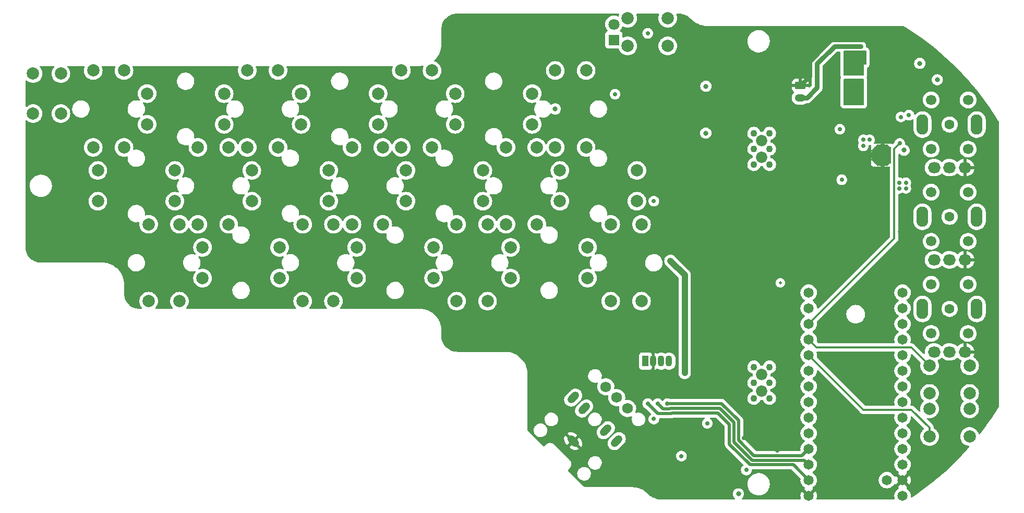
<source format=gbr>
%TF.GenerationSoftware,KiCad,Pcbnew,(6.0.10-0)*%
%TF.CreationDate,2025-02-20T17:08:05+01:00*%
%TF.ProjectId,MiniChord,4d696e69-4368-46f7-9264-2e6b69636164,rev?*%
%TF.SameCoordinates,Original*%
%TF.FileFunction,Copper,L4,Bot*%
%TF.FilePolarity,Positive*%
%FSLAX46Y46*%
G04 Gerber Fmt 4.6, Leading zero omitted, Abs format (unit mm)*
G04 Created by KiCad (PCBNEW (6.0.10-0)) date 2025-02-20 17:08:05*
%MOMM*%
%LPD*%
G01*
G04 APERTURE LIST*
G04 Aperture macros list*
%AMRoundRect*
0 Rectangle with rounded corners*
0 $1 Rounding radius*
0 $2 $3 $4 $5 $6 $7 $8 $9 X,Y pos of 4 corners*
0 Add a 4 corners polygon primitive as box body*
4,1,4,$2,$3,$4,$5,$6,$7,$8,$9,$2,$3,0*
0 Add four circle primitives for the rounded corners*
1,1,$1+$1,$2,$3*
1,1,$1+$1,$4,$5*
1,1,$1+$1,$6,$7*
1,1,$1+$1,$8,$9*
0 Add four rect primitives between the rounded corners*
20,1,$1+$1,$2,$3,$4,$5,0*
20,1,$1+$1,$4,$5,$6,$7,0*
20,1,$1+$1,$6,$7,$8,$9,0*
20,1,$1+$1,$8,$9,$2,$3,0*%
%AMHorizOval*
0 Thick line with rounded ends*
0 $1 width*
0 $2 $3 position (X,Y) of the first rounded end (center of the circle)*
0 $4 $5 position (X,Y) of the second rounded end (center of the circle)*
0 Add line between two ends*
20,1,$1,$2,$3,$4,$5,0*
0 Add two circle primitives to create the rounded ends*
1,1,$1,$2,$3*
1,1,$1,$4,$5*%
G04 Aperture macros list end*
%TA.AperFunction,ComponentPad*%
%ADD10C,2.000000*%
%TD*%
%TA.AperFunction,ComponentPad*%
%ADD11R,1.070000X1.800000*%
%TD*%
%TA.AperFunction,ComponentPad*%
%ADD12O,1.070000X1.800000*%
%TD*%
%TA.AperFunction,ComponentPad*%
%ADD13R,1.800000X1.800000*%
%TD*%
%TA.AperFunction,ComponentPad*%
%ADD14C,1.800000*%
%TD*%
%TA.AperFunction,WasherPad*%
%ADD15C,1.700000*%
%TD*%
%TA.AperFunction,WasherPad*%
%ADD16O,1.900000X3.300000*%
%TD*%
%TA.AperFunction,WasherPad*%
%ADD17C,1.600000*%
%TD*%
%TA.AperFunction,ComponentPad*%
%ADD18O,2.050000X1.800000*%
%TD*%
%TA.AperFunction,WasherPad*%
%ADD19C,1.100000*%
%TD*%
%TA.AperFunction,WasherPad*%
%ADD20C,1.850000*%
%TD*%
%TA.AperFunction,ComponentPad*%
%ADD21C,0.500000*%
%TD*%
%TA.AperFunction,SMDPad,CuDef*%
%ADD22R,2.700000X2.700000*%
%TD*%
%TA.AperFunction,ComponentPad*%
%ADD23C,1.650000*%
%TD*%
%TA.AperFunction,ComponentPad*%
%ADD24C,1.750000*%
%TD*%
%TA.AperFunction,ComponentPad*%
%ADD25HorizOval,1.200000X-0.353553X-0.353553X0.353553X0.353553X0*%
%TD*%
%TA.AperFunction,ComponentPad*%
%ADD26HorizOval,1.200000X0.353553X-0.353553X-0.353553X0.353553X0*%
%TD*%
%TA.AperFunction,ComponentPad*%
%ADD27HorizOval,1.200000X0.353553X0.353553X-0.353553X-0.353553X0*%
%TD*%
%TA.AperFunction,ComponentPad*%
%ADD28RoundRect,0.250000X-0.625000X0.350000X-0.625000X-0.350000X0.625000X-0.350000X0.625000X0.350000X0*%
%TD*%
%TA.AperFunction,ComponentPad*%
%ADD29O,1.750000X1.200000*%
%TD*%
%TA.AperFunction,ViaPad*%
%ADD30C,0.800000*%
%TD*%
%TA.AperFunction,ViaPad*%
%ADD31C,0.700000*%
%TD*%
%TA.AperFunction,ViaPad*%
%ADD32C,0.500000*%
%TD*%
%TA.AperFunction,Conductor*%
%ADD33C,1.000000*%
%TD*%
%TA.AperFunction,Conductor*%
%ADD34C,0.500000*%
%TD*%
%TA.AperFunction,Conductor*%
%ADD35C,0.350000*%
%TD*%
%TA.AperFunction,Conductor*%
%ADD36C,0.750000*%
%TD*%
G04 APERTURE END LIST*
D10*
%TO.P,SW11,1,1*%
%TO.N,Row 4*%
X75000000Y-91750000D03*
%TO.P,SW11,2,2*%
X75000000Y-104250000D03*
%TO.P,SW11,3,K*%
%TO.N,Read matrix 2*%
X70000000Y-91750000D03*
%TO.P,SW11,4,A*%
X70000000Y-104250000D03*
%TD*%
%TO.P,SW26,1,1*%
%TO.N,3.3V*%
X121250000Y-75250000D03*
%TO.P,SW26,2,2*%
X114750000Y-75250000D03*
%TO.P,SW26,3,K*%
%TO.N,Rythm*%
X121250000Y-70750000D03*
%TO.P,SW26,4,A*%
X114750000Y-70750000D03*
%TD*%
D11*
%TO.P,D2,1,RA*%
%TO.N,Net-(D2-Pad1)*%
X117640000Y-126500000D03*
D12*
%TO.P,D2,2,K*%
%TO.N,GND*%
X118910000Y-126500000D03*
%TO.P,D2,3,GA*%
%TO.N,Net-(D2-Pad3)*%
X120180000Y-126500000D03*
%TO.P,D2,4,BA*%
%TO.N,Net-(D2-Pad4)*%
X121450000Y-126500000D03*
%TD*%
D10*
%TO.P,SW12,1,1*%
%TO.N,Row 5*%
X91250000Y-100500000D03*
%TO.P,SW12,2,2*%
X78750000Y-100500000D03*
%TO.P,SW12,3,K*%
%TO.N,Read matrix 2*%
X91250000Y-95500000D03*
%TO.P,SW12,4,A*%
X78750000Y-95500000D03*
%TD*%
%TO.P,SW15,1,1*%
%TO.N,Row 1*%
X42000000Y-104250000D03*
%TO.P,SW15,2,2*%
X42000000Y-116750000D03*
%TO.P,SW15,3,K*%
%TO.N,Read matrix 3*%
X37000000Y-104250000D03*
%TO.P,SW15,4,A*%
X37000000Y-116750000D03*
%TD*%
%TO.P,SW10,1,1*%
%TO.N,Row 3*%
X66250000Y-100500000D03*
%TO.P,SW10,2,2*%
X53750000Y-100500000D03*
%TO.P,SW10,3,K*%
%TO.N,Read matrix 2*%
X66250000Y-95500000D03*
%TO.P,SW10,4,A*%
X53750000Y-95500000D03*
%TD*%
D13*
%TO.P,D1,1,K*%
%TO.N,Net-(D1-Pad1)*%
X112500000Y-74270000D03*
D14*
%TO.P,D1,2,A*%
%TO.N,Rythm led*%
X112500000Y-71730000D03*
%TD*%
D10*
%TO.P,SW21,1,1*%
%TO.N,Row 7*%
X117000000Y-104250000D03*
%TO.P,SW21,2,2*%
X117000000Y-116750000D03*
%TO.P,SW21,3,K*%
%TO.N,Read matrix 3*%
X112000000Y-104250000D03*
%TO.P,SW21,4,A*%
X112000000Y-116750000D03*
%TD*%
%TO.P,SW6,1,1*%
%TO.N,Row 6*%
X99250000Y-88000000D03*
%TO.P,SW6,2,2*%
X86750000Y-88000000D03*
%TO.P,SW6,3,K*%
%TO.N,Read matrix 1*%
X99250000Y-83000000D03*
%TO.P,SW6,4,A*%
X86750000Y-83000000D03*
%TD*%
%TO.P,SW14,1,1*%
%TO.N,Row 7*%
X116250000Y-100500000D03*
%TO.P,SW14,2,2*%
X103750000Y-100500000D03*
%TO.P,SW14,3,K*%
%TO.N,Read matrix 2*%
X116250000Y-95500000D03*
%TO.P,SW14,4,A*%
X103750000Y-95500000D03*
%TD*%
%TO.P,SW2,1,1*%
%TO.N,Row 2*%
X49250000Y-88000000D03*
%TO.P,SW2,2,2*%
X36750000Y-88000000D03*
%TO.P,SW2,3,K*%
%TO.N,Read matrix 1*%
X49250000Y-83000000D03*
%TO.P,SW2,4,A*%
X36750000Y-83000000D03*
%TD*%
%TO.P,SW17,1,1*%
%TO.N,Row 3*%
X67000000Y-104250000D03*
%TO.P,SW17,2,2*%
X67000000Y-116750000D03*
%TO.P,SW17,3,K*%
%TO.N,Read matrix 3*%
X62000000Y-104250000D03*
%TO.P,SW17,4,A*%
X62000000Y-116750000D03*
%TD*%
D15*
%TO.P,RV3,*%
%TO.N,*%
X170000000Y-84030000D03*
X170000000Y-92030000D03*
D16*
X171400000Y-88030000D03*
D17*
X167000000Y-88030000D03*
D16*
X162600000Y-88030000D03*
D15*
X164000000Y-84030000D03*
X164000000Y-92030000D03*
D18*
%TO.P,RV3,1,1*%
%TO.N,3.3V*%
X164500000Y-95030000D03*
%TO.P,RV3,2,2*%
%TO.N,Chord*%
X167000000Y-95030000D03*
%TO.P,RV3,3,3*%
%TO.N,GND*%
X169500000Y-95030000D03*
%TD*%
D10*
%TO.P,SW13,1,1*%
%TO.N,Row 6*%
X100000000Y-91750000D03*
%TO.P,SW13,2,2*%
X100000000Y-104250000D03*
%TO.P,SW13,3,K*%
%TO.N,Read matrix 2*%
X95000000Y-91750000D03*
%TO.P,SW13,4,A*%
X95000000Y-104250000D03*
%TD*%
%TO.P,SW24,1,1*%
%TO.N,3.3V*%
X170250000Y-131750000D03*
%TO.P,SW24,2,2*%
X163750000Y-131750000D03*
%TO.P,SW24,3,K*%
%TO.N,Up pgm*%
X170250000Y-127250000D03*
%TO.P,SW24,4,A*%
X163750000Y-127250000D03*
%TD*%
%TO.P,SW18,1,1*%
%TO.N,Row 4*%
X83250000Y-113000000D03*
%TO.P,SW18,2,2*%
X70750000Y-113000000D03*
%TO.P,SW18,3,K*%
%TO.N,Read matrix 3*%
X83250000Y-108000000D03*
%TO.P,SW18,4,A*%
X70750000Y-108000000D03*
%TD*%
%TO.P,SW16,1,1*%
%TO.N,Row 2*%
X58250000Y-113000000D03*
%TO.P,SW16,2,2*%
X45750000Y-113000000D03*
%TO.P,SW16,3,K*%
%TO.N,Read matrix 3*%
X58250000Y-108000000D03*
%TO.P,SW16,4,A*%
X45750000Y-108000000D03*
%TD*%
%TO.P,SW20,1,1*%
%TO.N,Row 6*%
X108250000Y-113000000D03*
%TO.P,SW20,2,2*%
X95750000Y-113000000D03*
%TO.P,SW20,3,K*%
%TO.N,Read matrix 3*%
X108250000Y-108000000D03*
%TO.P,SW20,4,A*%
X95750000Y-108000000D03*
%TD*%
D19*
%TO.P,J1,*%
%TO.N,*%
X135230000Y-92000000D03*
X137770000Y-92000000D03*
X137770000Y-94540000D03*
X135230000Y-94540000D03*
X137770000Y-89460000D03*
D20*
X136450000Y-93350000D03*
D19*
X135230000Y-89460000D03*
D20*
X136500000Y-90625000D03*
%TD*%
D16*
%TO.P,RV2,*%
%TO.N,*%
X162600000Y-103030000D03*
D15*
X170000000Y-107030000D03*
X170000000Y-99030000D03*
D17*
X167000000Y-103030000D03*
D15*
X164000000Y-99030000D03*
X164000000Y-107030000D03*
D16*
X171400000Y-103030000D03*
D18*
%TO.P,RV2,1,1*%
%TO.N,3.3V*%
X164500000Y-110030000D03*
%TO.P,RV2,2,2*%
%TO.N,Harp*%
X167000000Y-110030000D03*
%TO.P,RV2,3,3*%
%TO.N,GND*%
X169500000Y-110030000D03*
%TD*%
D10*
%TO.P,SW4,1,1*%
%TO.N,Row 4*%
X74250000Y-88000000D03*
%TO.P,SW4,2,2*%
X61750000Y-88000000D03*
%TO.P,SW4,3,K*%
%TO.N,Read matrix 1*%
X74250000Y-83000000D03*
%TO.P,SW4,4,A*%
X61750000Y-83000000D03*
%TD*%
%TO.P,SW22,1,1*%
%TO.N,Sharp*%
X22750000Y-79750000D03*
%TO.P,SW22,2,2*%
X22750000Y-86250000D03*
%TO.P,SW22,3,K*%
%TO.N,Read matrix 1*%
X18250000Y-79750000D03*
%TO.P,SW22,4,A*%
X18250000Y-86250000D03*
%TD*%
D21*
%TO.P,U2,17,PAD*%
%TO.N,GND*%
X156100000Y-94100000D03*
D22*
X156100000Y-93000000D03*
D21*
X157200000Y-93000000D03*
X157200000Y-91900000D03*
X156100000Y-91900000D03*
X157200000Y-94100000D03*
X155000000Y-94100000D03*
X155000000Y-93000000D03*
X156100000Y-93000000D03*
X155000000Y-91900000D03*
%TD*%
D19*
%TO.P,J4,*%
%TO.N,*%
X135230000Y-127460000D03*
D20*
X136500000Y-128625000D03*
D19*
X137770000Y-127460000D03*
X137770000Y-132540000D03*
X137770000Y-130000000D03*
D20*
X136450000Y-131350000D03*
D19*
X135230000Y-132540000D03*
X135230000Y-130000000D03*
%TD*%
D10*
%TO.P,SW5,1,1*%
%TO.N,Row 5*%
X83000000Y-79250000D03*
%TO.P,SW5,2,2*%
X83000000Y-91750000D03*
%TO.P,SW5,3,K*%
%TO.N,Read matrix 1*%
X78000000Y-79250000D03*
%TO.P,SW5,4,A*%
X78000000Y-91750000D03*
%TD*%
%TO.P,SW19,1,1*%
%TO.N,Row 5*%
X92000000Y-104250000D03*
%TO.P,SW19,2,2*%
X92000000Y-116750000D03*
%TO.P,SW19,3,K*%
%TO.N,Read matrix 3*%
X87000000Y-104250000D03*
%TO.P,SW19,4,A*%
X87000000Y-116750000D03*
%TD*%
%TO.P,SW9,1,1*%
%TO.N,Row 2*%
X50000000Y-91750000D03*
%TO.P,SW9,2,2*%
X50000000Y-104250000D03*
%TO.P,SW9,3,K*%
%TO.N,Read matrix 2*%
X45000000Y-91750000D03*
%TO.P,SW9,4,A*%
X45000000Y-104250000D03*
%TD*%
D16*
%TO.P,RV1,*%
%TO.N,*%
X171400000Y-118000000D03*
D15*
X170000000Y-122000000D03*
X164000000Y-114000000D03*
D17*
X167000000Y-118000000D03*
D15*
X170000000Y-114000000D03*
X164000000Y-122000000D03*
D16*
X162600000Y-118000000D03*
D18*
%TO.P,RV1,1,1*%
%TO.N,3.3V*%
X164500000Y-125000000D03*
%TO.P,RV1,2,2*%
%TO.N,Mod*%
X167000000Y-125000000D03*
%TO.P,RV1,3,3*%
%TO.N,GND*%
X169500000Y-125000000D03*
%TD*%
D23*
%TO.P,U1,1,GND*%
%TO.N,GND*%
X144130000Y-148375000D03*
%TO.P,U1,2,0_RX1_CRX2_CS1*%
%TO.N,R led*%
X144130000Y-145835000D03*
%TO.P,U1,3,1_TX1_CTX2_MISO1*%
%TO.N,G led*%
X144130000Y-143295000D03*
%TO.P,U1,4,2_OUT2*%
%TO.N,B led*%
X144130000Y-140755000D03*
%TO.P,U1,5,3_LRCLK2*%
%TO.N,_Mute*%
X144130000Y-138215000D03*
%TO.P,U1,6,4_BCLK2*%
%TO.N,Read matrix 3*%
X144130000Y-135675000D03*
%TO.P,U1,7,5_IN2*%
%TO.N,Read matrix 2*%
X144130000Y-133135000D03*
%TO.P,U1,8,6_OUT1D*%
%TO.N,Read matrix 1*%
X144130000Y-130595000D03*
%TO.P,U1,9,7_RX2_OUT1A*%
%TO.N,DIN*%
X144130000Y-128055000D03*
%TO.P,U1,10,8_TX2_IN1*%
%TO.N,Down pgm*%
X144130000Y-125515000D03*
%TO.P,U1,11,9_OUT1C*%
%TO.N,Up pgm*%
X144130000Y-122975000D03*
%TO.P,U1,12,10_CS_MQSR*%
%TO.N,LBO*%
X144130000Y-120435000D03*
%TO.P,U1,13,11_MOSI_CTX1*%
%TO.N,Rythm*%
X144130000Y-117895000D03*
%TO.P,U1,14,12_MISO_MQSL*%
%TO.N,Rythm led*%
X144130000Y-115355000D03*
%TO.P,U1,20,13_SCK_CRX1_LED*%
%TO.N,Data matrix*%
X159370000Y-115355000D03*
%TO.P,U1,21,14_A0_TX3_SPDIF_OUT*%
%TO.N,Storage clock*%
X159370000Y-117895000D03*
%TO.P,U1,22,15_A1_RX3_SPDIF_IN*%
%TO.N,Shift clock*%
X159370000Y-120435000D03*
%TO.P,U1,23,16_A2_RX4_SCL1*%
%TO.N,Chord*%
X159370000Y-122975000D03*
%TO.P,U1,24,17_A3_TX4_SDA1*%
%TO.N,Harp*%
X159370000Y-125515000D03*
%TO.P,U1,25,18_A4_SDA0*%
%TO.N,Net-(R9-Pad1)*%
X159370000Y-128055000D03*
%TO.P,U1,26,19_A5_SCL0*%
%TO.N,Net-(R10-Pad1)*%
X159370000Y-130595000D03*
%TO.P,U1,27,20_A6_TX5_LRCLK1*%
%TO.N,LRCK*%
X159370000Y-133135000D03*
%TO.P,U1,28,21_A7_RX5_BCLK1*%
%TO.N,BCK*%
X159370000Y-135675000D03*
%TO.P,U1,29,22_A8_CTX1*%
%TO.N,Mod*%
X159370000Y-138215000D03*
%TO.P,U1,30,23_A9_CRX1_MCLK1*%
%TO.N,SCK*%
X159370000Y-140755000D03*
%TO.P,U1,31,3V3*%
%TO.N,3.3V*%
X159370000Y-143295000D03*
%TO.P,U1,32,GND*%
%TO.N,GND*%
X159370000Y-145835000D03*
%TO.P,U1,33,VIN*%
%TO.N,5V*%
X159370000Y-148375000D03*
%TO.P,U1,34,VUSB*%
%TO.N,VUSB*%
X156830000Y-145835000D03*
%TD*%
D10*
%TO.P,SW7,1,1*%
%TO.N,Row 7*%
X108000000Y-79250000D03*
%TO.P,SW7,2,2*%
X108000000Y-91750000D03*
%TO.P,SW7,3,K*%
%TO.N,Read matrix 1*%
X103000000Y-79250000D03*
%TO.P,SW7,4,A*%
X103000000Y-91750000D03*
%TD*%
%TO.P,SW3,1,1*%
%TO.N,Row 3*%
X58000000Y-79250000D03*
%TO.P,SW3,2,2*%
X58000000Y-91750000D03*
%TO.P,SW3,3,K*%
%TO.N,Read matrix 1*%
X53000000Y-79250000D03*
%TO.P,SW3,4,A*%
X53000000Y-91750000D03*
%TD*%
D24*
%TO.P,J2,G*%
%TO.N,VBAT*%
X114738835Y-134196699D03*
%TO.P,J2,H*%
%TO.N,EN*%
X112971068Y-132428932D03*
%TO.P,J2,I*%
%TO.N,unconnected-(J2-PadI)*%
X111203301Y-130661165D03*
D25*
%TO.P,J2,R*%
%TO.N,Net-(C16-Pad1)*%
X105900000Y-132428932D03*
%TO.P,J2,Rs*%
%TO.N,unconnected-(J2-PadRs)*%
X107667767Y-134196699D03*
D26*
%TO.P,J2,S*%
%TO.N,GND*%
X105900000Y-139500000D03*
D27*
%TO.P,J2,T*%
%TO.N,Net-(C17-Pad1)*%
X112971068Y-139500000D03*
%TO.P,J2,Ts*%
%TO.N,unconnected-(J2-PadTs)*%
X111203301Y-137732233D03*
%TD*%
D10*
%TO.P,SW1,1,1*%
%TO.N,Row 1*%
X33000000Y-79250000D03*
%TO.P,SW1,2,2*%
X33000000Y-91750000D03*
%TO.P,SW1,3,K*%
%TO.N,Read matrix 1*%
X28000000Y-79250000D03*
%TO.P,SW1,4,A*%
X28000000Y-91750000D03*
%TD*%
%TO.P,SW25,1,1*%
%TO.N,3.3V*%
X163750000Y-134250000D03*
%TO.P,SW25,2,2*%
X170250000Y-134250000D03*
%TO.P,SW25,3,K*%
%TO.N,Down pgm*%
X163750000Y-138750000D03*
%TO.P,SW25,4,A*%
X170250000Y-138750000D03*
%TD*%
%TO.P,SW8,1,1*%
%TO.N,Row 1*%
X41250000Y-100500000D03*
%TO.P,SW8,2,2*%
X28750000Y-100500000D03*
%TO.P,SW8,3,K*%
%TO.N,Read matrix 2*%
X41250000Y-95500000D03*
%TO.P,SW8,4,A*%
X28750000Y-95500000D03*
%TD*%
D28*
%TO.P,J3,1,Pin_1*%
%TO.N,GND*%
X142757500Y-81700000D03*
D29*
%TO.P,J3,2,Pin_2*%
%TO.N,VBAT*%
X142757500Y-83700000D03*
%TD*%
D30*
%TO.N,Read matrix 1*%
X103000000Y-85500000D03*
%TO.N,3.3V*%
X127425000Y-89425000D03*
D31*
X121700000Y-110200000D03*
X119000000Y-135900000D03*
X119000000Y-100500000D03*
D30*
X127445000Y-81805000D03*
D32*
X139525000Y-113775000D03*
D31*
X127662500Y-136600000D03*
X118000000Y-73200000D03*
X124000000Y-128400000D03*
X160400000Y-86500000D03*
X112700000Y-83100000D03*
X123475000Y-141925000D03*
%TO.N,B led*%
X121200000Y-133400000D03*
%TO.N,G led*%
X119600000Y-133400000D03*
%TO.N,R led*%
X118000000Y-133400000D03*
%TO.N,VBAT*%
X151500000Y-78707500D03*
X150500000Y-79707500D03*
X159900000Y-98400000D03*
X151500000Y-77707500D03*
X150500000Y-78707500D03*
X149200000Y-88800000D03*
X151500000Y-79707500D03*
X150500000Y-76707500D03*
X151500000Y-76707500D03*
X152550000Y-75300000D03*
X159900000Y-97500000D03*
X158800000Y-97500000D03*
X150500000Y-77707500D03*
X158800000Y-98400000D03*
%TO.N,GND*%
X125000000Y-143000000D03*
D30*
X52000000Y-110500000D03*
X113000000Y-98000000D03*
X113000000Y-123000000D03*
X153000000Y-117000000D03*
X92000000Y-122000000D03*
X159000000Y-105500000D03*
X55000000Y-85000000D03*
X147000000Y-141000000D03*
X108000000Y-98000000D03*
X149000000Y-110000000D03*
D32*
X137000000Y-99000000D03*
D30*
X167000000Y-133000000D03*
X127000000Y-122000000D03*
X39500000Y-110500000D03*
X46000000Y-80900000D03*
D31*
X156000000Y-76707500D03*
D30*
X161200000Y-90600500D03*
X88000000Y-98000000D03*
X37000000Y-98000000D03*
D31*
X149000000Y-126000000D03*
D30*
X151000000Y-134500000D03*
D31*
X127800000Y-130800000D03*
D30*
X83000000Y-98000000D03*
X152000000Y-103000000D03*
D31*
X141000000Y-146000000D03*
D30*
X62000000Y-98000000D03*
D31*
X156000000Y-84707500D03*
X155000000Y-84707500D03*
X151000000Y-128000000D03*
D30*
X151000000Y-130000000D03*
X159000000Y-108500000D03*
X101000000Y-122000000D03*
X151000000Y-136000000D03*
X65000000Y-86000000D03*
D31*
X151000000Y-126000000D03*
D32*
X137000000Y-120000000D03*
X138000000Y-109200000D03*
D30*
X93000000Y-85500000D03*
X58000000Y-98000000D03*
X149000000Y-134500000D03*
D31*
X125000000Y-140000000D03*
D30*
X147000000Y-108000000D03*
X55000000Y-87000000D03*
X172000000Y-110000000D03*
D31*
X124000000Y-143000000D03*
X157000000Y-84707500D03*
D30*
X77000000Y-110500000D03*
X80000000Y-85000000D03*
D31*
X157000000Y-76707500D03*
D30*
X24250000Y-98000000D03*
X149000000Y-133000000D03*
X151000000Y-141000000D03*
X81000000Y-88000000D03*
X71000000Y-81000000D03*
D31*
X125000000Y-141000000D03*
D30*
X47500000Y-98000000D03*
D31*
X133600000Y-139000000D03*
X139000000Y-146000000D03*
X125000000Y-142000000D03*
D30*
X126000000Y-74000000D03*
X105500000Y-85500000D03*
D31*
X139000000Y-141000000D03*
D30*
X164000000Y-143000000D03*
X115000000Y-81000000D03*
D31*
X153250000Y-86750000D03*
D30*
X114500000Y-110500000D03*
X74000000Y-98000000D03*
D31*
X113300000Y-142400000D03*
D30*
X89500000Y-110500000D03*
D31*
X149000000Y-128000000D03*
D30*
X65000000Y-81000000D03*
X149000000Y-136000000D03*
X172000000Y-95000000D03*
X98000000Y-98000000D03*
X172000000Y-125000000D03*
D31*
X154450000Y-75300000D03*
D30*
X165000000Y-79000000D03*
X148000000Y-109000000D03*
X102000000Y-110500000D03*
X123250000Y-85500000D03*
X64500000Y-110500000D03*
D31*
X154000000Y-84707500D03*
%TO.N,VUSB*%
X151500000Y-84207500D03*
X151500000Y-81207500D03*
X150500000Y-83207500D03*
X150500000Y-82207500D03*
X150500000Y-84207500D03*
X151500000Y-82207500D03*
X150500000Y-81207500D03*
X151500000Y-83207500D03*
%TO.N,5V*%
X149500000Y-97000000D03*
X154000000Y-90500000D03*
X153000000Y-91500000D03*
X153000000Y-90500000D03*
%TO.N,LBO*%
X158900000Y-91100000D03*
X159100000Y-86800000D03*
D30*
%TO.N,EN*%
X159600000Y-92200000D03*
D31*
%TO.N,DIN*%
X134000000Y-144200000D03*
D30*
%TO.N,SCK*%
X132725000Y-148075000D03*
%TO.N,Net-(D3-Pad2)*%
X162155000Y-78095000D03*
X165000000Y-80750000D03*
%TD*%
D33*
%TO.N,3.3V*%
X121700000Y-110200000D02*
X124000000Y-112500000D01*
X124000000Y-112500000D02*
X124000000Y-128400000D01*
D34*
%TO.N,B led*%
X130000000Y-133400000D02*
X132750000Y-136150000D01*
X143035000Y-141850000D02*
X144130000Y-140755000D01*
X121200000Y-133400000D02*
X130000000Y-133400000D01*
X135247918Y-141850000D02*
X143035000Y-141850000D01*
X132750000Y-136150000D02*
X132750000Y-139352082D01*
X132750000Y-139352082D02*
X135247918Y-141850000D01*
%TO.N,G led*%
X119600000Y-133400000D02*
X120450000Y-134250000D01*
X132000000Y-139662742D02*
X134937258Y-142600000D01*
X120450000Y-134250000D02*
X121552082Y-134250000D01*
X134937258Y-142600000D02*
X143435000Y-142600000D01*
X129689340Y-134150000D02*
X132000000Y-136460660D01*
X132000000Y-136460660D02*
X132000000Y-139662742D01*
X121552082Y-134250000D02*
X121652082Y-134150000D01*
X143435000Y-142600000D02*
X144130000Y-143295000D01*
X121652082Y-134150000D02*
X129689340Y-134150000D01*
%TO.N,R led*%
X118000000Y-133400000D02*
X119600000Y-135000000D01*
X141645000Y-143350000D02*
X144130000Y-145835000D01*
X129378680Y-134900000D02*
X131250000Y-136771320D01*
X121862742Y-135000000D02*
X121962742Y-134900000D01*
X131250000Y-136771320D02*
X131250000Y-139973402D01*
X121962742Y-134900000D02*
X129378680Y-134900000D01*
X119600000Y-135000000D02*
X121862742Y-135000000D01*
X131250000Y-139973402D02*
X134626598Y-143350000D01*
X134626598Y-143350000D02*
X141645000Y-143350000D01*
D35*
%TO.N,Up pgm*%
X160765000Y-124265000D02*
X145420000Y-124265000D01*
X163750000Y-127250000D02*
X160765000Y-124265000D01*
X145420000Y-124265000D02*
X144130000Y-122975000D01*
%TO.N,Down pgm*%
X153015000Y-134400000D02*
X144130000Y-125515000D01*
X160814213Y-134400000D02*
X153015000Y-134400000D01*
X163750000Y-137335787D02*
X160814213Y-134400000D01*
X163750000Y-138750000D02*
X163750000Y-137335787D01*
D36*
%TO.N,VBAT*%
X145500000Y-82032500D02*
X143832500Y-83700000D01*
X148321141Y-75300000D02*
X145500000Y-78121141D01*
X143832500Y-83700000D02*
X142757500Y-83700000D01*
X145500000Y-78121141D02*
X145500000Y-82032500D01*
X152550000Y-75300000D02*
X148321141Y-75300000D01*
%TO.N,GND*%
X144250000Y-77750000D02*
X144250000Y-80207500D01*
X154450000Y-75300000D02*
X153400000Y-74250000D01*
X147750000Y-74250000D02*
X144250000Y-77750000D01*
X153400000Y-74250000D02*
X147750000Y-74250000D01*
X144250000Y-80207500D02*
X142757500Y-81700000D01*
D35*
%TO.N,LBO*%
X158025000Y-106540000D02*
X158025000Y-91975000D01*
X144130000Y-120435000D02*
X158025000Y-106540000D01*
X158025000Y-91975000D02*
X158900000Y-91100000D01*
%TD*%
%TA.AperFunction,Conductor*%
%TO.N,VUSB*%
G36*
X153042121Y-80627502D02*
G01*
X153088614Y-80681158D01*
X153100000Y-80733500D01*
X153100000Y-84781500D01*
X153079998Y-84849621D01*
X153026342Y-84896114D01*
X152974000Y-84907500D01*
X149926000Y-84907500D01*
X149857879Y-84887498D01*
X149811386Y-84833842D01*
X149800000Y-84781500D01*
X149800000Y-80733500D01*
X149820002Y-80665379D01*
X149873658Y-80618886D01*
X149926000Y-80607500D01*
X152974000Y-80607500D01*
X153042121Y-80627502D01*
G37*
%TD.AperFunction*%
%TD*%
%TA.AperFunction,Conductor*%
%TO.N,VBAT*%
G36*
X153442121Y-76027502D02*
G01*
X153488614Y-76081158D01*
X153500000Y-76133500D01*
X153500000Y-78181500D01*
X153479998Y-78249621D01*
X153426342Y-78296114D01*
X153374000Y-78307500D01*
X153100000Y-78307500D01*
X153100000Y-79968000D01*
X153079998Y-80036121D01*
X153026342Y-80082614D01*
X152974000Y-80094000D01*
X149926000Y-80094000D01*
X149857879Y-80073998D01*
X149811386Y-80020342D01*
X149800000Y-79968000D01*
X149800000Y-76133500D01*
X149820002Y-76065379D01*
X149873658Y-76018886D01*
X149926000Y-76007500D01*
X153374000Y-76007500D01*
X153442121Y-76027502D01*
G37*
%TD.AperFunction*%
%TD*%
%TA.AperFunction,Conductor*%
%TO.N,GND*%
G36*
X113303899Y-70028502D02*
G01*
X113350392Y-70082158D01*
X113360496Y-70152432D01*
X113352187Y-70182717D01*
X113310895Y-70282406D01*
X113293431Y-70355150D01*
X113288818Y-70374363D01*
X113253465Y-70435932D01*
X113190439Y-70468614D01*
X113119748Y-70462033D01*
X113105403Y-70455255D01*
X113083887Y-70443377D01*
X113083879Y-70443374D01*
X113079355Y-70440876D01*
X113074486Y-70439152D01*
X113074482Y-70439150D01*
X112865903Y-70365288D01*
X112865899Y-70365287D01*
X112861028Y-70363562D01*
X112855935Y-70362655D01*
X112855932Y-70362654D01*
X112638095Y-70323851D01*
X112638089Y-70323850D01*
X112633006Y-70322945D01*
X112560096Y-70322054D01*
X112406581Y-70320179D01*
X112406579Y-70320179D01*
X112401411Y-70320116D01*
X112172464Y-70355150D01*
X111952314Y-70427106D01*
X111947726Y-70429494D01*
X111947722Y-70429496D01*
X111845524Y-70482697D01*
X111746872Y-70534052D01*
X111742739Y-70537155D01*
X111742736Y-70537157D01*
X111605130Y-70640475D01*
X111561655Y-70673117D01*
X111558083Y-70676855D01*
X111407504Y-70834427D01*
X111401639Y-70840564D01*
X111271119Y-71031899D01*
X111173602Y-71241981D01*
X111111707Y-71465169D01*
X111087095Y-71695469D01*
X111087392Y-71700622D01*
X111087392Y-71700625D01*
X111094057Y-71816213D01*
X111100427Y-71926697D01*
X111101564Y-71931743D01*
X111101565Y-71931749D01*
X111123153Y-72027541D01*
X111151346Y-72152642D01*
X111153288Y-72157424D01*
X111153289Y-72157428D01*
X111228033Y-72341500D01*
X111238484Y-72367237D01*
X111315995Y-72493724D01*
X111355688Y-72558496D01*
X111359501Y-72564719D01*
X111362882Y-72568622D01*
X111471304Y-72693788D01*
X111500786Y-72758373D01*
X111490671Y-72828646D01*
X111444170Y-72882294D01*
X111420296Y-72894267D01*
X111373373Y-72911858D01*
X111353295Y-72919385D01*
X111236739Y-73006739D01*
X111149385Y-73123295D01*
X111098255Y-73259684D01*
X111091500Y-73321866D01*
X111091500Y-75218134D01*
X111098255Y-75280316D01*
X111149385Y-75416705D01*
X111236739Y-75533261D01*
X111353295Y-75620615D01*
X111489684Y-75671745D01*
X111551866Y-75678500D01*
X113210511Y-75678500D01*
X113278632Y-75698502D01*
X113326920Y-75756282D01*
X113342349Y-75793530D01*
X113401760Y-75936963D01*
X113404346Y-75941183D01*
X113523241Y-76135202D01*
X113523245Y-76135208D01*
X113525824Y-76139416D01*
X113594995Y-76220405D01*
X113673467Y-76312283D01*
X113680031Y-76319969D01*
X113860584Y-76474176D01*
X113864792Y-76476755D01*
X113864798Y-76476759D01*
X114058817Y-76595654D01*
X114063037Y-76598240D01*
X114067607Y-76600133D01*
X114067611Y-76600135D01*
X114202217Y-76655890D01*
X114282406Y-76689105D01*
X114362609Y-76708360D01*
X114508476Y-76743380D01*
X114508482Y-76743381D01*
X114513289Y-76744535D01*
X114750000Y-76763165D01*
X114986711Y-76744535D01*
X114991518Y-76743381D01*
X114991524Y-76743380D01*
X115137391Y-76708360D01*
X115217594Y-76689105D01*
X115297783Y-76655890D01*
X115432389Y-76600135D01*
X115432393Y-76600133D01*
X115436963Y-76598240D01*
X115441183Y-76595654D01*
X115635202Y-76476759D01*
X115635208Y-76476755D01*
X115639416Y-76474176D01*
X115819969Y-76319969D01*
X115826534Y-76312283D01*
X115905005Y-76220405D01*
X115974176Y-76139416D01*
X115976755Y-76135208D01*
X115976759Y-76135202D01*
X116095654Y-75941183D01*
X116098240Y-75936963D01*
X116122229Y-75879050D01*
X116187211Y-75722167D01*
X116187212Y-75722165D01*
X116189105Y-75717594D01*
X116220336Y-75587506D01*
X116243380Y-75491524D01*
X116243381Y-75491518D01*
X116244535Y-75486711D01*
X116263165Y-75250000D01*
X119736835Y-75250000D01*
X119755465Y-75486711D01*
X119756619Y-75491518D01*
X119756620Y-75491524D01*
X119779664Y-75587506D01*
X119810895Y-75717594D01*
X119812788Y-75722165D01*
X119812789Y-75722167D01*
X119877772Y-75879050D01*
X119901760Y-75936963D01*
X119904346Y-75941183D01*
X120023241Y-76135202D01*
X120023245Y-76135208D01*
X120025824Y-76139416D01*
X120094995Y-76220405D01*
X120173467Y-76312283D01*
X120180031Y-76319969D01*
X120360584Y-76474176D01*
X120364792Y-76476755D01*
X120364798Y-76476759D01*
X120558817Y-76595654D01*
X120563037Y-76598240D01*
X120567607Y-76600133D01*
X120567611Y-76600135D01*
X120702217Y-76655890D01*
X120782406Y-76689105D01*
X120862609Y-76708360D01*
X121008476Y-76743380D01*
X121008482Y-76743381D01*
X121013289Y-76744535D01*
X121250000Y-76763165D01*
X121486711Y-76744535D01*
X121491518Y-76743381D01*
X121491524Y-76743380D01*
X121637391Y-76708360D01*
X121717594Y-76689105D01*
X121797783Y-76655890D01*
X121932389Y-76600135D01*
X121932393Y-76600133D01*
X121936963Y-76598240D01*
X121941183Y-76595654D01*
X122135202Y-76476759D01*
X122135208Y-76476755D01*
X122139416Y-76474176D01*
X122319969Y-76319969D01*
X122326534Y-76312283D01*
X122405005Y-76220405D01*
X122474176Y-76139416D01*
X122476755Y-76135208D01*
X122476759Y-76135202D01*
X122595654Y-75941183D01*
X122598240Y-75936963D01*
X122622229Y-75879050D01*
X122687211Y-75722167D01*
X122687212Y-75722165D01*
X122689105Y-75717594D01*
X122720336Y-75587506D01*
X122743380Y-75491524D01*
X122743381Y-75491518D01*
X122744535Y-75486711D01*
X122763165Y-75250000D01*
X122744535Y-75013289D01*
X122742512Y-75004860D01*
X122690260Y-74787218D01*
X122689105Y-74782406D01*
X122687211Y-74777833D01*
X122600135Y-74567611D01*
X122600133Y-74567607D01*
X122598240Y-74563037D01*
X122591451Y-74551959D01*
X122530519Y-74452526D01*
X134187050Y-74452526D01*
X134188800Y-74488949D01*
X134199947Y-74721019D01*
X134252388Y-74984656D01*
X134343220Y-75237646D01*
X134345432Y-75241762D01*
X134345433Y-75241765D01*
X134398872Y-75341218D01*
X134470450Y-75474431D01*
X134473241Y-75478168D01*
X134473245Y-75478175D01*
X134523789Y-75545861D01*
X134631281Y-75689810D01*
X134634590Y-75693090D01*
X134634595Y-75693096D01*
X134810875Y-75867843D01*
X134822180Y-75879050D01*
X134825942Y-75881808D01*
X134825945Y-75881811D01*
X134945769Y-75969669D01*
X135038954Y-76037995D01*
X135043089Y-76040171D01*
X135043093Y-76040173D01*
X135266774Y-76157858D01*
X135276840Y-76163154D01*
X135530613Y-76251775D01*
X135535206Y-76252647D01*
X135790109Y-76301042D01*
X135790112Y-76301042D01*
X135794698Y-76301913D01*
X135922370Y-76306929D01*
X136058625Y-76312283D01*
X136058630Y-76312283D01*
X136063293Y-76312466D01*
X136167607Y-76301042D01*
X136325844Y-76283713D01*
X136325850Y-76283712D01*
X136330497Y-76283203D01*
X136335021Y-76282012D01*
X136585918Y-76215956D01*
X136585920Y-76215955D01*
X136590441Y-76214765D01*
X136594738Y-76212919D01*
X136833120Y-76110502D01*
X136833122Y-76110501D01*
X136837414Y-76108657D01*
X136976486Y-76022597D01*
X137062017Y-75969669D01*
X137062021Y-75969666D01*
X137065990Y-75967210D01*
X137271149Y-75793530D01*
X137448382Y-75591434D01*
X137490419Y-75526081D01*
X137591269Y-75369291D01*
X137593797Y-75365361D01*
X137704199Y-75120278D01*
X137741209Y-74989051D01*
X137775893Y-74866072D01*
X137775894Y-74866069D01*
X137777163Y-74861568D01*
X137791575Y-74748282D01*
X137810688Y-74598045D01*
X137810688Y-74598041D01*
X137811086Y-74594915D01*
X137811912Y-74563390D01*
X137813488Y-74503160D01*
X137813571Y-74500000D01*
X137807120Y-74413195D01*
X137793996Y-74236592D01*
X137793996Y-74236591D01*
X137793650Y-74231937D01*
X137781905Y-74180031D01*
X137735361Y-73974331D01*
X137735360Y-73974326D01*
X137734327Y-73969763D01*
X137636902Y-73719238D01*
X137503518Y-73485864D01*
X137337105Y-73274769D01*
X137141317Y-73090591D01*
X136920457Y-72937374D01*
X136883979Y-72919385D01*
X136683564Y-72820551D01*
X136683561Y-72820550D01*
X136679376Y-72818486D01*
X136631745Y-72803239D01*
X136575087Y-72785103D01*
X136423370Y-72736538D01*
X136418763Y-72735788D01*
X136418760Y-72735787D01*
X136162674Y-72694081D01*
X136162675Y-72694081D01*
X136158063Y-72693330D01*
X136027719Y-72691624D01*
X135893961Y-72689873D01*
X135893958Y-72689873D01*
X135889284Y-72689812D01*
X135622937Y-72726060D01*
X135364874Y-72801278D01*
X135120763Y-72913815D01*
X135104052Y-72924771D01*
X134899881Y-73058631D01*
X134899876Y-73058635D01*
X134895968Y-73061197D01*
X134695426Y-73240188D01*
X134523544Y-73446854D01*
X134384096Y-73676656D01*
X134382287Y-73680970D01*
X134382285Y-73680974D01*
X134300383Y-73876289D01*
X134280148Y-73924545D01*
X134213981Y-74185077D01*
X134187050Y-74452526D01*
X122530519Y-74452526D01*
X122476759Y-74364798D01*
X122476755Y-74364792D01*
X122474176Y-74360584D01*
X122319969Y-74180031D01*
X122139416Y-74025824D01*
X122135208Y-74023245D01*
X122135202Y-74023241D01*
X121941183Y-73904346D01*
X121936963Y-73901760D01*
X121932393Y-73899867D01*
X121932389Y-73899865D01*
X121722167Y-73812789D01*
X121722165Y-73812788D01*
X121717594Y-73810895D01*
X121604856Y-73783829D01*
X121491524Y-73756620D01*
X121491518Y-73756619D01*
X121486711Y-73755465D01*
X121250000Y-73736835D01*
X121013289Y-73755465D01*
X121008482Y-73756619D01*
X121008476Y-73756620D01*
X120895144Y-73783829D01*
X120782406Y-73810895D01*
X120777835Y-73812788D01*
X120777833Y-73812789D01*
X120567611Y-73899865D01*
X120567607Y-73899867D01*
X120563037Y-73901760D01*
X120558817Y-73904346D01*
X120364798Y-74023241D01*
X120364792Y-74023245D01*
X120360584Y-74025824D01*
X120180031Y-74180031D01*
X120025824Y-74360584D01*
X120023245Y-74364792D01*
X120023241Y-74364798D01*
X119908549Y-74551959D01*
X119901760Y-74563037D01*
X119899867Y-74567607D01*
X119899865Y-74567611D01*
X119812789Y-74777833D01*
X119810895Y-74782406D01*
X119809740Y-74787218D01*
X119757489Y-75004860D01*
X119755465Y-75013289D01*
X119736835Y-75250000D01*
X116263165Y-75250000D01*
X116244535Y-75013289D01*
X116242512Y-75004860D01*
X116190260Y-74787218D01*
X116189105Y-74782406D01*
X116187211Y-74777833D01*
X116100135Y-74567611D01*
X116100133Y-74567607D01*
X116098240Y-74563037D01*
X116091451Y-74551959D01*
X115976759Y-74364798D01*
X115976755Y-74364792D01*
X115974176Y-74360584D01*
X115819969Y-74180031D01*
X115639416Y-74025824D01*
X115635208Y-74023245D01*
X115635202Y-74023241D01*
X115441183Y-73904346D01*
X115436963Y-73901760D01*
X115432393Y-73899867D01*
X115432389Y-73899865D01*
X115222167Y-73812789D01*
X115222165Y-73812788D01*
X115217594Y-73810895D01*
X115104856Y-73783829D01*
X114991524Y-73756620D01*
X114991518Y-73756619D01*
X114986711Y-73755465D01*
X114750000Y-73736835D01*
X114513289Y-73755465D01*
X114508482Y-73756619D01*
X114508476Y-73756620D01*
X114395144Y-73783829D01*
X114282406Y-73810895D01*
X114277835Y-73812788D01*
X114277833Y-73812789D01*
X114082718Y-73893608D01*
X114012128Y-73901197D01*
X113948641Y-73869418D01*
X113912414Y-73808359D01*
X113908500Y-73777199D01*
X113908500Y-73321866D01*
X113901745Y-73259684D01*
X113879370Y-73200000D01*
X117136771Y-73200000D01*
X117155635Y-73379475D01*
X117157675Y-73385753D01*
X117157675Y-73385754D01*
X117178825Y-73450847D01*
X117211401Y-73551107D01*
X117301633Y-73707393D01*
X117306051Y-73712300D01*
X117306052Y-73712301D01*
X117396532Y-73812789D01*
X117422387Y-73841504D01*
X117427729Y-73845385D01*
X117427731Y-73845387D01*
X117555235Y-73938024D01*
X117568385Y-73947578D01*
X117574413Y-73950262D01*
X117574415Y-73950263D01*
X117727217Y-74018295D01*
X117733248Y-74020980D01*
X117821508Y-74039740D01*
X117903311Y-74057128D01*
X117903315Y-74057128D01*
X117909768Y-74058500D01*
X118090232Y-74058500D01*
X118096685Y-74057128D01*
X118096689Y-74057128D01*
X118178492Y-74039740D01*
X118266752Y-74020980D01*
X118272783Y-74018295D01*
X118425585Y-73950263D01*
X118425587Y-73950262D01*
X118431615Y-73947578D01*
X118444765Y-73938024D01*
X118572269Y-73845387D01*
X118572271Y-73845385D01*
X118577613Y-73841504D01*
X118603468Y-73812789D01*
X118693948Y-73712301D01*
X118693949Y-73712300D01*
X118698367Y-73707393D01*
X118788599Y-73551107D01*
X118821175Y-73450847D01*
X118842325Y-73385754D01*
X118842325Y-73385753D01*
X118844365Y-73379475D01*
X118863229Y-73200000D01*
X118844365Y-73020525D01*
X118788599Y-72848893D01*
X118771044Y-72818486D01*
X118724553Y-72737963D01*
X118698367Y-72692607D01*
X118659698Y-72649660D01*
X118582035Y-72563407D01*
X118582034Y-72563406D01*
X118577613Y-72558496D01*
X118555904Y-72542723D01*
X118436957Y-72456303D01*
X118436956Y-72456302D01*
X118431615Y-72452422D01*
X118425587Y-72449738D01*
X118425585Y-72449737D01*
X118272783Y-72381705D01*
X118272781Y-72381705D01*
X118266752Y-72379020D01*
X118178492Y-72360260D01*
X118096689Y-72342872D01*
X118096685Y-72342872D01*
X118090232Y-72341500D01*
X117909768Y-72341500D01*
X117903315Y-72342872D01*
X117903311Y-72342872D01*
X117821508Y-72360260D01*
X117733248Y-72379020D01*
X117727219Y-72381704D01*
X117727217Y-72381705D01*
X117574416Y-72449737D01*
X117574414Y-72449738D01*
X117568386Y-72452422D01*
X117563045Y-72456302D01*
X117563044Y-72456303D01*
X117427731Y-72554613D01*
X117427729Y-72554615D01*
X117422387Y-72558496D01*
X117417966Y-72563406D01*
X117417965Y-72563407D01*
X117340303Y-72649660D01*
X117301633Y-72692607D01*
X117275447Y-72737963D01*
X117228957Y-72818486D01*
X117211401Y-72848893D01*
X117155635Y-73020525D01*
X117136771Y-73200000D01*
X113879370Y-73200000D01*
X113850615Y-73123295D01*
X113763261Y-73006739D01*
X113646705Y-72919385D01*
X113638296Y-72916233D01*
X113638295Y-72916232D01*
X113579804Y-72894305D01*
X113523039Y-72851664D01*
X113498339Y-72785103D01*
X113513546Y-72715754D01*
X113535093Y-72687073D01*
X113572636Y-72649660D01*
X113572640Y-72649655D01*
X113576303Y-72646005D01*
X113711458Y-72457917D01*
X113758641Y-72362450D01*
X113811784Y-72254922D01*
X113811785Y-72254920D01*
X113814078Y-72250280D01*
X113844705Y-72149473D01*
X113883646Y-72090109D01*
X113948500Y-72061222D01*
X114018677Y-72071983D01*
X114031097Y-72078668D01*
X114049768Y-72090109D01*
X114063037Y-72098240D01*
X114067607Y-72100133D01*
X114067611Y-72100135D01*
X114201739Y-72155692D01*
X114282406Y-72189105D01*
X114326467Y-72199683D01*
X114508476Y-72243380D01*
X114508482Y-72243381D01*
X114513289Y-72244535D01*
X114750000Y-72263165D01*
X114986711Y-72244535D01*
X114991518Y-72243381D01*
X114991524Y-72243380D01*
X115173533Y-72199683D01*
X115217594Y-72189105D01*
X115298261Y-72155692D01*
X115432389Y-72100135D01*
X115432393Y-72100133D01*
X115436963Y-72098240D01*
X115450232Y-72090109D01*
X115635202Y-71976759D01*
X115635208Y-71976755D01*
X115639416Y-71974176D01*
X115819969Y-71819969D01*
X115974176Y-71639416D01*
X115976755Y-71635208D01*
X115976759Y-71635202D01*
X116095654Y-71441183D01*
X116098240Y-71436963D01*
X116134637Y-71349094D01*
X116187211Y-71222167D01*
X116187212Y-71222165D01*
X116189105Y-71217594D01*
X116224748Y-71069132D01*
X116243380Y-70991524D01*
X116243381Y-70991518D01*
X116244535Y-70986711D01*
X116263165Y-70750000D01*
X116244535Y-70513289D01*
X116243298Y-70508133D01*
X116206569Y-70355150D01*
X116189105Y-70282406D01*
X116147813Y-70182717D01*
X116140224Y-70112128D01*
X116172003Y-70048641D01*
X116233062Y-70012414D01*
X116264222Y-70008500D01*
X119735778Y-70008500D01*
X119803899Y-70028502D01*
X119850392Y-70082158D01*
X119860496Y-70152432D01*
X119852187Y-70182717D01*
X119810895Y-70282406D01*
X119793431Y-70355150D01*
X119756703Y-70508133D01*
X119755465Y-70513289D01*
X119736835Y-70750000D01*
X119755465Y-70986711D01*
X119756619Y-70991518D01*
X119756620Y-70991524D01*
X119775252Y-71069132D01*
X119810895Y-71217594D01*
X119812788Y-71222165D01*
X119812789Y-71222167D01*
X119865364Y-71349094D01*
X119901760Y-71436963D01*
X119904346Y-71441183D01*
X120023241Y-71635202D01*
X120023245Y-71635208D01*
X120025824Y-71639416D01*
X120180031Y-71819969D01*
X120360584Y-71974176D01*
X120364792Y-71976755D01*
X120364798Y-71976759D01*
X120549768Y-72090109D01*
X120563037Y-72098240D01*
X120567607Y-72100133D01*
X120567611Y-72100135D01*
X120701739Y-72155692D01*
X120782406Y-72189105D01*
X120826467Y-72199683D01*
X121008476Y-72243380D01*
X121008482Y-72243381D01*
X121013289Y-72244535D01*
X121250000Y-72263165D01*
X121486711Y-72244535D01*
X121491518Y-72243381D01*
X121491524Y-72243380D01*
X121673533Y-72199683D01*
X121717594Y-72189105D01*
X121798261Y-72155692D01*
X121932389Y-72100135D01*
X121932393Y-72100133D01*
X121936963Y-72098240D01*
X121950232Y-72090109D01*
X122135202Y-71976759D01*
X122135208Y-71976755D01*
X122139416Y-71974176D01*
X122319969Y-71819969D01*
X122474176Y-71639416D01*
X122476755Y-71635208D01*
X122476759Y-71635202D01*
X122595654Y-71441183D01*
X122598240Y-71436963D01*
X122634637Y-71349094D01*
X122687211Y-71222167D01*
X122687212Y-71222165D01*
X122689105Y-71217594D01*
X122724748Y-71069132D01*
X122743380Y-70991524D01*
X122743381Y-70991518D01*
X122744535Y-70986711D01*
X122763165Y-70750000D01*
X122744535Y-70513289D01*
X122743298Y-70508133D01*
X122706569Y-70355150D01*
X122689105Y-70282406D01*
X122647813Y-70182717D01*
X122640224Y-70112128D01*
X122672003Y-70048641D01*
X122733062Y-70012414D01*
X122764222Y-70008500D01*
X123055773Y-70008500D01*
X123073140Y-70009703D01*
X123102042Y-70013725D01*
X123120531Y-70011002D01*
X123143559Y-70009745D01*
X123370204Y-70018157D01*
X123383572Y-70019368D01*
X123636384Y-70055943D01*
X123649546Y-70058570D01*
X123897031Y-70121830D01*
X123909824Y-70125838D01*
X124051682Y-70178721D01*
X124149176Y-70215066D01*
X124161485Y-70220418D01*
X124389983Y-70334600D01*
X124401652Y-70341230D01*
X124616720Y-70479079D01*
X124627592Y-70486895D01*
X124826779Y-70646843D01*
X124836777Y-70655788D01*
X124992284Y-70810598D01*
X125008789Y-70830851D01*
X125011131Y-70834427D01*
X125011135Y-70834432D01*
X125014501Y-70839571D01*
X125015284Y-70840240D01*
X125015851Y-70841097D01*
X125024300Y-70850381D01*
X125028091Y-70853435D01*
X125028096Y-70853439D01*
X125031150Y-70855899D01*
X125040248Y-70863981D01*
X125261427Y-71080471D01*
X125261434Y-71080477D01*
X125263476Y-71082476D01*
X125521825Y-71292912D01*
X125798254Y-71478961D01*
X125800755Y-71480332D01*
X125800756Y-71480332D01*
X126083392Y-71635202D01*
X126090469Y-71639080D01*
X126396044Y-71771939D01*
X126398758Y-71772835D01*
X126398765Y-71772838D01*
X126525518Y-71814700D01*
X126712443Y-71876435D01*
X127037039Y-71951700D01*
X127367138Y-71997111D01*
X127664666Y-72010679D01*
X127679827Y-72012294D01*
X127682649Y-72012769D01*
X127682653Y-72012769D01*
X127687448Y-72013576D01*
X127693793Y-72013653D01*
X127695140Y-72013670D01*
X127695143Y-72013670D01*
X127700000Y-72013729D01*
X127727624Y-72009773D01*
X127745486Y-72008500D01*
X159468689Y-72008500D01*
X159535290Y-72027541D01*
X160395859Y-72563407D01*
X160446795Y-72595124D01*
X160449696Y-72596986D01*
X160964322Y-72937374D01*
X161489419Y-73284688D01*
X161492275Y-73286634D01*
X162512728Y-74002585D01*
X162515530Y-74004609D01*
X163515965Y-74748282D01*
X163518710Y-74750382D01*
X163859112Y-75018223D01*
X164490217Y-75514800D01*
X164498343Y-75521194D01*
X164501020Y-75523360D01*
X164701021Y-75689810D01*
X165459183Y-76320787D01*
X165461809Y-76323034D01*
X166397726Y-77146429D01*
X166400290Y-77148748D01*
X167313283Y-77997517D01*
X167315781Y-77999905D01*
X167712937Y-78389971D01*
X168196395Y-78864798D01*
X168205094Y-78873342D01*
X168207515Y-78875785D01*
X169072641Y-79773393D01*
X169074964Y-79775872D01*
X169711168Y-80473275D01*
X169915083Y-80696806D01*
X169917377Y-80699391D01*
X170731903Y-81643002D01*
X170734126Y-81645649D01*
X170743498Y-81657128D01*
X171522510Y-82611302D01*
X171524613Y-82613952D01*
X172286222Y-83600878D01*
X172288286Y-83603631D01*
X173005101Y-84587150D01*
X173022482Y-84610998D01*
X173024476Y-84613813D01*
X173638365Y-85506565D01*
X173730792Y-85640978D01*
X173732700Y-85643835D01*
X174396083Y-86667619D01*
X174410600Y-86690023D01*
X174412425Y-86692928D01*
X174750591Y-87247578D01*
X174973081Y-87612501D01*
X174991500Y-87678092D01*
X174991500Y-133820942D01*
X174972895Y-133886838D01*
X174401600Y-134817907D01*
X174399777Y-134820789D01*
X173799597Y-135741500D01*
X173710103Y-135878788D01*
X173708183Y-135881647D01*
X172989873Y-136920376D01*
X172987876Y-136923181D01*
X172241453Y-137941886D01*
X172239380Y-137944636D01*
X171918076Y-138358906D01*
X171860522Y-138400476D01*
X171789630Y-138404330D01*
X171727908Y-138369246D01*
X171695993Y-138311097D01*
X171690262Y-138287223D01*
X171690260Y-138287217D01*
X171689105Y-138282406D01*
X171678153Y-138255965D01*
X171600135Y-138067611D01*
X171600133Y-138067607D01*
X171598240Y-138063037D01*
X171580546Y-138034163D01*
X171476759Y-137864798D01*
X171476755Y-137864792D01*
X171474176Y-137860584D01*
X171319969Y-137680031D01*
X171139416Y-137525824D01*
X171135208Y-137523245D01*
X171135202Y-137523241D01*
X170941183Y-137404346D01*
X170936963Y-137401760D01*
X170932393Y-137399867D01*
X170932389Y-137399865D01*
X170722167Y-137312789D01*
X170722165Y-137312788D01*
X170717594Y-137310895D01*
X170637391Y-137291640D01*
X170491524Y-137256620D01*
X170491518Y-137256619D01*
X170486711Y-137255465D01*
X170250000Y-137236835D01*
X170013289Y-137255465D01*
X170008482Y-137256619D01*
X170008476Y-137256620D01*
X169862609Y-137291640D01*
X169782406Y-137310895D01*
X169777835Y-137312788D01*
X169777833Y-137312789D01*
X169567611Y-137399865D01*
X169567607Y-137399867D01*
X169563037Y-137401760D01*
X169558817Y-137404346D01*
X169364798Y-137523241D01*
X169364792Y-137523245D01*
X169360584Y-137525824D01*
X169180031Y-137680031D01*
X169025824Y-137860584D01*
X169023245Y-137864792D01*
X169023241Y-137864798D01*
X168919454Y-138034163D01*
X168901760Y-138063037D01*
X168899867Y-138067607D01*
X168899865Y-138067611D01*
X168821847Y-138255965D01*
X168810895Y-138282406D01*
X168809326Y-138288943D01*
X168763617Y-138479334D01*
X168755465Y-138513289D01*
X168736835Y-138750000D01*
X168755465Y-138986711D01*
X168756619Y-138991518D01*
X168756620Y-138991524D01*
X168779959Y-139088735D01*
X168810895Y-139217594D01*
X168812788Y-139222165D01*
X168812789Y-139222167D01*
X168897743Y-139427264D01*
X168901760Y-139436963D01*
X168904346Y-139441183D01*
X169023241Y-139635202D01*
X169023245Y-139635208D01*
X169025824Y-139639416D01*
X169180031Y-139819969D01*
X169360584Y-139974176D01*
X169364792Y-139976755D01*
X169364798Y-139976759D01*
X169551315Y-140091057D01*
X169563037Y-140098240D01*
X169567607Y-140100133D01*
X169567611Y-140100135D01*
X169702374Y-140155955D01*
X169782406Y-140189105D01*
X169862609Y-140208360D01*
X170008476Y-140243380D01*
X170008482Y-140243381D01*
X170013289Y-140244535D01*
X170109974Y-140252144D01*
X170176314Y-140277429D01*
X170218454Y-140334567D01*
X170223013Y-140405417D01*
X170195283Y-140460301D01*
X169832697Y-140878456D01*
X169830406Y-140881027D01*
X168977264Y-141812236D01*
X168974903Y-141814743D01*
X168096626Y-142722298D01*
X168094252Y-142724684D01*
X167727055Y-143083933D01*
X167191499Y-143607897D01*
X167189005Y-143610271D01*
X166860911Y-143914167D01*
X166262477Y-144468464D01*
X166259966Y-144470727D01*
X165860945Y-144820551D01*
X165310286Y-145303316D01*
X165307666Y-145305550D01*
X164940998Y-145609697D01*
X164335624Y-146111847D01*
X164332993Y-146113969D01*
X163339237Y-146893435D01*
X163336534Y-146895495D01*
X162321894Y-147647476D01*
X162319151Y-147649452D01*
X161513759Y-148212919D01*
X161284287Y-148373462D01*
X161281438Y-148375397D01*
X160891096Y-148632891D01*
X160823219Y-148653705D01*
X160754865Y-148634518D01*
X160707734Y-148581421D01*
X160696194Y-148516732D01*
X160708115Y-148380475D01*
X160708594Y-148375000D01*
X160688258Y-148142556D01*
X160678515Y-148106195D01*
X160629290Y-147922484D01*
X160629289Y-147922482D01*
X160627867Y-147917174D01*
X160611377Y-147881811D01*
X160531582Y-147710690D01*
X160531579Y-147710685D01*
X160529256Y-147705703D01*
X160523667Y-147697721D01*
X160398581Y-147519079D01*
X160398579Y-147519076D01*
X160395422Y-147514568D01*
X160230432Y-147349578D01*
X160225924Y-147346421D01*
X160225921Y-147346419D01*
X160116834Y-147270036D01*
X160039297Y-147215744D01*
X160034887Y-147213688D01*
X159986030Y-147162449D01*
X159972593Y-147092735D01*
X159998979Y-147026824D01*
X160035019Y-146995594D01*
X160043551Y-146990668D01*
X160101000Y-146950441D01*
X160109375Y-146939964D01*
X160102307Y-146926517D01*
X159382812Y-146207022D01*
X159368868Y-146199408D01*
X159367035Y-146199539D01*
X159360420Y-146203790D01*
X158636972Y-146927238D01*
X158630542Y-146939013D01*
X158639838Y-146951028D01*
X158696449Y-146990668D01*
X158704981Y-146995594D01*
X158753973Y-147046979D01*
X158767406Y-147116693D01*
X158741017Y-147182603D01*
X158705175Y-147213659D01*
X158700703Y-147215744D01*
X158623166Y-147270036D01*
X158514079Y-147346419D01*
X158514076Y-147346421D01*
X158509568Y-147349578D01*
X158344578Y-147514568D01*
X158341421Y-147519076D01*
X158341419Y-147519079D01*
X158216333Y-147697721D01*
X158210744Y-147705703D01*
X158208421Y-147710685D01*
X158208418Y-147710690D01*
X158128623Y-147881811D01*
X158112133Y-147917174D01*
X158110711Y-147922482D01*
X158110710Y-147922484D01*
X158061485Y-148106195D01*
X158051742Y-148142556D01*
X158031406Y-148375000D01*
X158051742Y-148607444D01*
X158053166Y-148612757D01*
X158053166Y-148612759D01*
X158112133Y-148832826D01*
X158109533Y-148833523D01*
X158113380Y-148893139D01*
X158078923Y-148955213D01*
X158016375Y-148988804D01*
X157990449Y-148991500D01*
X145509016Y-148991500D01*
X145440895Y-148971498D01*
X145394402Y-148917842D01*
X145384298Y-148847568D01*
X145388014Y-148832820D01*
X145387395Y-148832654D01*
X145446339Y-148612672D01*
X145448242Y-148601877D01*
X145467613Y-148380475D01*
X145467613Y-148369525D01*
X145448242Y-148148123D01*
X145446339Y-148137328D01*
X145388818Y-147922656D01*
X145385072Y-147912364D01*
X145291148Y-147710941D01*
X145285665Y-147701446D01*
X145245441Y-147644000D01*
X145234964Y-147635625D01*
X145221517Y-147642693D01*
X144219095Y-148645115D01*
X144156783Y-148679141D01*
X144085968Y-148674076D01*
X144040905Y-148645115D01*
X143037762Y-147641972D01*
X143025987Y-147635542D01*
X143013972Y-147644838D01*
X142974335Y-147701446D01*
X142968852Y-147710941D01*
X142874928Y-147912364D01*
X142871182Y-147922656D01*
X142813661Y-148137328D01*
X142811758Y-148148123D01*
X142792387Y-148369525D01*
X142792387Y-148380475D01*
X142811758Y-148601877D01*
X142813661Y-148612672D01*
X142872605Y-148832654D01*
X142870038Y-148833342D01*
X142873937Y-148893044D01*
X142839527Y-148955144D01*
X142777006Y-148988784D01*
X142750984Y-148991500D01*
X133396966Y-148991500D01*
X133328845Y-148971498D01*
X133282352Y-148917842D01*
X133272248Y-148847568D01*
X133301742Y-148782988D01*
X133322905Y-148763564D01*
X133324153Y-148762657D01*
X133336253Y-148753866D01*
X133464040Y-148611944D01*
X133559527Y-148446556D01*
X133618542Y-148264928D01*
X133619925Y-148251775D01*
X133637814Y-148081565D01*
X133638504Y-148075000D01*
X133634324Y-148035230D01*
X133619232Y-147891635D01*
X133619232Y-147891633D01*
X133618542Y-147885072D01*
X133559527Y-147703444D01*
X133551656Y-147689810D01*
X133492590Y-147587506D01*
X133464040Y-147538056D01*
X133442892Y-147514568D01*
X133340675Y-147401045D01*
X133340674Y-147401044D01*
X133336253Y-147396134D01*
X133181752Y-147283882D01*
X133175724Y-147281198D01*
X133175722Y-147281197D01*
X133013319Y-147208891D01*
X133013318Y-147208891D01*
X133007288Y-147206206D01*
X132898941Y-147183176D01*
X132826944Y-147167872D01*
X132826939Y-147167872D01*
X132820487Y-147166500D01*
X132629513Y-147166500D01*
X132623061Y-147167872D01*
X132623056Y-147167872D01*
X132551059Y-147183176D01*
X132442712Y-147206206D01*
X132436682Y-147208891D01*
X132436681Y-147208891D01*
X132274278Y-147281197D01*
X132274276Y-147281198D01*
X132268248Y-147283882D01*
X132113747Y-147396134D01*
X132109326Y-147401044D01*
X132109325Y-147401045D01*
X132007109Y-147514568D01*
X131985960Y-147538056D01*
X131957410Y-147587506D01*
X131898345Y-147689810D01*
X131890473Y-147703444D01*
X131831458Y-147885072D01*
X131830768Y-147891633D01*
X131830768Y-147891635D01*
X131815676Y-148035230D01*
X131811496Y-148075000D01*
X131812186Y-148081565D01*
X131830076Y-148251775D01*
X131831458Y-148264928D01*
X131890473Y-148446556D01*
X131985960Y-148611944D01*
X132113747Y-148753866D01*
X132125847Y-148762657D01*
X132127095Y-148763564D01*
X132170449Y-148819787D01*
X132176524Y-148890523D01*
X132143392Y-148953315D01*
X132081572Y-148988226D01*
X132053034Y-148991500D01*
X120071001Y-148991500D01*
X120062226Y-148991026D01*
X120055291Y-148989255D01*
X120044752Y-148989618D01*
X120035825Y-148989925D01*
X120013299Y-148988680D01*
X119895541Y-148971498D01*
X119725189Y-148946642D01*
X119713024Y-148944249D01*
X119401904Y-148866981D01*
X119390036Y-148863404D01*
X119109549Y-148763564D01*
X119088027Y-148755903D01*
X119076554Y-148751170D01*
X118786604Y-148614487D01*
X118775652Y-148608649D01*
X118514223Y-148452279D01*
X118500543Y-148444097D01*
X118490220Y-148437210D01*
X118232635Y-148246390D01*
X118223039Y-148238520D01*
X118139855Y-148163154D01*
X118015535Y-148050519D01*
X117997493Y-148030223D01*
X117993349Y-148024403D01*
X117989154Y-148020104D01*
X117988992Y-148019883D01*
X117988774Y-148019716D01*
X117984581Y-148015419D01*
X117980682Y-148012497D01*
X117980655Y-148012473D01*
X117971663Y-148005054D01*
X117779160Y-147830580D01*
X117728453Y-147784622D01*
X117627472Y-147709729D01*
X117454054Y-147581114D01*
X117451569Y-147579271D01*
X117448928Y-147577688D01*
X117448919Y-147577682D01*
X117158531Y-147403631D01*
X117158532Y-147403631D01*
X117155890Y-147402048D01*
X116844264Y-147254660D01*
X116642879Y-147182603D01*
X116522597Y-147139565D01*
X116522589Y-147139563D01*
X116519692Y-147138526D01*
X116337411Y-147092867D01*
X116188303Y-147055517D01*
X116188299Y-147055516D01*
X116185300Y-147054765D01*
X116182238Y-147054311D01*
X116182234Y-147054310D01*
X115953548Y-147020388D01*
X115844308Y-147004184D01*
X115841222Y-147004032D01*
X115841218Y-147004032D01*
X115532234Y-146988852D01*
X115517520Y-146987259D01*
X115517359Y-146987232D01*
X115517352Y-146987231D01*
X115512552Y-146986424D01*
X115506086Y-146986345D01*
X115504860Y-146986330D01*
X115504857Y-146986330D01*
X115500000Y-146986271D01*
X115481342Y-146988943D01*
X115472376Y-146990227D01*
X115454514Y-146991500D01*
X108013758Y-146991500D01*
X108008693Y-146991398D01*
X107979584Y-146990227D01*
X107947667Y-146988943D01*
X107938956Y-146991115D01*
X107938952Y-146991115D01*
X107938089Y-146991330D01*
X107908563Y-146995066D01*
X107890380Y-146995203D01*
X107878470Y-146995292D01*
X107851751Y-146992631D01*
X107802750Y-146982390D01*
X107777201Y-146974126D01*
X107731488Y-146953735D01*
X107708265Y-146940242D01*
X107706591Y-146939013D01*
X107703366Y-146936646D01*
X107689465Y-146926444D01*
X107677994Y-146915466D01*
X107677353Y-146916151D01*
X107670798Y-146910019D01*
X107665179Y-146903020D01*
X107651061Y-146893155D01*
X107634131Y-146878964D01*
X107207693Y-146452526D01*
X134187050Y-146452526D01*
X134188800Y-146488949D01*
X134199947Y-146721019D01*
X134252388Y-146984656D01*
X134343220Y-147237646D01*
X134345432Y-147241762D01*
X134345433Y-147241765D01*
X134409555Y-147361100D01*
X134470450Y-147474431D01*
X134473241Y-147478168D01*
X134473245Y-147478175D01*
X134550114Y-147581114D01*
X134631281Y-147689810D01*
X134634590Y-147693090D01*
X134634595Y-147693096D01*
X134818863Y-147875762D01*
X134822180Y-147879050D01*
X134825942Y-147881808D01*
X134825945Y-147881811D01*
X135014252Y-148019883D01*
X135038954Y-148037995D01*
X135043089Y-148040171D01*
X135043093Y-148040173D01*
X135272698Y-148160975D01*
X135276840Y-148163154D01*
X135419346Y-148212919D01*
X135515193Y-148246390D01*
X135530613Y-148251775D01*
X135535206Y-148252647D01*
X135790109Y-148301042D01*
X135790112Y-148301042D01*
X135794698Y-148301913D01*
X135922370Y-148306929D01*
X136058625Y-148312283D01*
X136058630Y-148312283D01*
X136063293Y-148312466D01*
X136167607Y-148301042D01*
X136325844Y-148283713D01*
X136325850Y-148283712D01*
X136330497Y-148283203D01*
X136335021Y-148282012D01*
X136585918Y-148215956D01*
X136585920Y-148215955D01*
X136590441Y-148214765D01*
X136594738Y-148212919D01*
X136833120Y-148110502D01*
X136833122Y-148110501D01*
X136837414Y-148108657D01*
X136973950Y-148024166D01*
X137062017Y-147969669D01*
X137062021Y-147969666D01*
X137065990Y-147967210D01*
X137271149Y-147793530D01*
X137448382Y-147591434D01*
X137494923Y-147519079D01*
X137591269Y-147369291D01*
X137593797Y-147365361D01*
X137704199Y-147120278D01*
X137724872Y-147046979D01*
X137775893Y-146866072D01*
X137775894Y-146866069D01*
X137777163Y-146861568D01*
X137795043Y-146721019D01*
X137810688Y-146598045D01*
X137810688Y-146598041D01*
X137811086Y-146594915D01*
X137813571Y-146500000D01*
X137808933Y-146437593D01*
X137793996Y-146236592D01*
X137793996Y-146236591D01*
X137793650Y-146231937D01*
X137792619Y-146227379D01*
X137735361Y-145974331D01*
X137735360Y-145974326D01*
X137734327Y-145969763D01*
X137636902Y-145719238D01*
X137503518Y-145485864D01*
X137491376Y-145470461D01*
X137406877Y-145363275D01*
X137337105Y-145274769D01*
X137141317Y-145090591D01*
X136968454Y-144970671D01*
X136924299Y-144940039D01*
X136924296Y-144940037D01*
X136920457Y-144937374D01*
X136916264Y-144935306D01*
X136683564Y-144820551D01*
X136683561Y-144820550D01*
X136679376Y-144818486D01*
X136651548Y-144809578D01*
X136480739Y-144754902D01*
X136423370Y-144736538D01*
X136418763Y-144735788D01*
X136418760Y-144735787D01*
X136162674Y-144694081D01*
X136162675Y-144694081D01*
X136158063Y-144693330D01*
X136027719Y-144691624D01*
X135893961Y-144689873D01*
X135893958Y-144689873D01*
X135889284Y-144689812D01*
X135622937Y-144726060D01*
X135364874Y-144801278D01*
X135120763Y-144913815D01*
X135116854Y-144916378D01*
X134899881Y-145058631D01*
X134899876Y-145058635D01*
X134895968Y-145061197D01*
X134847073Y-145104838D01*
X134773011Y-145170941D01*
X134695426Y-145240188D01*
X134523544Y-145446854D01*
X134384096Y-145676656D01*
X134382287Y-145680970D01*
X134382285Y-145680974D01*
X134317697Y-145835000D01*
X134280148Y-145924545D01*
X134213981Y-146185077D01*
X134187050Y-146452526D01*
X107207693Y-146452526D01*
X106360330Y-145605163D01*
X105504071Y-144748905D01*
X106555554Y-144748905D01*
X106565334Y-144960200D01*
X106566738Y-144966025D01*
X106566738Y-144966026D01*
X106588694Y-145057128D01*
X106614892Y-145165835D01*
X106617374Y-145171293D01*
X106617375Y-145171297D01*
X106660820Y-145266847D01*
X106702441Y-145358388D01*
X106824821Y-145530912D01*
X106977617Y-145677182D01*
X107155315Y-145791921D01*
X107160881Y-145794164D01*
X107345935Y-145868743D01*
X107345938Y-145868744D01*
X107351504Y-145870987D01*
X107559104Y-145911529D01*
X107564666Y-145911801D01*
X107720613Y-145911801D01*
X107878333Y-145896753D01*
X108081301Y-145837209D01*
X108091347Y-145832035D01*
X108264016Y-145743105D01*
X108264019Y-145743103D01*
X108269347Y-145740359D01*
X108435687Y-145609697D01*
X108439619Y-145605166D01*
X108439622Y-145605163D01*
X108570388Y-145454468D01*
X108574319Y-145449938D01*
X108577319Y-145444752D01*
X108577322Y-145444748D01*
X108677234Y-145272043D01*
X108680240Y-145266847D01*
X108749628Y-145067030D01*
X108756694Y-145018295D01*
X108779119Y-144863637D01*
X108779119Y-144863634D01*
X108779980Y-144857697D01*
X108770200Y-144646402D01*
X108729807Y-144478796D01*
X108722048Y-144446600D01*
X108722047Y-144446598D01*
X108720642Y-144440767D01*
X108708929Y-144415004D01*
X108635573Y-144253669D01*
X108633093Y-144248214D01*
X108510713Y-144075690D01*
X108357917Y-143929420D01*
X108180219Y-143814681D01*
X108120121Y-143790461D01*
X107989599Y-143737859D01*
X107989596Y-143737858D01*
X107984030Y-143735615D01*
X107776430Y-143695073D01*
X107770868Y-143694801D01*
X107614921Y-143694801D01*
X107457201Y-143709849D01*
X107254233Y-143769393D01*
X107248906Y-143772137D01*
X107248905Y-143772137D01*
X107071518Y-143863497D01*
X107071515Y-143863499D01*
X107066187Y-143866243D01*
X106899847Y-143996905D01*
X106895915Y-144001436D01*
X106895912Y-144001439D01*
X106807591Y-144103220D01*
X106761215Y-144156664D01*
X106758215Y-144161850D01*
X106758212Y-144161854D01*
X106694170Y-144272556D01*
X106655294Y-144339755D01*
X106585906Y-144539572D01*
X106585045Y-144545507D01*
X106585045Y-144545509D01*
X106556445Y-144742762D01*
X106555554Y-144748905D01*
X105504071Y-144748905D01*
X105081877Y-144326711D01*
X105047852Y-144264399D01*
X105052916Y-144193584D01*
X105081877Y-144148521D01*
X105302691Y-143927707D01*
X105318697Y-143914167D01*
X105325039Y-143909651D01*
X105335073Y-143902505D01*
X105338553Y-143899109D01*
X105338557Y-143899105D01*
X105340573Y-143897137D01*
X105340575Y-143897134D01*
X105344056Y-143893737D01*
X105353024Y-143881769D01*
X105356450Y-143877399D01*
X105453093Y-143759620D01*
X105453094Y-143759618D01*
X105457019Y-143754835D01*
X105481060Y-143709849D01*
X105538450Y-143602459D01*
X105538451Y-143602456D01*
X105541367Y-143597000D01*
X105554222Y-143554613D01*
X105591505Y-143431672D01*
X105593303Y-143425743D01*
X105593910Y-143419578D01*
X105610227Y-143253804D01*
X105610227Y-143253802D01*
X105610833Y-143247645D01*
X105593282Y-143069549D01*
X105591487Y-143063632D01*
X105566459Y-142981138D01*
X108323321Y-142981138D01*
X108333101Y-143192433D01*
X108334505Y-143198258D01*
X108334505Y-143198259D01*
X108357820Y-143295000D01*
X108382659Y-143398068D01*
X108385141Y-143403526D01*
X108385142Y-143403530D01*
X108428587Y-143499080D01*
X108470208Y-143590621D01*
X108539070Y-143687699D01*
X108581502Y-143747516D01*
X108592588Y-143763145D01*
X108670152Y-143837396D01*
X108729007Y-143893737D01*
X108745384Y-143909415D01*
X108923082Y-144024154D01*
X108928648Y-144026397D01*
X109113702Y-144100976D01*
X109113705Y-144100977D01*
X109119271Y-144103220D01*
X109326871Y-144143762D01*
X109332433Y-144144034D01*
X109488380Y-144144034D01*
X109646100Y-144128986D01*
X109849068Y-144069442D01*
X109878375Y-144054348D01*
X110031783Y-143975338D01*
X110031786Y-143975336D01*
X110037114Y-143972592D01*
X110203454Y-143841930D01*
X110207386Y-143837399D01*
X110207389Y-143837396D01*
X110338155Y-143686701D01*
X110342086Y-143682171D01*
X110345086Y-143676985D01*
X110345089Y-143676981D01*
X110445001Y-143504276D01*
X110448007Y-143499080D01*
X110517395Y-143299263D01*
X110547747Y-143089930D01*
X110537967Y-142878635D01*
X110488409Y-142673000D01*
X110470328Y-142633232D01*
X110403340Y-142485902D01*
X110400860Y-142480447D01*
X110278480Y-142307923D01*
X110125684Y-142161653D01*
X109947986Y-142046914D01*
X109863504Y-142012867D01*
X109757366Y-141970092D01*
X109757363Y-141970091D01*
X109751797Y-141967848D01*
X109544197Y-141927306D01*
X109538635Y-141927034D01*
X109382688Y-141927034D01*
X109224968Y-141942082D01*
X109022000Y-142001626D01*
X109016673Y-142004370D01*
X109016672Y-142004370D01*
X108839285Y-142095730D01*
X108839282Y-142095732D01*
X108833954Y-142098476D01*
X108667614Y-142229138D01*
X108663682Y-142233669D01*
X108663679Y-142233672D01*
X108595008Y-142312809D01*
X108528982Y-142388897D01*
X108525982Y-142394083D01*
X108525979Y-142394087D01*
X108432195Y-142556199D01*
X108423061Y-142571988D01*
X108353673Y-142771805D01*
X108352812Y-142777740D01*
X108352812Y-142777742D01*
X108336124Y-142892840D01*
X108323321Y-142981138D01*
X105566459Y-142981138D01*
X105543123Y-142904223D01*
X105543122Y-142904220D01*
X105541325Y-142898298D01*
X105476880Y-142777742D01*
X105459876Y-142745932D01*
X105459874Y-142745929D01*
X105456958Y-142740474D01*
X105453032Y-142735691D01*
X105453029Y-142735686D01*
X105371686Y-142636578D01*
X105366440Y-142629720D01*
X105355606Y-142614503D01*
X105355600Y-142614496D01*
X105352780Y-142610535D01*
X105344012Y-142601551D01*
X105321684Y-142584818D01*
X105308151Y-142573085D01*
X104660066Y-141925000D01*
X122611771Y-141925000D01*
X122612461Y-141931565D01*
X122623541Y-142036977D01*
X122630635Y-142104475D01*
X122632675Y-142110753D01*
X122632675Y-142110754D01*
X122648157Y-142158402D01*
X122686401Y-142276107D01*
X122776633Y-142432393D01*
X122897387Y-142566504D01*
X122902729Y-142570385D01*
X122902731Y-142570387D01*
X122972661Y-142621194D01*
X123043385Y-142672578D01*
X123049413Y-142675262D01*
X123049415Y-142675263D01*
X123160479Y-142724712D01*
X123208248Y-142745980D01*
X123296508Y-142764740D01*
X123378311Y-142782128D01*
X123378315Y-142782128D01*
X123384768Y-142783500D01*
X123565232Y-142783500D01*
X123571685Y-142782128D01*
X123571689Y-142782128D01*
X123653492Y-142764740D01*
X123741752Y-142745980D01*
X123789521Y-142724712D01*
X123900585Y-142675263D01*
X123900587Y-142675262D01*
X123906615Y-142672578D01*
X123977339Y-142621194D01*
X124047269Y-142570387D01*
X124047271Y-142570385D01*
X124052613Y-142566504D01*
X124173367Y-142432393D01*
X124263599Y-142276107D01*
X124301843Y-142158402D01*
X124317325Y-142110754D01*
X124317325Y-142110753D01*
X124319365Y-142104475D01*
X124326460Y-142036977D01*
X124337539Y-141931565D01*
X124338229Y-141925000D01*
X124319365Y-141745525D01*
X124263599Y-141573893D01*
X124243633Y-141539310D01*
X124183659Y-141435434D01*
X124173367Y-141417607D01*
X124052613Y-141283496D01*
X123962202Y-141217808D01*
X123911957Y-141181303D01*
X123911956Y-141181302D01*
X123906615Y-141177422D01*
X123900587Y-141174738D01*
X123900585Y-141174737D01*
X123747783Y-141106705D01*
X123747781Y-141106705D01*
X123741752Y-141104020D01*
X123653492Y-141085260D01*
X123571689Y-141067872D01*
X123571685Y-141067872D01*
X123565232Y-141066500D01*
X123384768Y-141066500D01*
X123378315Y-141067872D01*
X123378311Y-141067872D01*
X123296508Y-141085260D01*
X123208248Y-141104020D01*
X123202219Y-141106704D01*
X123202217Y-141106705D01*
X123049416Y-141174737D01*
X123049414Y-141174738D01*
X123043386Y-141177422D01*
X123038045Y-141181302D01*
X123038044Y-141181303D01*
X122902731Y-141279613D01*
X122902729Y-141279615D01*
X122897387Y-141283496D01*
X122776633Y-141417607D01*
X122766341Y-141435434D01*
X122706368Y-141539310D01*
X122686401Y-141573893D01*
X122630635Y-141745525D01*
X122611771Y-141925000D01*
X104660066Y-141925000D01*
X103199275Y-140464210D01*
X105301328Y-140464210D01*
X105301460Y-140466046D01*
X105305709Y-140472658D01*
X105505322Y-140672270D01*
X105509730Y-140676278D01*
X105624916Y-140771398D01*
X105634805Y-140778093D01*
X105809813Y-140873709D01*
X105820795Y-140878417D01*
X106010737Y-140939218D01*
X106022388Y-140941758D01*
X106220412Y-140965547D01*
X106232338Y-140965838D01*
X106431274Y-140951753D01*
X106443051Y-140949782D01*
X106635734Y-140898332D01*
X106646926Y-140894170D01*
X106826403Y-140807214D01*
X106827273Y-140806685D01*
X106833513Y-140798371D01*
X106826741Y-140785951D01*
X105912812Y-139872022D01*
X105898868Y-139864408D01*
X105897035Y-139864539D01*
X105890420Y-139868790D01*
X105308939Y-140450272D01*
X105301328Y-140464210D01*
X103199275Y-140464210D01*
X102832395Y-140097330D01*
X102818848Y-140081314D01*
X102810030Y-140068928D01*
X102810026Y-140068923D01*
X102807205Y-140064961D01*
X102798438Y-140055977D01*
X102785601Y-140046356D01*
X102781236Y-140042932D01*
X102664296Y-139946962D01*
X102664290Y-139946958D01*
X102659511Y-139943036D01*
X102569692Y-139895027D01*
X102507142Y-139861593D01*
X102507139Y-139861592D01*
X102501684Y-139858676D01*
X102330431Y-139806727D01*
X102152334Y-139789186D01*
X101974237Y-139806727D01*
X101802984Y-139858676D01*
X101797529Y-139861592D01*
X101797526Y-139861593D01*
X101734976Y-139895027D01*
X101645157Y-139943036D01*
X101631741Y-139954046D01*
X101541240Y-140028317D01*
X101534388Y-140033558D01*
X101515214Y-140047210D01*
X101506230Y-140055977D01*
X101489483Y-140078323D01*
X101477756Y-140091847D01*
X101251480Y-140318123D01*
X101189168Y-140352149D01*
X101118353Y-140347084D01*
X101073290Y-140318123D01*
X99826098Y-139070931D01*
X104436527Y-139070931D01*
X104440878Y-139270308D01*
X104442271Y-139282169D01*
X104484247Y-139477139D01*
X104487854Y-139488511D01*
X104565941Y-139672025D01*
X104571640Y-139682521D01*
X104683830Y-139849165D01*
X104689329Y-139856184D01*
X104691204Y-139858153D01*
X104924108Y-140091057D01*
X104938052Y-140098671D01*
X104939887Y-140098540D01*
X104946497Y-140094292D01*
X105527979Y-139512811D01*
X105534356Y-139501132D01*
X106264408Y-139501132D01*
X106264539Y-139502965D01*
X106268790Y-139509580D01*
X107182973Y-140423763D01*
X107195353Y-140430523D01*
X107202977Y-140424816D01*
X107250821Y-140346589D01*
X107256051Y-140335866D01*
X107326056Y-140149125D01*
X107329169Y-140137588D01*
X107362598Y-139940988D01*
X107363473Y-139929069D01*
X107361231Y-139826346D01*
X111504305Y-139826346D01*
X111504728Y-139832321D01*
X111504728Y-139832324D01*
X111517595Y-140014032D01*
X111519245Y-140037341D01*
X111520792Y-140043134D01*
X111520792Y-140043135D01*
X111549093Y-140149125D01*
X111573812Y-140241703D01*
X111576426Y-140247098D01*
X111576427Y-140247101D01*
X111654003Y-140407218D01*
X111666039Y-140432060D01*
X111669628Y-140436866D01*
X111669629Y-140436868D01*
X111693090Y-140468286D01*
X111792598Y-140601543D01*
X111948921Y-140744035D01*
X111975801Y-140760475D01*
X112124256Y-140851271D01*
X112124262Y-140851274D01*
X112129370Y-140854398D01*
X112327432Y-140928647D01*
X112404538Y-140941758D01*
X112530044Y-140963099D01*
X112530045Y-140963099D01*
X112535961Y-140964105D01*
X112615116Y-140962378D01*
X112741434Y-140959621D01*
X112741435Y-140959621D01*
X112747432Y-140959490D01*
X112753292Y-140958228D01*
X112753295Y-140958228D01*
X112868222Y-140933485D01*
X112954217Y-140914971D01*
X112959729Y-140912626D01*
X112959731Y-140912625D01*
X113040124Y-140878417D01*
X113148851Y-140832153D01*
X113324314Y-140714025D01*
X113328439Y-140710284D01*
X114145817Y-139892907D01*
X114246701Y-139770742D01*
X114348117Y-139585118D01*
X114412602Y-139383666D01*
X114432003Y-139222167D01*
X114437117Y-139179601D01*
X114437117Y-139179597D01*
X114437831Y-139173654D01*
X114436778Y-139158775D01*
X114423316Y-138968642D01*
X114423315Y-138968638D01*
X114422892Y-138962659D01*
X114368324Y-138758297D01*
X114351270Y-138723096D01*
X114278714Y-138573341D01*
X114278713Y-138573339D01*
X114276097Y-138567940D01*
X114268814Y-138558186D01*
X114182026Y-138441964D01*
X114149538Y-138398457D01*
X113993215Y-138255965D01*
X113947761Y-138228165D01*
X113817880Y-138148729D01*
X113817874Y-138148726D01*
X113812766Y-138145602D01*
X113614704Y-138071353D01*
X113433316Y-138040510D01*
X113412092Y-138036901D01*
X113412091Y-138036901D01*
X113406175Y-138035895D01*
X113327020Y-138037622D01*
X113200702Y-138040379D01*
X113200701Y-138040379D01*
X113194704Y-138040510D01*
X113188844Y-138041772D01*
X113188841Y-138041772D01*
X113109670Y-138058817D01*
X112987919Y-138085029D01*
X112982407Y-138087374D01*
X112982405Y-138087375D01*
X112909753Y-138118289D01*
X112793285Y-138167847D01*
X112617822Y-138285975D01*
X112613697Y-138289716D01*
X111796319Y-139107093D01*
X111695435Y-139229258D01*
X111594019Y-139414882D01*
X111529534Y-139616334D01*
X111526761Y-139639416D01*
X111506446Y-139808526D01*
X111504305Y-139826346D01*
X107361231Y-139826346D01*
X107359122Y-139729692D01*
X107357729Y-139717830D01*
X107315754Y-139522861D01*
X107312147Y-139511489D01*
X107234060Y-139327975D01*
X107228361Y-139317479D01*
X107116170Y-139150836D01*
X107110669Y-139143814D01*
X107108804Y-139141856D01*
X106875891Y-138908943D01*
X106861947Y-138901329D01*
X106860114Y-138901460D01*
X106853499Y-138905711D01*
X106272022Y-139487188D01*
X106264408Y-139501132D01*
X105534356Y-139501132D01*
X105535592Y-139498868D01*
X105535461Y-139497034D01*
X105531210Y-139490420D01*
X104617027Y-138576237D01*
X104604647Y-138569477D01*
X104597023Y-138575184D01*
X104549181Y-138653409D01*
X104543951Y-138664132D01*
X104473942Y-138850880D01*
X104470831Y-138862409D01*
X104437402Y-139059012D01*
X104436527Y-139070931D01*
X99826098Y-139070931D01*
X98545405Y-137790239D01*
X98511380Y-137727927D01*
X98508500Y-137701144D01*
X98508500Y-137677837D01*
X99484486Y-137677837D01*
X99494266Y-137889132D01*
X99495670Y-137894957D01*
X99495670Y-137894958D01*
X99542043Y-138087375D01*
X99543824Y-138094767D01*
X99546306Y-138100225D01*
X99546307Y-138100229D01*
X99588391Y-138192786D01*
X99631373Y-138287320D01*
X99753753Y-138459844D01*
X99906549Y-138606114D01*
X100084247Y-138720853D01*
X100089813Y-138723096D01*
X100274867Y-138797675D01*
X100274870Y-138797676D01*
X100280436Y-138799919D01*
X100488036Y-138840461D01*
X100493598Y-138840733D01*
X100649545Y-138840733D01*
X100807265Y-138825685D01*
X101010233Y-138766141D01*
X101093810Y-138723096D01*
X101192948Y-138672037D01*
X101192951Y-138672035D01*
X101198279Y-138669291D01*
X101364619Y-138538629D01*
X101368551Y-138534098D01*
X101368554Y-138534095D01*
X101499320Y-138383400D01*
X101503251Y-138378870D01*
X101506251Y-138373684D01*
X101506254Y-138373680D01*
X101605788Y-138201629D01*
X104966487Y-138201629D01*
X104973259Y-138214049D01*
X105887188Y-139127978D01*
X105901132Y-139135592D01*
X105902965Y-139135461D01*
X105909580Y-139131210D01*
X106491057Y-138549733D01*
X106498671Y-138535789D01*
X106498540Y-138533956D01*
X106494289Y-138527341D01*
X106294691Y-138327743D01*
X106290262Y-138323715D01*
X106175084Y-138228602D01*
X106165195Y-138221907D01*
X105990187Y-138126291D01*
X105979205Y-138121583D01*
X105789263Y-138060782D01*
X105779158Y-138058579D01*
X109736538Y-138058579D01*
X109736961Y-138064554D01*
X109736961Y-138064557D01*
X109750293Y-138252835D01*
X109751478Y-138269574D01*
X109753025Y-138275367D01*
X109753025Y-138275368D01*
X109803583Y-138464714D01*
X109806045Y-138473936D01*
X109808659Y-138479331D01*
X109808660Y-138479334D01*
X109892999Y-138653409D01*
X109898272Y-138664293D01*
X109901861Y-138669099D01*
X109901862Y-138669101D01*
X109904644Y-138672826D01*
X110024831Y-138833776D01*
X110181154Y-138976268D01*
X110196594Y-138985711D01*
X110356489Y-139083504D01*
X110356495Y-139083507D01*
X110361603Y-139086631D01*
X110559665Y-139160880D01*
X110634789Y-139173654D01*
X110762277Y-139195332D01*
X110762278Y-139195332D01*
X110768194Y-139196338D01*
X110847349Y-139194611D01*
X110973667Y-139191854D01*
X110973668Y-139191854D01*
X110979665Y-139191723D01*
X110985525Y-139190461D01*
X110985528Y-139190461D01*
X111100455Y-139165718D01*
X111186450Y-139147204D01*
X111191962Y-139144859D01*
X111191964Y-139144858D01*
X111275290Y-139109402D01*
X111381084Y-139064386D01*
X111556547Y-138946258D01*
X111560672Y-138942517D01*
X111967400Y-138535789D01*
X112375930Y-138127260D01*
X112378050Y-138125140D01*
X112380988Y-138121583D01*
X112423297Y-138070348D01*
X112478934Y-138002975D01*
X112580350Y-137817351D01*
X112644835Y-137615899D01*
X112663744Y-137458500D01*
X112669350Y-137411834D01*
X112669350Y-137411830D01*
X112670064Y-137405887D01*
X112668603Y-137385253D01*
X112655549Y-137200875D01*
X112655548Y-137200871D01*
X112655125Y-137194892D01*
X112600557Y-136990530D01*
X112584377Y-136957133D01*
X112510947Y-136805574D01*
X112510946Y-136805572D01*
X112508330Y-136800173D01*
X112502548Y-136792429D01*
X112436201Y-136703581D01*
X112381771Y-136630690D01*
X112225448Y-136488198D01*
X112125532Y-136427089D01*
X112050113Y-136380962D01*
X112050107Y-136380959D01*
X112044999Y-136377835D01*
X111846937Y-136303586D01*
X111665549Y-136272743D01*
X111644325Y-136269134D01*
X111644324Y-136269134D01*
X111638408Y-136268128D01*
X111559253Y-136269855D01*
X111432935Y-136272612D01*
X111432934Y-136272612D01*
X111426937Y-136272743D01*
X111421077Y-136274005D01*
X111421074Y-136274005D01*
X111306147Y-136298748D01*
X111220152Y-136317262D01*
X111214640Y-136319607D01*
X111214638Y-136319608D01*
X111197266Y-136327000D01*
X111025518Y-136400080D01*
X110850055Y-136518208D01*
X110845930Y-136521949D01*
X110437508Y-136930371D01*
X110028552Y-137339326D01*
X109927668Y-137461491D01*
X109826252Y-137647115D01*
X109761767Y-137848567D01*
X109756894Y-137889132D01*
X109738709Y-138040510D01*
X109736538Y-138058579D01*
X105779158Y-138058579D01*
X105777612Y-138058242D01*
X105579588Y-138034454D01*
X105567662Y-138034163D01*
X105368726Y-138048248D01*
X105356949Y-138050219D01*
X105164265Y-138101668D01*
X105153074Y-138105830D01*
X104973597Y-138192786D01*
X104972727Y-138193315D01*
X104966487Y-138201629D01*
X101605788Y-138201629D01*
X101606166Y-138200975D01*
X101609172Y-138195779D01*
X101678560Y-137995962D01*
X101680504Y-137982556D01*
X101708051Y-137792569D01*
X101708051Y-137792566D01*
X101708912Y-137786629D01*
X101699132Y-137575334D01*
X101656955Y-137400326D01*
X101650980Y-137375532D01*
X101650979Y-137375530D01*
X101649574Y-137369699D01*
X101644963Y-137359556D01*
X101572814Y-137200875D01*
X101562025Y-137177146D01*
X101439645Y-137004622D01*
X101286849Y-136858352D01*
X101109151Y-136743613D01*
X101046329Y-136718295D01*
X100918531Y-136666791D01*
X100918528Y-136666790D01*
X100912962Y-136664547D01*
X100705362Y-136624005D01*
X100699800Y-136623733D01*
X100543853Y-136623733D01*
X100386133Y-136638781D01*
X100183165Y-136698325D01*
X100177838Y-136701069D01*
X100177837Y-136701069D01*
X100000450Y-136792429D01*
X100000447Y-136792431D01*
X99995119Y-136795175D01*
X99828779Y-136925837D01*
X99824847Y-136930368D01*
X99824844Y-136930371D01*
X99736523Y-137032152D01*
X99690147Y-137085596D01*
X99687147Y-137090782D01*
X99687144Y-137090786D01*
X99623456Y-137200875D01*
X99584226Y-137268687D01*
X99514838Y-137468504D01*
X99513977Y-137474439D01*
X99513977Y-137474441D01*
X99488941Y-137647115D01*
X99484486Y-137677837D01*
X98508500Y-137677837D01*
X98508500Y-135910070D01*
X101252253Y-135910070D01*
X101262033Y-136121365D01*
X101263437Y-136127190D01*
X101263437Y-136127191D01*
X101309810Y-136319608D01*
X101311591Y-136327000D01*
X101314073Y-136332458D01*
X101314074Y-136332462D01*
X101357099Y-136427089D01*
X101399140Y-136519553D01*
X101521520Y-136692077D01*
X101674316Y-136838347D01*
X101852014Y-136953086D01*
X101857580Y-136955329D01*
X102042634Y-137029908D01*
X102042637Y-137029909D01*
X102048203Y-137032152D01*
X102255803Y-137072694D01*
X102261365Y-137072966D01*
X102417312Y-137072966D01*
X102575032Y-137057918D01*
X102778000Y-136998374D01*
X102803711Y-136985132D01*
X102960715Y-136904270D01*
X102960718Y-136904268D01*
X102966046Y-136901524D01*
X103132386Y-136770862D01*
X103136318Y-136766331D01*
X103136321Y-136766328D01*
X103267087Y-136615633D01*
X103271018Y-136611103D01*
X103274018Y-136605917D01*
X103274021Y-136605913D01*
X103373933Y-136433208D01*
X103376939Y-136428012D01*
X103446327Y-136228195D01*
X103462685Y-136115375D01*
X103475818Y-136024802D01*
X103475818Y-136024799D01*
X103476679Y-136018862D01*
X103471643Y-135910070D01*
X108323321Y-135910070D01*
X108333101Y-136121365D01*
X108334505Y-136127190D01*
X108334505Y-136127191D01*
X108380878Y-136319608D01*
X108382659Y-136327000D01*
X108385141Y-136332458D01*
X108385142Y-136332462D01*
X108428167Y-136427089D01*
X108470208Y-136519553D01*
X108592588Y-136692077D01*
X108745384Y-136838347D01*
X108923082Y-136953086D01*
X108928648Y-136955329D01*
X109113702Y-137029908D01*
X109113705Y-137029909D01*
X109119271Y-137032152D01*
X109326871Y-137072694D01*
X109332433Y-137072966D01*
X109488380Y-137072966D01*
X109646100Y-137057918D01*
X109849068Y-136998374D01*
X109874779Y-136985132D01*
X110031783Y-136904270D01*
X110031786Y-136904268D01*
X110037114Y-136901524D01*
X110203454Y-136770862D01*
X110207386Y-136766331D01*
X110207389Y-136766328D01*
X110338155Y-136615633D01*
X110342086Y-136611103D01*
X110345086Y-136605917D01*
X110345089Y-136605913D01*
X110445001Y-136433208D01*
X110448007Y-136428012D01*
X110517395Y-136228195D01*
X110533753Y-136115375D01*
X110546886Y-136024802D01*
X110546886Y-136024799D01*
X110547747Y-136018862D01*
X110537967Y-135807567D01*
X110502042Y-135658500D01*
X110489815Y-135607765D01*
X110489814Y-135607763D01*
X110488409Y-135601932D01*
X110476330Y-135575364D01*
X110419558Y-135450503D01*
X110400860Y-135409379D01*
X110278480Y-135236855D01*
X110139177Y-135103502D01*
X110130014Y-135094730D01*
X110125684Y-135090585D01*
X109947986Y-134975846D01*
X109855075Y-134938402D01*
X109757366Y-134899024D01*
X109757363Y-134899023D01*
X109751797Y-134896780D01*
X109544197Y-134856238D01*
X109538635Y-134855966D01*
X109382688Y-134855966D01*
X109224968Y-134871014D01*
X109022000Y-134930558D01*
X109016673Y-134933302D01*
X109016672Y-134933302D01*
X108839285Y-135024662D01*
X108839282Y-135024664D01*
X108833954Y-135027408D01*
X108667614Y-135158070D01*
X108663682Y-135162601D01*
X108663679Y-135162604D01*
X108576207Y-135263407D01*
X108528982Y-135317829D01*
X108525982Y-135323015D01*
X108525979Y-135323019D01*
X108432195Y-135485131D01*
X108423061Y-135500920D01*
X108353673Y-135700737D01*
X108352812Y-135706672D01*
X108352812Y-135706674D01*
X108324254Y-135903638D01*
X108323321Y-135910070D01*
X103471643Y-135910070D01*
X103466899Y-135807567D01*
X103430974Y-135658500D01*
X103418747Y-135607765D01*
X103418746Y-135607763D01*
X103417341Y-135601932D01*
X103405262Y-135575364D01*
X103348490Y-135450503D01*
X103329792Y-135409379D01*
X103207412Y-135236855D01*
X103068109Y-135103502D01*
X103058946Y-135094730D01*
X103054616Y-135090585D01*
X102876918Y-134975846D01*
X102784007Y-134938402D01*
X102686298Y-134899024D01*
X102686295Y-134899023D01*
X102680729Y-134896780D01*
X102473129Y-134856238D01*
X102467567Y-134855966D01*
X102311620Y-134855966D01*
X102153900Y-134871014D01*
X101950932Y-134930558D01*
X101945605Y-134933302D01*
X101945604Y-134933302D01*
X101768217Y-135024662D01*
X101768214Y-135024664D01*
X101762886Y-135027408D01*
X101596546Y-135158070D01*
X101592614Y-135162601D01*
X101592611Y-135162604D01*
X101505139Y-135263407D01*
X101457914Y-135317829D01*
X101454914Y-135323015D01*
X101454911Y-135323019D01*
X101361127Y-135485131D01*
X101351993Y-135500920D01*
X101282605Y-135700737D01*
X101281744Y-135706672D01*
X101281744Y-135706674D01*
X101253186Y-135903638D01*
X101252253Y-135910070D01*
X98508500Y-135910070D01*
X98508500Y-134523045D01*
X106201004Y-134523045D01*
X106201427Y-134529020D01*
X106201427Y-134529023D01*
X106214780Y-134717594D01*
X106215944Y-134734040D01*
X106217491Y-134739833D01*
X106217491Y-134739834D01*
X106268417Y-134930558D01*
X106270511Y-134938402D01*
X106273125Y-134943797D01*
X106273126Y-134943800D01*
X106350501Y-135103502D01*
X106362738Y-135128759D01*
X106366327Y-135133565D01*
X106366328Y-135133567D01*
X106409860Y-135191863D01*
X106489297Y-135298242D01*
X106645620Y-135440734D01*
X106650738Y-135443864D01*
X106820955Y-135547970D01*
X106820961Y-135547973D01*
X106826069Y-135551097D01*
X107024131Y-135625346D01*
X107119254Y-135641521D01*
X107226743Y-135659798D01*
X107226744Y-135659798D01*
X107232660Y-135660804D01*
X107311815Y-135659077D01*
X107438133Y-135656320D01*
X107438134Y-135656320D01*
X107444131Y-135656189D01*
X107449991Y-135654927D01*
X107449994Y-135654927D01*
X107569830Y-135629127D01*
X107650916Y-135611670D01*
X107656428Y-135609325D01*
X107656430Y-135609324D01*
X107757854Y-135566167D01*
X107845550Y-135528852D01*
X108021013Y-135410724D01*
X108025138Y-135406983D01*
X108842516Y-134589606D01*
X108943400Y-134467441D01*
X109044816Y-134281817D01*
X109109301Y-134080365D01*
X109125959Y-133941704D01*
X109133816Y-133876300D01*
X109133816Y-133876296D01*
X109134530Y-133870353D01*
X109133626Y-133857579D01*
X109120015Y-133665341D01*
X109120014Y-133665337D01*
X109119591Y-133659358D01*
X109065023Y-133454996D01*
X109058158Y-133440825D01*
X108975413Y-133270040D01*
X108975412Y-133270038D01*
X108972796Y-133264639D01*
X108960996Y-133248836D01*
X108875990Y-133135000D01*
X108846237Y-133095156D01*
X108689914Y-132952664D01*
X108621937Y-132911089D01*
X108514579Y-132845428D01*
X108514573Y-132845425D01*
X108509465Y-132842301D01*
X108311403Y-132768052D01*
X108137437Y-132738471D01*
X108108791Y-132733600D01*
X108108790Y-132733600D01*
X108102874Y-132732594D01*
X108023719Y-132734321D01*
X107897401Y-132737078D01*
X107897400Y-132737078D01*
X107891403Y-132737209D01*
X107885543Y-132738471D01*
X107885540Y-132738471D01*
X107792151Y-132758577D01*
X107684618Y-132781728D01*
X107679106Y-132784073D01*
X107679104Y-132784074D01*
X107620316Y-132809089D01*
X107489984Y-132864546D01*
X107314521Y-132982674D01*
X107310396Y-132986415D01*
X106493018Y-133803792D01*
X106491113Y-133806098D01*
X106491111Y-133806101D01*
X106461832Y-133841557D01*
X106392134Y-133925957D01*
X106290718Y-134111581D01*
X106260530Y-134205888D01*
X106232244Y-134294256D01*
X106226233Y-134313033D01*
X106225519Y-134318979D01*
X106204372Y-134495013D01*
X106201004Y-134523045D01*
X98508500Y-134523045D01*
X98508500Y-132755278D01*
X104433237Y-132755278D01*
X104433660Y-132761253D01*
X104433660Y-132761256D01*
X104446992Y-132949534D01*
X104448177Y-132966273D01*
X104449724Y-132972066D01*
X104449724Y-132972067D01*
X104498064Y-133153106D01*
X104502744Y-133170635D01*
X104505358Y-133176030D01*
X104505359Y-133176033D01*
X104591588Y-133354010D01*
X104594971Y-133360992D01*
X104598560Y-133365798D01*
X104598561Y-133365800D01*
X104642093Y-133424096D01*
X104721530Y-133530475D01*
X104877853Y-133672967D01*
X104916327Y-133696498D01*
X105053188Y-133780203D01*
X105053194Y-133780206D01*
X105058302Y-133783330D01*
X105256364Y-133857579D01*
X105331488Y-133870353D01*
X105458976Y-133892031D01*
X105458977Y-133892031D01*
X105464893Y-133893037D01*
X105544048Y-133891310D01*
X105670366Y-133888553D01*
X105670367Y-133888553D01*
X105676364Y-133888422D01*
X105682224Y-133887160D01*
X105682227Y-133887160D01*
X105797154Y-133862417D01*
X105883149Y-133843903D01*
X105888661Y-133841558D01*
X105888663Y-133841557D01*
X105976229Y-133804297D01*
X106077783Y-133761085D01*
X106253246Y-133642957D01*
X106257371Y-133639216D01*
X107074749Y-132821839D01*
X107082361Y-132812622D01*
X107108914Y-132780467D01*
X107175633Y-132699674D01*
X107277049Y-132514050D01*
X107341534Y-132312598D01*
X107358192Y-132173937D01*
X107366049Y-132108533D01*
X107366049Y-132108529D01*
X107366763Y-132102586D01*
X107362897Y-132047978D01*
X107352248Y-131897574D01*
X107352247Y-131897570D01*
X107351824Y-131891591D01*
X107347964Y-131877133D01*
X107298803Y-131693023D01*
X107297256Y-131687229D01*
X107281089Y-131653859D01*
X107207646Y-131502273D01*
X107207645Y-131502271D01*
X107205029Y-131496872D01*
X107193229Y-131481069D01*
X107082057Y-131332193D01*
X107078470Y-131327389D01*
X106922147Y-131184897D01*
X106823400Y-131124503D01*
X106746812Y-131077661D01*
X106746806Y-131077658D01*
X106741698Y-131074534D01*
X106543636Y-131000285D01*
X106392959Y-130974664D01*
X106341024Y-130965833D01*
X106341023Y-130965833D01*
X106335107Y-130964827D01*
X106255952Y-130966554D01*
X106129634Y-130969311D01*
X106129633Y-130969311D01*
X106123636Y-130969442D01*
X106117776Y-130970704D01*
X106117773Y-130970704D01*
X106020529Y-130991640D01*
X105916851Y-131013961D01*
X105911339Y-131016306D01*
X105911337Y-131016307D01*
X105858452Y-131038810D01*
X105722217Y-131096779D01*
X105546754Y-131214907D01*
X105542629Y-131218648D01*
X104725251Y-132036025D01*
X104624367Y-132158190D01*
X104522951Y-132343814D01*
X104494598Y-132432389D01*
X104461274Y-132536495D01*
X104458466Y-132545266D01*
X104455531Y-132569698D01*
X104434211Y-132747171D01*
X104433237Y-132755278D01*
X98508500Y-132755278D01*
X98508500Y-128839002D01*
X108323321Y-128839002D01*
X108333101Y-129050297D01*
X108334505Y-129056122D01*
X108334505Y-129056123D01*
X108380412Y-129246607D01*
X108382659Y-129255932D01*
X108385141Y-129261390D01*
X108385142Y-129261394D01*
X108419073Y-129336020D01*
X108470208Y-129448485D01*
X108592588Y-129621009D01*
X108745384Y-129767279D01*
X108923082Y-129882018D01*
X108928648Y-129884261D01*
X109113702Y-129958840D01*
X109113705Y-129958841D01*
X109119271Y-129961084D01*
X109326871Y-130001626D01*
X109332433Y-130001898D01*
X109488380Y-130001898D01*
X109646100Y-129986850D01*
X109778463Y-129948019D01*
X109849459Y-129948036D01*
X109909176Y-129986434D01*
X109938654Y-130051022D01*
X109928220Y-130121974D01*
X109918700Y-130142484D01*
X109900446Y-130181808D01*
X109895976Y-130197928D01*
X109842281Y-130391545D01*
X109839649Y-130401034D01*
X109839100Y-130406171D01*
X109817557Y-130607748D01*
X109815473Y-130627247D01*
X109815770Y-130632399D01*
X109815770Y-130632403D01*
X109818733Y-130683787D01*
X109828569Y-130854371D01*
X109829706Y-130859417D01*
X109829707Y-130859423D01*
X109849254Y-130946160D01*
X109878584Y-131076306D01*
X109964176Y-131287092D01*
X110083045Y-131481069D01*
X110086429Y-131484975D01*
X110086430Y-131484977D01*
X110106786Y-131508476D01*
X110231999Y-131653026D01*
X110238252Y-131658217D01*
X110393507Y-131787112D01*
X110407038Y-131798346D01*
X110411490Y-131800948D01*
X110411495Y-131800951D01*
X110566607Y-131891591D01*
X110603461Y-131913127D01*
X110815994Y-131994285D01*
X110821060Y-131995316D01*
X110821061Y-131995316D01*
X110920162Y-132015478D01*
X111038928Y-132039641D01*
X111166738Y-132044328D01*
X111261112Y-132047789D01*
X111261116Y-132047789D01*
X111266276Y-132047978D01*
X111271396Y-132047322D01*
X111271398Y-132047322D01*
X111467694Y-132022176D01*
X111537804Y-132033361D01*
X111590738Y-132080674D01*
X111609689Y-132149094D01*
X111607823Y-132167333D01*
X111607416Y-132168801D01*
X111606867Y-132173936D01*
X111606867Y-132173937D01*
X111588712Y-132343814D01*
X111583240Y-132395014D01*
X111583537Y-132400166D01*
X111583537Y-132400170D01*
X111592246Y-132551212D01*
X111596336Y-132622138D01*
X111597473Y-132627184D01*
X111597474Y-132627190D01*
X111613809Y-132699674D01*
X111646351Y-132844073D01*
X111731943Y-133054859D01*
X111850812Y-133248836D01*
X111854196Y-133252742D01*
X111854197Y-133252744D01*
X111876814Y-133278854D01*
X111999766Y-133420793D01*
X112174805Y-133566113D01*
X112179257Y-133568715D01*
X112179262Y-133568718D01*
X112334374Y-133659358D01*
X112371228Y-133680894D01*
X112583761Y-133762052D01*
X112588827Y-133763083D01*
X112588828Y-133763083D01*
X112614481Y-133768302D01*
X112806695Y-133807408D01*
X112934505Y-133812095D01*
X113028879Y-133815556D01*
X113028883Y-133815556D01*
X113034043Y-133815745D01*
X113039163Y-133815089D01*
X113039165Y-133815089D01*
X113209997Y-133793205D01*
X113235461Y-133789943D01*
X113305571Y-133801128D01*
X113358505Y-133848441D01*
X113377456Y-133916861D01*
X113375590Y-133935100D01*
X113375183Y-133936568D01*
X113374634Y-133941703D01*
X113374634Y-133941704D01*
X113351676Y-134156525D01*
X113351007Y-134162781D01*
X113351304Y-134167933D01*
X113351304Y-134167937D01*
X113360013Y-134318979D01*
X113364103Y-134389905D01*
X113365240Y-134394951D01*
X113365241Y-134394957D01*
X113385521Y-134484943D01*
X113414118Y-134611840D01*
X113499710Y-134822626D01*
X113618579Y-135016603D01*
X113621963Y-135020509D01*
X113621964Y-135020511D01*
X113630480Y-135030342D01*
X113767533Y-135188560D01*
X113942572Y-135333880D01*
X113947024Y-135336482D01*
X113947029Y-135336485D01*
X114130786Y-135443864D01*
X114138995Y-135448661D01*
X114351528Y-135529819D01*
X114356594Y-135530850D01*
X114356595Y-135530850D01*
X114417151Y-135543170D01*
X114574462Y-135575175D01*
X114702272Y-135579862D01*
X114796646Y-135583323D01*
X114796650Y-135583323D01*
X114801810Y-135583512D01*
X114806930Y-135582856D01*
X114806932Y-135582856D01*
X115022339Y-135555262D01*
X115022340Y-135555262D01*
X115027467Y-135554605D01*
X115046506Y-135548893D01*
X115240426Y-135490714D01*
X115240427Y-135490713D01*
X115245372Y-135489230D01*
X115275148Y-135474643D01*
X115345120Y-135462636D01*
X115410478Y-135490365D01*
X115450468Y-135549028D01*
X115452395Y-135619998D01*
X115449608Y-135629127D01*
X115426959Y-135694351D01*
X115424741Y-135700737D01*
X115423880Y-135706672D01*
X115423880Y-135706674D01*
X115395322Y-135903638D01*
X115394389Y-135910070D01*
X115404169Y-136121365D01*
X115405573Y-136127190D01*
X115405573Y-136127191D01*
X115451946Y-136319608D01*
X115453727Y-136327000D01*
X115456209Y-136332458D01*
X115456210Y-136332462D01*
X115499235Y-136427089D01*
X115541276Y-136519553D01*
X115663656Y-136692077D01*
X115816452Y-136838347D01*
X115994150Y-136953086D01*
X115999716Y-136955329D01*
X116184770Y-137029908D01*
X116184773Y-137029909D01*
X116190339Y-137032152D01*
X116397939Y-137072694D01*
X116403501Y-137072966D01*
X116559448Y-137072966D01*
X116717168Y-137057918D01*
X116920136Y-136998374D01*
X116945847Y-136985132D01*
X117102851Y-136904270D01*
X117102854Y-136904268D01*
X117108182Y-136901524D01*
X117274522Y-136770862D01*
X117278454Y-136766331D01*
X117278457Y-136766328D01*
X117409223Y-136615633D01*
X117413154Y-136611103D01*
X117416154Y-136605917D01*
X117416157Y-136605913D01*
X117516069Y-136433208D01*
X117519075Y-136428012D01*
X117588463Y-136228195D01*
X117604821Y-136115375D01*
X117617954Y-136024802D01*
X117617954Y-136024799D01*
X117618815Y-136018862D01*
X117609035Y-135807567D01*
X117573110Y-135658500D01*
X117560883Y-135607765D01*
X117560882Y-135607763D01*
X117559477Y-135601932D01*
X117547398Y-135575364D01*
X117490626Y-135450503D01*
X117471928Y-135409379D01*
X117349548Y-135236855D01*
X117210245Y-135103502D01*
X117201082Y-135094730D01*
X117196752Y-135090585D01*
X117019054Y-134975846D01*
X116926143Y-134938402D01*
X116828434Y-134899024D01*
X116828431Y-134899023D01*
X116822865Y-134896780D01*
X116615265Y-134856238D01*
X116609703Y-134855966D01*
X116453756Y-134855966D01*
X116296036Y-134871014D01*
X116290280Y-134872703D01*
X116290278Y-134872703D01*
X116165785Y-134909225D01*
X116094789Y-134909208D01*
X116035072Y-134870809D01*
X116005594Y-134806222D01*
X116017358Y-134732494D01*
X116019552Y-134728056D01*
X116029590Y-134707745D01*
X116095725Y-134490069D01*
X116096400Y-134484943D01*
X116124983Y-134267835D01*
X116124983Y-134267831D01*
X116125420Y-134264514D01*
X116125895Y-134245070D01*
X116126995Y-134200064D01*
X116126995Y-134200060D01*
X116127077Y-134196699D01*
X116108436Y-133969963D01*
X116055749Y-133760207D01*
X116054272Y-133754328D01*
X116054272Y-133754327D01*
X116053013Y-133749316D01*
X115973354Y-133566113D01*
X115964357Y-133545421D01*
X115964355Y-133545418D01*
X115962297Y-133540684D01*
X115871285Y-133400000D01*
X117136771Y-133400000D01*
X117137461Y-133406565D01*
X117154231Y-133566113D01*
X117155635Y-133579475D01*
X117211401Y-133751107D01*
X117214704Y-133756829D01*
X117214705Y-133756830D01*
X117230005Y-133783330D01*
X117301633Y-133907393D01*
X117306051Y-133912300D01*
X117306052Y-133912301D01*
X117384412Y-133999329D01*
X117422387Y-134041504D01*
X117427729Y-134045385D01*
X117427731Y-134045387D01*
X117511590Y-134106314D01*
X117568385Y-134147578D01*
X117574413Y-134150262D01*
X117574415Y-134150263D01*
X117733248Y-134220980D01*
X117732741Y-134222118D01*
X117775859Y-134248540D01*
X118528565Y-135001246D01*
X118562591Y-135063558D01*
X118557526Y-135134373D01*
X118513532Y-135192276D01*
X118422387Y-135258496D01*
X118417966Y-135263406D01*
X118417965Y-135263407D01*
X118367037Y-135319969D01*
X118301633Y-135392607D01*
X118256393Y-135470965D01*
X118223479Y-135527974D01*
X118211401Y-135548893D01*
X118195367Y-135598240D01*
X118165469Y-135690260D01*
X118155635Y-135720525D01*
X118154945Y-135727088D01*
X118154945Y-135727089D01*
X118138849Y-135880227D01*
X118136771Y-135900000D01*
X118137461Y-135906565D01*
X118149889Y-136024802D01*
X118155635Y-136079475D01*
X118211401Y-136251107D01*
X118214704Y-136256829D01*
X118214705Y-136256830D01*
X118224621Y-136274005D01*
X118301633Y-136407393D01*
X118306051Y-136412300D01*
X118306052Y-136412301D01*
X118412858Y-136530921D01*
X118422387Y-136541504D01*
X118427729Y-136545385D01*
X118427731Y-136545387D01*
X118563043Y-136643697D01*
X118568385Y-136647578D01*
X118574413Y-136650262D01*
X118574415Y-136650263D01*
X118668331Y-136692077D01*
X118733248Y-136720980D01*
X118821508Y-136739740D01*
X118903311Y-136757128D01*
X118903315Y-136757128D01*
X118909768Y-136758500D01*
X119090232Y-136758500D01*
X119096685Y-136757128D01*
X119096689Y-136757128D01*
X119178492Y-136739740D01*
X119266752Y-136720980D01*
X119331669Y-136692077D01*
X119425585Y-136650263D01*
X119425587Y-136650262D01*
X119431615Y-136647578D01*
X119436957Y-136643697D01*
X119572269Y-136545387D01*
X119572271Y-136545385D01*
X119577613Y-136541504D01*
X119587142Y-136530921D01*
X119693948Y-136412301D01*
X119693949Y-136412300D01*
X119698367Y-136407393D01*
X119775379Y-136274005D01*
X119785295Y-136256830D01*
X119785296Y-136256829D01*
X119788599Y-136251107D01*
X119844365Y-136079475D01*
X119850112Y-136024802D01*
X119862539Y-135906565D01*
X119863229Y-135900000D01*
X119862539Y-135893435D01*
X119862539Y-135886829D01*
X119864969Y-135886829D01*
X119875751Y-135827842D01*
X119924248Y-135775991D01*
X119988294Y-135758500D01*
X121795672Y-135758500D01*
X121814622Y-135759933D01*
X121828857Y-135762099D01*
X121828861Y-135762099D01*
X121836091Y-135763199D01*
X121843383Y-135762606D01*
X121843386Y-135762606D01*
X121888760Y-135758915D01*
X121898975Y-135758500D01*
X121907035Y-135758500D01*
X121920325Y-135756951D01*
X121935249Y-135755211D01*
X121939624Y-135754778D01*
X122005081Y-135749454D01*
X122005084Y-135749453D01*
X122012379Y-135748860D01*
X122019343Y-135746604D01*
X122025302Y-135745413D01*
X122031157Y-135744029D01*
X122038423Y-135743182D01*
X122107069Y-135718265D01*
X122111197Y-135716848D01*
X122173678Y-135696607D01*
X122173680Y-135696606D01*
X122180641Y-135694351D01*
X122186896Y-135690555D01*
X122192370Y-135688049D01*
X122197800Y-135685330D01*
X122204679Y-135682833D01*
X122210799Y-135678820D01*
X122217348Y-135675541D01*
X122217998Y-135676839D01*
X122279415Y-135658500D01*
X127110009Y-135658500D01*
X127178130Y-135678502D01*
X127224623Y-135732158D01*
X127234727Y-135802432D01*
X127205233Y-135867012D01*
X127184069Y-135886436D01*
X127090235Y-135954609D01*
X127090227Y-135954617D01*
X127084887Y-135958496D01*
X126964133Y-136092607D01*
X126873901Y-136248893D01*
X126818135Y-136420525D01*
X126817445Y-136427088D01*
X126817445Y-136427089D01*
X126805935Y-136536593D01*
X126799271Y-136600000D01*
X126818135Y-136779475D01*
X126873901Y-136951107D01*
X126877204Y-136956829D01*
X126877205Y-136956830D01*
X126896662Y-136990530D01*
X126964133Y-137107393D01*
X126968551Y-137112300D01*
X126968552Y-137112301D01*
X127076875Y-137232606D01*
X127084887Y-137241504D01*
X127090229Y-137245385D01*
X127090231Y-137245387D01*
X127180395Y-137310895D01*
X127230885Y-137347578D01*
X127236913Y-137350262D01*
X127236915Y-137350263D01*
X127389717Y-137418295D01*
X127395748Y-137420980D01*
X127484008Y-137439740D01*
X127565811Y-137457128D01*
X127565815Y-137457128D01*
X127572268Y-137458500D01*
X127752732Y-137458500D01*
X127759185Y-137457128D01*
X127759189Y-137457128D01*
X127840992Y-137439740D01*
X127929252Y-137420980D01*
X127935283Y-137418295D01*
X128088085Y-137350263D01*
X128088087Y-137350262D01*
X128094115Y-137347578D01*
X128144605Y-137310895D01*
X128234769Y-137245387D01*
X128234771Y-137245385D01*
X128240113Y-137241504D01*
X128248125Y-137232606D01*
X128356448Y-137112301D01*
X128356449Y-137112300D01*
X128360867Y-137107393D01*
X128428338Y-136990530D01*
X128447795Y-136956830D01*
X128447796Y-136956829D01*
X128451099Y-136951107D01*
X128506865Y-136779475D01*
X128525729Y-136600000D01*
X128519065Y-136536593D01*
X128507555Y-136427089D01*
X128507555Y-136427088D01*
X128506865Y-136420525D01*
X128451099Y-136248893D01*
X128360867Y-136092607D01*
X128240113Y-135958496D01*
X128173461Y-135910070D01*
X128140931Y-135886436D01*
X128097577Y-135830214D01*
X128091502Y-135759478D01*
X128124633Y-135696686D01*
X128186453Y-135661774D01*
X128214992Y-135658500D01*
X129012309Y-135658500D01*
X129080430Y-135678502D01*
X129101404Y-135695405D01*
X130454595Y-137048596D01*
X130488621Y-137110908D01*
X130491500Y-137137691D01*
X130491500Y-139906332D01*
X130490067Y-139925282D01*
X130486801Y-139946751D01*
X130487394Y-139954043D01*
X130487394Y-139954046D01*
X130491085Y-139999420D01*
X130491500Y-140009635D01*
X130491500Y-140017695D01*
X130491925Y-140021339D01*
X130494789Y-140045909D01*
X130495222Y-140050284D01*
X130498913Y-140095654D01*
X130501140Y-140123039D01*
X130503396Y-140130003D01*
X130504587Y-140135962D01*
X130505971Y-140141817D01*
X130506818Y-140149083D01*
X130531735Y-140217729D01*
X130533152Y-140221857D01*
X130540125Y-140243380D01*
X130555649Y-140291301D01*
X130559445Y-140297556D01*
X130561951Y-140303030D01*
X130564670Y-140308460D01*
X130567167Y-140315339D01*
X130571180Y-140321459D01*
X130571180Y-140321460D01*
X130607186Y-140376378D01*
X130609523Y-140380082D01*
X130647405Y-140442509D01*
X130651121Y-140446717D01*
X130651122Y-140446718D01*
X130654803Y-140450886D01*
X130654776Y-140450910D01*
X130657429Y-140453902D01*
X130660132Y-140457135D01*
X130664144Y-140463254D01*
X130669456Y-140468286D01*
X130720383Y-140516530D01*
X130722825Y-140518908D01*
X133515010Y-143311093D01*
X133549036Y-143373405D01*
X133543971Y-143444220D01*
X133499976Y-143502124D01*
X133457811Y-143532759D01*
X133422387Y-143558496D01*
X133417966Y-143563406D01*
X133417965Y-143563407D01*
X133311030Y-143682171D01*
X133301633Y-143692607D01*
X133211401Y-143848893D01*
X133195726Y-143897137D01*
X133163310Y-143996905D01*
X133155635Y-144020525D01*
X133154945Y-144027088D01*
X133154945Y-144027089D01*
X133141802Y-144152134D01*
X133136771Y-144200000D01*
X133137461Y-144206565D01*
X133149019Y-144316525D01*
X133155635Y-144379475D01*
X133157675Y-144385753D01*
X133157675Y-144385754D01*
X133180554Y-144456169D01*
X133211401Y-144551107D01*
X133214704Y-144556829D01*
X133214705Y-144556830D01*
X133226427Y-144577133D01*
X133301633Y-144707393D01*
X133306051Y-144712300D01*
X133306052Y-144712301D01*
X133403521Y-144820551D01*
X133422387Y-144841504D01*
X133427729Y-144845385D01*
X133427731Y-144845387D01*
X133521914Y-144913815D01*
X133568385Y-144947578D01*
X133574413Y-144950262D01*
X133574415Y-144950263D01*
X133629005Y-144974568D01*
X133733248Y-145020980D01*
X133821508Y-145039740D01*
X133903311Y-145057128D01*
X133903315Y-145057128D01*
X133909768Y-145058500D01*
X134090232Y-145058500D01*
X134096685Y-145057128D01*
X134096689Y-145057128D01*
X134178492Y-145039740D01*
X134266752Y-145020980D01*
X134370995Y-144974568D01*
X134425585Y-144950263D01*
X134425587Y-144950262D01*
X134431615Y-144947578D01*
X134478086Y-144913815D01*
X134572269Y-144845387D01*
X134572271Y-144845385D01*
X134577613Y-144841504D01*
X134596479Y-144820551D01*
X134693948Y-144712301D01*
X134693949Y-144712300D01*
X134698367Y-144707393D01*
X134773573Y-144577133D01*
X134785295Y-144556830D01*
X134785296Y-144556829D01*
X134788599Y-144551107D01*
X134819446Y-144456169D01*
X134842325Y-144385754D01*
X134842325Y-144385753D01*
X134844365Y-144379475D01*
X134860987Y-144221328D01*
X134888000Y-144155673D01*
X134946222Y-144115043D01*
X134986297Y-144108500D01*
X141278629Y-144108500D01*
X141346750Y-144128502D01*
X141367724Y-144145405D01*
X142771252Y-145548933D01*
X142805278Y-145611245D01*
X142807678Y-145649009D01*
X142791406Y-145835000D01*
X142811742Y-146067444D01*
X142813166Y-146072757D01*
X142813166Y-146072759D01*
X142854597Y-146227379D01*
X142872133Y-146292826D01*
X142874455Y-146297806D01*
X142874456Y-146297808D01*
X142968418Y-146499310D01*
X142968421Y-146499315D01*
X142970744Y-146504297D01*
X142973900Y-146508804D01*
X142973901Y-146508806D01*
X143082963Y-146664562D01*
X143104578Y-146695432D01*
X143269568Y-146860422D01*
X143274076Y-146863579D01*
X143274079Y-146863581D01*
X143318199Y-146894474D01*
X143460703Y-146994256D01*
X143465113Y-146996312D01*
X143513970Y-147047551D01*
X143527407Y-147117265D01*
X143501021Y-147183176D01*
X143464981Y-147214406D01*
X143456449Y-147219332D01*
X143399000Y-147259559D01*
X143390625Y-147270036D01*
X143397693Y-147283483D01*
X144117188Y-148002978D01*
X144131132Y-148010592D01*
X144132965Y-148010461D01*
X144139580Y-148006210D01*
X144863028Y-147282762D01*
X144869458Y-147270987D01*
X144860162Y-147258972D01*
X144803551Y-147219332D01*
X144795019Y-147214406D01*
X144746027Y-147163021D01*
X144732594Y-147093307D01*
X144758983Y-147027397D01*
X144794825Y-146996341D01*
X144799297Y-146994256D01*
X144941801Y-146894474D01*
X144985921Y-146863581D01*
X144985924Y-146863579D01*
X144990432Y-146860422D01*
X145155422Y-146695432D01*
X145177038Y-146664562D01*
X145286099Y-146508806D01*
X145286100Y-146508804D01*
X145289256Y-146504297D01*
X145291579Y-146499315D01*
X145291582Y-146499310D01*
X145385544Y-146297808D01*
X145385545Y-146297806D01*
X145387867Y-146292826D01*
X145405404Y-146227379D01*
X145446834Y-146072759D01*
X145446834Y-146072757D01*
X145448258Y-146067444D01*
X145468594Y-145835000D01*
X155491406Y-145835000D01*
X155511742Y-146067444D01*
X155513166Y-146072757D01*
X155513166Y-146072759D01*
X155554597Y-146227379D01*
X155572133Y-146292826D01*
X155574455Y-146297806D01*
X155574456Y-146297808D01*
X155668418Y-146499310D01*
X155668421Y-146499315D01*
X155670744Y-146504297D01*
X155673900Y-146508804D01*
X155673901Y-146508806D01*
X155782963Y-146664562D01*
X155804578Y-146695432D01*
X155969568Y-146860422D01*
X155974076Y-146863579D01*
X155974079Y-146863581D01*
X156156194Y-146991099D01*
X156160703Y-146994256D01*
X156165685Y-146996579D01*
X156165690Y-146996582D01*
X156367192Y-147090544D01*
X156372174Y-147092867D01*
X156377482Y-147094289D01*
X156377484Y-147094290D01*
X156592241Y-147151834D01*
X156592243Y-147151834D01*
X156597556Y-147153258D01*
X156830000Y-147173594D01*
X157062444Y-147153258D01*
X157067757Y-147151834D01*
X157067759Y-147151834D01*
X157282516Y-147094290D01*
X157282518Y-147094289D01*
X157287826Y-147092867D01*
X157292808Y-147090544D01*
X157494310Y-146996582D01*
X157494315Y-146996579D01*
X157499297Y-146994256D01*
X157503806Y-146991099D01*
X157685921Y-146863581D01*
X157685924Y-146863579D01*
X157690432Y-146860422D01*
X157855422Y-146695432D01*
X157877038Y-146664562D01*
X157976790Y-146522100D01*
X157989256Y-146504297D01*
X157991312Y-146499887D01*
X158042551Y-146451030D01*
X158112265Y-146437593D01*
X158178176Y-146463979D01*
X158209406Y-146500019D01*
X158214332Y-146508551D01*
X158254559Y-146566000D01*
X158265036Y-146574375D01*
X158278483Y-146567307D01*
X158997978Y-145847812D01*
X159004356Y-145836132D01*
X159734408Y-145836132D01*
X159734539Y-145837965D01*
X159738790Y-145844580D01*
X160462238Y-146568028D01*
X160474013Y-146574458D01*
X160486028Y-146565162D01*
X160525665Y-146508554D01*
X160531148Y-146499059D01*
X160625072Y-146297636D01*
X160628818Y-146287344D01*
X160686339Y-146072672D01*
X160688242Y-146061877D01*
X160707613Y-145840475D01*
X160707613Y-145829525D01*
X160688242Y-145608123D01*
X160686339Y-145597328D01*
X160628818Y-145382656D01*
X160625072Y-145372364D01*
X160531148Y-145170941D01*
X160525665Y-145161446D01*
X160485441Y-145104000D01*
X160474964Y-145095625D01*
X160461517Y-145102693D01*
X159742022Y-145822188D01*
X159734408Y-145836132D01*
X159004356Y-145836132D01*
X159005592Y-145833868D01*
X159005461Y-145832035D01*
X159001210Y-145825420D01*
X158277762Y-145101972D01*
X158265987Y-145095542D01*
X158253972Y-145104838D01*
X158214332Y-145161449D01*
X158209406Y-145169981D01*
X158158021Y-145218973D01*
X158088307Y-145232406D01*
X158022397Y-145206017D01*
X157991341Y-145170175D01*
X157989256Y-145165703D01*
X157855422Y-144974568D01*
X157690432Y-144809578D01*
X157685924Y-144806421D01*
X157685921Y-144806419D01*
X157503806Y-144678901D01*
X157503801Y-144678898D01*
X157499297Y-144675744D01*
X157494315Y-144673421D01*
X157494310Y-144673418D01*
X157292808Y-144579456D01*
X157292806Y-144579455D01*
X157287826Y-144577133D01*
X157282518Y-144575711D01*
X157282516Y-144575710D01*
X157067759Y-144518166D01*
X157067757Y-144518166D01*
X157062444Y-144516742D01*
X156830000Y-144496406D01*
X156597556Y-144516742D01*
X156592243Y-144518166D01*
X156592241Y-144518166D01*
X156377484Y-144575710D01*
X156377482Y-144575711D01*
X156372174Y-144577133D01*
X156367194Y-144579455D01*
X156367192Y-144579456D01*
X156165690Y-144673418D01*
X156165685Y-144673421D01*
X156160703Y-144675744D01*
X156156199Y-144678898D01*
X156156194Y-144678901D01*
X155974079Y-144806419D01*
X155974076Y-144806421D01*
X155969568Y-144809578D01*
X155804578Y-144974568D01*
X155801421Y-144979076D01*
X155801419Y-144979079D01*
X155673901Y-145161194D01*
X155673900Y-145161196D01*
X155670744Y-145165703D01*
X155668421Y-145170685D01*
X155668418Y-145170690D01*
X155605532Y-145305550D01*
X155572133Y-145377174D01*
X155570711Y-145382482D01*
X155570710Y-145382484D01*
X155541922Y-145489922D01*
X155511742Y-145602556D01*
X155491406Y-145835000D01*
X145468594Y-145835000D01*
X145448258Y-145602556D01*
X145418078Y-145489922D01*
X145389290Y-145382484D01*
X145389289Y-145382482D01*
X145387867Y-145377174D01*
X145354468Y-145305550D01*
X145291582Y-145170690D01*
X145291579Y-145170685D01*
X145289256Y-145165703D01*
X145286100Y-145161196D01*
X145286099Y-145161194D01*
X145158581Y-144979079D01*
X145158579Y-144979076D01*
X145155422Y-144974568D01*
X144990432Y-144809578D01*
X144985924Y-144806421D01*
X144985921Y-144806419D01*
X144851506Y-144712301D01*
X144799297Y-144675744D01*
X144795293Y-144673877D01*
X144746531Y-144622736D01*
X144733095Y-144553023D01*
X144759482Y-144487112D01*
X144795188Y-144456172D01*
X144799297Y-144454256D01*
X144897128Y-144385754D01*
X144985921Y-144323581D01*
X144985924Y-144323579D01*
X144990432Y-144320422D01*
X145155422Y-144155432D01*
X145163450Y-144143968D01*
X145286099Y-143968806D01*
X145286100Y-143968804D01*
X145289256Y-143964297D01*
X145291579Y-143959315D01*
X145291582Y-143959310D01*
X145385544Y-143757808D01*
X145385545Y-143757806D01*
X145387867Y-143752826D01*
X145391878Y-143737859D01*
X145446834Y-143532759D01*
X145446834Y-143532757D01*
X145448258Y-143527444D01*
X145468594Y-143295000D01*
X145448258Y-143062556D01*
X145426442Y-142981138D01*
X145389290Y-142842484D01*
X145389289Y-142842482D01*
X145387867Y-142837174D01*
X145385544Y-142832192D01*
X145291582Y-142630690D01*
X145291579Y-142630685D01*
X145289256Y-142625703D01*
X145281414Y-142614503D01*
X145158581Y-142439079D01*
X145158579Y-142439076D01*
X145155422Y-142434568D01*
X144990432Y-142269578D01*
X144985924Y-142266421D01*
X144985921Y-142266419D01*
X144880772Y-142192793D01*
X144799297Y-142135744D01*
X144795293Y-142133877D01*
X144746531Y-142082736D01*
X144733095Y-142013023D01*
X144759482Y-141947112D01*
X144795188Y-141916172D01*
X144799297Y-141914256D01*
X144880772Y-141857207D01*
X144985921Y-141783581D01*
X144985924Y-141783579D01*
X144990432Y-141780422D01*
X145155422Y-141615432D01*
X145161835Y-141606274D01*
X145286099Y-141428806D01*
X145286100Y-141428804D01*
X145289256Y-141424297D01*
X145291579Y-141419315D01*
X145291582Y-141419310D01*
X145385544Y-141217808D01*
X145385545Y-141217806D01*
X145387867Y-141212826D01*
X145397354Y-141177422D01*
X145446834Y-140992759D01*
X145446834Y-140992757D01*
X145448258Y-140987444D01*
X145468594Y-140755000D01*
X145448258Y-140522556D01*
X145434888Y-140472658D01*
X145389290Y-140302484D01*
X145389289Y-140302482D01*
X145387867Y-140297174D01*
X145385544Y-140292192D01*
X145291582Y-140090690D01*
X145291579Y-140090685D01*
X145289256Y-140085703D01*
X145286099Y-140081194D01*
X145158581Y-139899079D01*
X145158579Y-139899076D01*
X145155422Y-139894568D01*
X144990432Y-139729578D01*
X144985924Y-139726421D01*
X144985921Y-139726419D01*
X144837194Y-139622280D01*
X144799297Y-139595744D01*
X144795293Y-139593877D01*
X144746531Y-139542736D01*
X144733095Y-139473023D01*
X144759482Y-139407112D01*
X144795188Y-139376172D01*
X144799297Y-139374256D01*
X144930811Y-139282169D01*
X144985921Y-139243581D01*
X144985924Y-139243579D01*
X144990432Y-139240422D01*
X145155422Y-139075432D01*
X145161513Y-139066734D01*
X145286099Y-138888806D01*
X145286100Y-138888804D01*
X145289256Y-138884297D01*
X145291579Y-138879315D01*
X145291582Y-138879310D01*
X145385544Y-138677808D01*
X145385545Y-138677806D01*
X145387867Y-138672826D01*
X145390154Y-138664293D01*
X145446834Y-138452759D01*
X145446834Y-138452757D01*
X145448258Y-138447444D01*
X145468594Y-138215000D01*
X145448258Y-137982556D01*
X145446834Y-137977241D01*
X145389290Y-137762484D01*
X145389289Y-137762482D01*
X145387867Y-137757174D01*
X145353646Y-137683787D01*
X145291582Y-137550690D01*
X145291579Y-137550685D01*
X145289256Y-137545703D01*
X145227235Y-137457128D01*
X145158581Y-137359079D01*
X145158579Y-137359076D01*
X145155422Y-137354568D01*
X144990432Y-137189578D01*
X144985924Y-137186421D01*
X144985921Y-137186419D01*
X144878079Y-137110908D01*
X144799297Y-137055744D01*
X144795293Y-137053877D01*
X144746531Y-137002736D01*
X144733095Y-136933023D01*
X144759482Y-136867112D01*
X144795188Y-136836172D01*
X144799297Y-136834256D01*
X144964907Y-136718295D01*
X144985921Y-136703581D01*
X144985924Y-136703579D01*
X144990432Y-136700422D01*
X145155422Y-136535432D01*
X145165405Y-136521176D01*
X145286099Y-136348806D01*
X145286100Y-136348804D01*
X145289256Y-136344297D01*
X145291579Y-136339315D01*
X145291582Y-136339310D01*
X145385544Y-136137808D01*
X145385545Y-136137806D01*
X145387867Y-136132826D01*
X145402163Y-136079475D01*
X145446834Y-135912759D01*
X145446834Y-135912757D01*
X145448258Y-135907444D01*
X145468594Y-135675000D01*
X145448258Y-135442556D01*
X145440830Y-135414834D01*
X145389290Y-135222484D01*
X145389289Y-135222482D01*
X145387867Y-135217174D01*
X145369440Y-135177657D01*
X145291582Y-135010690D01*
X145291579Y-135010685D01*
X145289256Y-135005703D01*
X145277515Y-134988935D01*
X145158581Y-134819079D01*
X145158579Y-134819076D01*
X145155422Y-134814568D01*
X144990432Y-134649578D01*
X144985924Y-134646421D01*
X144985921Y-134646419D01*
X144803801Y-134518898D01*
X144799297Y-134515744D01*
X144795293Y-134513877D01*
X144746531Y-134462736D01*
X144733095Y-134393023D01*
X144759482Y-134327112D01*
X144795188Y-134296172D01*
X144799297Y-134294256D01*
X144925500Y-134205888D01*
X144985921Y-134163581D01*
X144985924Y-134163579D01*
X144990432Y-134160422D01*
X145155422Y-133995432D01*
X145163837Y-133983415D01*
X145286099Y-133808806D01*
X145286100Y-133808804D01*
X145289256Y-133804297D01*
X145291579Y-133799315D01*
X145291582Y-133799310D01*
X145385544Y-133597808D01*
X145385545Y-133597806D01*
X145387867Y-133592826D01*
X145391445Y-133579475D01*
X145446834Y-133372759D01*
X145446834Y-133372757D01*
X145448258Y-133367444D01*
X145468594Y-133135000D01*
X145448258Y-132902556D01*
X145426011Y-132819530D01*
X145389290Y-132682484D01*
X145389289Y-132682482D01*
X145387867Y-132677174D01*
X145379891Y-132660069D01*
X145291582Y-132470690D01*
X145291579Y-132470685D01*
X145289256Y-132465703D01*
X145269132Y-132436963D01*
X145158581Y-132279079D01*
X145158579Y-132279076D01*
X145155422Y-132274568D01*
X144990432Y-132109578D01*
X144985924Y-132106421D01*
X144985921Y-132106419D01*
X144861174Y-132019071D01*
X144799297Y-131975744D01*
X144795293Y-131973877D01*
X144746531Y-131922736D01*
X144733095Y-131853023D01*
X144759482Y-131787112D01*
X144795188Y-131756172D01*
X144799297Y-131754256D01*
X144902731Y-131681831D01*
X144985921Y-131623581D01*
X144985924Y-131623579D01*
X144990432Y-131620422D01*
X145155422Y-131455432D01*
X145180046Y-131420266D01*
X145286099Y-131268806D01*
X145286100Y-131268804D01*
X145289256Y-131264297D01*
X145291579Y-131259315D01*
X145291582Y-131259310D01*
X145385544Y-131057808D01*
X145385545Y-131057806D01*
X145387867Y-131052826D01*
X145390169Y-131044237D01*
X145446834Y-130832759D01*
X145446834Y-130832757D01*
X145448258Y-130827444D01*
X145468594Y-130595000D01*
X145448258Y-130362556D01*
X145434923Y-130312789D01*
X145389290Y-130142484D01*
X145389289Y-130142482D01*
X145387867Y-130137174D01*
X145380779Y-130121974D01*
X145291582Y-129930690D01*
X145291579Y-129930685D01*
X145289256Y-129925703D01*
X145260238Y-129884261D01*
X145158581Y-129739079D01*
X145158579Y-129739076D01*
X145155422Y-129734568D01*
X144990432Y-129569578D01*
X144985924Y-129566421D01*
X144985921Y-129566419D01*
X144803801Y-129438898D01*
X144799297Y-129435744D01*
X144795293Y-129433877D01*
X144746531Y-129382736D01*
X144733095Y-129313023D01*
X144759482Y-129247112D01*
X144795188Y-129216172D01*
X144799297Y-129214256D01*
X144922632Y-129127896D01*
X144985921Y-129083581D01*
X144985924Y-129083579D01*
X144990432Y-129080422D01*
X145155422Y-128915432D01*
X145215562Y-128829544D01*
X145286099Y-128728806D01*
X145286100Y-128728804D01*
X145289256Y-128724297D01*
X145291579Y-128719315D01*
X145291582Y-128719310D01*
X145385544Y-128517808D01*
X145385545Y-128517806D01*
X145387867Y-128512826D01*
X145391845Y-128497982D01*
X145446834Y-128292759D01*
X145446834Y-128292757D01*
X145448258Y-128287444D01*
X145463933Y-128108277D01*
X145489796Y-128042159D01*
X145547300Y-128000520D01*
X145618187Y-127996579D01*
X145678549Y-128030164D01*
X152511844Y-134863459D01*
X152517698Y-134869724D01*
X152554290Y-134911670D01*
X152604652Y-134947066D01*
X152609912Y-134950972D01*
X152658329Y-134988935D01*
X152665254Y-134992062D01*
X152669582Y-134994683D01*
X152678983Y-135000046D01*
X152683425Y-135002428D01*
X152689639Y-135006795D01*
X152696714Y-135009554D01*
X152696717Y-135009555D01*
X152746956Y-135029142D01*
X152753037Y-135031698D01*
X152809105Y-135057014D01*
X152816577Y-135058399D01*
X152821378Y-135059903D01*
X152831818Y-135062878D01*
X152836698Y-135064131D01*
X152843772Y-135066889D01*
X152851303Y-135067881D01*
X152851305Y-135067881D01*
X152904777Y-135074921D01*
X152911290Y-135075953D01*
X152964299Y-135085777D01*
X152964301Y-135085777D01*
X152971768Y-135087161D01*
X152979349Y-135086724D01*
X152979350Y-135086724D01*
X153031643Y-135083709D01*
X153038895Y-135083500D01*
X157983744Y-135083500D01*
X158051865Y-135103502D01*
X158098358Y-135157158D01*
X158108462Y-135227432D01*
X158105451Y-135242111D01*
X158061067Y-135407756D01*
X158051742Y-135442556D01*
X158031406Y-135675000D01*
X158051742Y-135907444D01*
X158053166Y-135912757D01*
X158053166Y-135912759D01*
X158097838Y-136079475D01*
X158112133Y-136132826D01*
X158114455Y-136137806D01*
X158114456Y-136137808D01*
X158208418Y-136339310D01*
X158208421Y-136339315D01*
X158210744Y-136344297D01*
X158213900Y-136348804D01*
X158213901Y-136348806D01*
X158334596Y-136521176D01*
X158344578Y-136535432D01*
X158509568Y-136700422D01*
X158514076Y-136703579D01*
X158514079Y-136703581D01*
X158535093Y-136718295D01*
X158700703Y-136834256D01*
X158704707Y-136836123D01*
X158753469Y-136887264D01*
X158766905Y-136956977D01*
X158740518Y-137022888D01*
X158704812Y-137053828D01*
X158700703Y-137055744D01*
X158621921Y-137110908D01*
X158514079Y-137186419D01*
X158514076Y-137186421D01*
X158509568Y-137189578D01*
X158344578Y-137354568D01*
X158341421Y-137359076D01*
X158341419Y-137359079D01*
X158272765Y-137457128D01*
X158210744Y-137545703D01*
X158208421Y-137550685D01*
X158208418Y-137550690D01*
X158146354Y-137683787D01*
X158112133Y-137757174D01*
X158110711Y-137762482D01*
X158110710Y-137762484D01*
X158053166Y-137977241D01*
X158051742Y-137982556D01*
X158031406Y-138215000D01*
X158051742Y-138447444D01*
X158053166Y-138452757D01*
X158053166Y-138452759D01*
X158109847Y-138664293D01*
X158112133Y-138672826D01*
X158114455Y-138677806D01*
X158114456Y-138677808D01*
X158208418Y-138879310D01*
X158208421Y-138879315D01*
X158210744Y-138884297D01*
X158213900Y-138888804D01*
X158213901Y-138888806D01*
X158338488Y-139066734D01*
X158344578Y-139075432D01*
X158509568Y-139240422D01*
X158514076Y-139243579D01*
X158514079Y-139243581D01*
X158569189Y-139282169D01*
X158700703Y-139374256D01*
X158704707Y-139376123D01*
X158753469Y-139427264D01*
X158766905Y-139496977D01*
X158740518Y-139562888D01*
X158704812Y-139593828D01*
X158700703Y-139595744D01*
X158662806Y-139622280D01*
X158514079Y-139726419D01*
X158514076Y-139726421D01*
X158509568Y-139729578D01*
X158344578Y-139894568D01*
X158341421Y-139899076D01*
X158341419Y-139899079D01*
X158213901Y-140081194D01*
X158210744Y-140085703D01*
X158208421Y-140090685D01*
X158208418Y-140090690D01*
X158114456Y-140292192D01*
X158112133Y-140297174D01*
X158110711Y-140302482D01*
X158110710Y-140302484D01*
X158065112Y-140472658D01*
X158051742Y-140522556D01*
X158031406Y-140755000D01*
X158051742Y-140987444D01*
X158053166Y-140992757D01*
X158053166Y-140992759D01*
X158102647Y-141177422D01*
X158112133Y-141212826D01*
X158114455Y-141217806D01*
X158114456Y-141217808D01*
X158208418Y-141419310D01*
X158208421Y-141419315D01*
X158210744Y-141424297D01*
X158213900Y-141428804D01*
X158213901Y-141428806D01*
X158338166Y-141606274D01*
X158344578Y-141615432D01*
X158509568Y-141780422D01*
X158514076Y-141783579D01*
X158514079Y-141783581D01*
X158619228Y-141857207D01*
X158700703Y-141914256D01*
X158704707Y-141916123D01*
X158753469Y-141967264D01*
X158766905Y-142036977D01*
X158740518Y-142102888D01*
X158704812Y-142133828D01*
X158700703Y-142135744D01*
X158619228Y-142192793D01*
X158514079Y-142266419D01*
X158514076Y-142266421D01*
X158509568Y-142269578D01*
X158344578Y-142434568D01*
X158341421Y-142439076D01*
X158341419Y-142439079D01*
X158218586Y-142614503D01*
X158210744Y-142625703D01*
X158208421Y-142630685D01*
X158208418Y-142630690D01*
X158114456Y-142832192D01*
X158112133Y-142837174D01*
X158110711Y-142842482D01*
X158110710Y-142842484D01*
X158073558Y-142981138D01*
X158051742Y-143062556D01*
X158031406Y-143295000D01*
X158051742Y-143527444D01*
X158053166Y-143532757D01*
X158053166Y-143532759D01*
X158108123Y-143737859D01*
X158112133Y-143752826D01*
X158114455Y-143757806D01*
X158114456Y-143757808D01*
X158208418Y-143959310D01*
X158208421Y-143959315D01*
X158210744Y-143964297D01*
X158213900Y-143968804D01*
X158213901Y-143968806D01*
X158336551Y-144143968D01*
X158344578Y-144155432D01*
X158509568Y-144320422D01*
X158514076Y-144323579D01*
X158514079Y-144323581D01*
X158545273Y-144345423D01*
X158700703Y-144454256D01*
X158705113Y-144456312D01*
X158753970Y-144507551D01*
X158767407Y-144577265D01*
X158741021Y-144643176D01*
X158704981Y-144674406D01*
X158696449Y-144679332D01*
X158639000Y-144719559D01*
X158630625Y-144730036D01*
X158637693Y-144743483D01*
X159357188Y-145462978D01*
X159371132Y-145470592D01*
X159372965Y-145470461D01*
X159379580Y-145466210D01*
X160103028Y-144742762D01*
X160109458Y-144730987D01*
X160100162Y-144718972D01*
X160043551Y-144679332D01*
X160035019Y-144674406D01*
X159986027Y-144623021D01*
X159972594Y-144553307D01*
X159998983Y-144487397D01*
X160034825Y-144456341D01*
X160039297Y-144454256D01*
X160194727Y-144345423D01*
X160225921Y-144323581D01*
X160225924Y-144323579D01*
X160230432Y-144320422D01*
X160395422Y-144155432D01*
X160403450Y-144143968D01*
X160526099Y-143968806D01*
X160526100Y-143968804D01*
X160529256Y-143964297D01*
X160531579Y-143959315D01*
X160531582Y-143959310D01*
X160625544Y-143757808D01*
X160625545Y-143757806D01*
X160627867Y-143752826D01*
X160631878Y-143737859D01*
X160686834Y-143532759D01*
X160686834Y-143532757D01*
X160688258Y-143527444D01*
X160708594Y-143295000D01*
X160688258Y-143062556D01*
X160666442Y-142981138D01*
X160629290Y-142842484D01*
X160629289Y-142842482D01*
X160627867Y-142837174D01*
X160625544Y-142832192D01*
X160531582Y-142630690D01*
X160531579Y-142630685D01*
X160529256Y-142625703D01*
X160521414Y-142614503D01*
X160398581Y-142439079D01*
X160398579Y-142439076D01*
X160395422Y-142434568D01*
X160230432Y-142269578D01*
X160225924Y-142266421D01*
X160225921Y-142266419D01*
X160120772Y-142192793D01*
X160039297Y-142135744D01*
X160035293Y-142133877D01*
X159986531Y-142082736D01*
X159973095Y-142013023D01*
X159999482Y-141947112D01*
X160035188Y-141916172D01*
X160039297Y-141914256D01*
X160120772Y-141857207D01*
X160225921Y-141783581D01*
X160225924Y-141783579D01*
X160230432Y-141780422D01*
X160395422Y-141615432D01*
X160401835Y-141606274D01*
X160526099Y-141428806D01*
X160526100Y-141428804D01*
X160529256Y-141424297D01*
X160531579Y-141419315D01*
X160531582Y-141419310D01*
X160625544Y-141217808D01*
X160625545Y-141217806D01*
X160627867Y-141212826D01*
X160637354Y-141177422D01*
X160686834Y-140992759D01*
X160686834Y-140992757D01*
X160688258Y-140987444D01*
X160708594Y-140755000D01*
X160688258Y-140522556D01*
X160674888Y-140472658D01*
X160629290Y-140302484D01*
X160629289Y-140302482D01*
X160627867Y-140297174D01*
X160625544Y-140292192D01*
X160531582Y-140090690D01*
X160531579Y-140090685D01*
X160529256Y-140085703D01*
X160526099Y-140081194D01*
X160398581Y-139899079D01*
X160398579Y-139899076D01*
X160395422Y-139894568D01*
X160230432Y-139729578D01*
X160225924Y-139726421D01*
X160225921Y-139726419D01*
X160077194Y-139622280D01*
X160039297Y-139595744D01*
X160035293Y-139593877D01*
X159986531Y-139542736D01*
X159973095Y-139473023D01*
X159999482Y-139407112D01*
X160035188Y-139376172D01*
X160039297Y-139374256D01*
X160170811Y-139282169D01*
X160225921Y-139243581D01*
X160225924Y-139243579D01*
X160230432Y-139240422D01*
X160395422Y-139075432D01*
X160401513Y-139066734D01*
X160526099Y-138888806D01*
X160526100Y-138888804D01*
X160529256Y-138884297D01*
X160531579Y-138879315D01*
X160531582Y-138879310D01*
X160625544Y-138677808D01*
X160625545Y-138677806D01*
X160627867Y-138672826D01*
X160630154Y-138664293D01*
X160686834Y-138452759D01*
X160686834Y-138452757D01*
X160688258Y-138447444D01*
X160708594Y-138215000D01*
X160688258Y-137982556D01*
X160686834Y-137977241D01*
X160629290Y-137762484D01*
X160629289Y-137762482D01*
X160627867Y-137757174D01*
X160593646Y-137683787D01*
X160531582Y-137550690D01*
X160531579Y-137550685D01*
X160529256Y-137545703D01*
X160467235Y-137457128D01*
X160398581Y-137359079D01*
X160398579Y-137359076D01*
X160395422Y-137354568D01*
X160230432Y-137189578D01*
X160225924Y-137186421D01*
X160225921Y-137186419D01*
X160118079Y-137110908D01*
X160039297Y-137055744D01*
X160035293Y-137053877D01*
X159986531Y-137002736D01*
X159973095Y-136933023D01*
X159999482Y-136867112D01*
X160035188Y-136836172D01*
X160039297Y-136834256D01*
X160204907Y-136718295D01*
X160225921Y-136703581D01*
X160225924Y-136703579D01*
X160230432Y-136700422D01*
X160395422Y-136535432D01*
X160405405Y-136521176D01*
X160526099Y-136348806D01*
X160526100Y-136348804D01*
X160529256Y-136344297D01*
X160531579Y-136339315D01*
X160531582Y-136339310D01*
X160625544Y-136137808D01*
X160625545Y-136137806D01*
X160627867Y-136132826D01*
X160642163Y-136079475D01*
X160686834Y-135912759D01*
X160686834Y-135912757D01*
X160688258Y-135907444D01*
X160708594Y-135675000D01*
X160708115Y-135669525D01*
X160708115Y-135669514D01*
X160699073Y-135566167D01*
X160713061Y-135496562D01*
X160762460Y-135445570D01*
X160831586Y-135429379D01*
X160898492Y-135453131D01*
X160913688Y-135466090D01*
X162825060Y-137377462D01*
X162859086Y-137439774D01*
X162854021Y-137510589D01*
X162817796Y-137562368D01*
X162711879Y-137652830D01*
X162680031Y-137680031D01*
X162525824Y-137860584D01*
X162523245Y-137864792D01*
X162523241Y-137864798D01*
X162419454Y-138034163D01*
X162401760Y-138063037D01*
X162399867Y-138067607D01*
X162399865Y-138067611D01*
X162321847Y-138255965D01*
X162310895Y-138282406D01*
X162309326Y-138288943D01*
X162263617Y-138479334D01*
X162255465Y-138513289D01*
X162236835Y-138750000D01*
X162255465Y-138986711D01*
X162256619Y-138991518D01*
X162256620Y-138991524D01*
X162279959Y-139088735D01*
X162310895Y-139217594D01*
X162312788Y-139222165D01*
X162312789Y-139222167D01*
X162397743Y-139427264D01*
X162401760Y-139436963D01*
X162404346Y-139441183D01*
X162523241Y-139635202D01*
X162523245Y-139635208D01*
X162525824Y-139639416D01*
X162680031Y-139819969D01*
X162860584Y-139974176D01*
X162864792Y-139976755D01*
X162864798Y-139976759D01*
X163051315Y-140091057D01*
X163063037Y-140098240D01*
X163067607Y-140100133D01*
X163067611Y-140100135D01*
X163202374Y-140155955D01*
X163282406Y-140189105D01*
X163362609Y-140208360D01*
X163508476Y-140243380D01*
X163508482Y-140243381D01*
X163513289Y-140244535D01*
X163750000Y-140263165D01*
X163986711Y-140244535D01*
X163991518Y-140243381D01*
X163991524Y-140243380D01*
X164137391Y-140208360D01*
X164217594Y-140189105D01*
X164297626Y-140155955D01*
X164432389Y-140100135D01*
X164432393Y-140100133D01*
X164436963Y-140098240D01*
X164448685Y-140091057D01*
X164635202Y-139976759D01*
X164635208Y-139976755D01*
X164639416Y-139974176D01*
X164819969Y-139819969D01*
X164974176Y-139639416D01*
X164976755Y-139635208D01*
X164976759Y-139635202D01*
X165095654Y-139441183D01*
X165098240Y-139436963D01*
X165102258Y-139427264D01*
X165187211Y-139222167D01*
X165187212Y-139222165D01*
X165189105Y-139217594D01*
X165220041Y-139088735D01*
X165243380Y-138991524D01*
X165243381Y-138991518D01*
X165244535Y-138986711D01*
X165263165Y-138750000D01*
X165244535Y-138513289D01*
X165236384Y-138479334D01*
X165190674Y-138288943D01*
X165189105Y-138282406D01*
X165178153Y-138255965D01*
X165100135Y-138067611D01*
X165100133Y-138067607D01*
X165098240Y-138063037D01*
X165080546Y-138034163D01*
X164976759Y-137864798D01*
X164976755Y-137864792D01*
X164974176Y-137860584D01*
X164819969Y-137680031D01*
X164639416Y-137525824D01*
X164635201Y-137523241D01*
X164635193Y-137523235D01*
X164495940Y-137437900D01*
X164448309Y-137385253D01*
X164436067Y-137321896D01*
X164436896Y-137309740D01*
X164437577Y-137299753D01*
X164433145Y-137274355D01*
X164426997Y-137239129D01*
X164426034Y-137232606D01*
X164419558Y-137179095D01*
X164419558Y-137179094D01*
X164418645Y-137171552D01*
X164415959Y-137164442D01*
X164414754Y-137159539D01*
X164411886Y-137149053D01*
X164410439Y-137144261D01*
X164409134Y-137136783D01*
X164406082Y-137129830D01*
X164384405Y-137080446D01*
X164381914Y-137074341D01*
X164362855Y-137023905D01*
X164362853Y-137023902D01*
X164360169Y-137016798D01*
X164355869Y-137010541D01*
X164353533Y-137006073D01*
X164348275Y-136996627D01*
X164345693Y-136992261D01*
X164342638Y-136985302D01*
X164305177Y-136936483D01*
X164301314Y-136931164D01*
X164270769Y-136886722D01*
X164266466Y-136880461D01*
X164221676Y-136840554D01*
X164216402Y-136835574D01*
X163318716Y-135937888D01*
X163284690Y-135875576D01*
X163289755Y-135804761D01*
X163332302Y-135747925D01*
X163398822Y-135723114D01*
X163437225Y-135726274D01*
X163508476Y-135743380D01*
X163508482Y-135743381D01*
X163513289Y-135744535D01*
X163750000Y-135763165D01*
X163986711Y-135744535D01*
X163991518Y-135743381D01*
X163991524Y-135743380D01*
X164169143Y-135700737D01*
X164217594Y-135689105D01*
X164222167Y-135687211D01*
X164432389Y-135600135D01*
X164432393Y-135600133D01*
X164436963Y-135598240D01*
X164474293Y-135575364D01*
X164635202Y-135476759D01*
X164635208Y-135476755D01*
X164639416Y-135474176D01*
X164819969Y-135319969D01*
X164974176Y-135139416D01*
X164976755Y-135135208D01*
X164976759Y-135135202D01*
X165095654Y-134941183D01*
X165098240Y-134936963D01*
X165101592Y-134928872D01*
X165187211Y-134722167D01*
X165187212Y-134722165D01*
X165189105Y-134717594D01*
X165219832Y-134589606D01*
X165243380Y-134491524D01*
X165243381Y-134491518D01*
X165244535Y-134486711D01*
X165263165Y-134250000D01*
X168736835Y-134250000D01*
X168755465Y-134486711D01*
X168756619Y-134491518D01*
X168756620Y-134491524D01*
X168780168Y-134589606D01*
X168810895Y-134717594D01*
X168812788Y-134722165D01*
X168812789Y-134722167D01*
X168898409Y-134928872D01*
X168901760Y-134936963D01*
X168904346Y-134941183D01*
X169023241Y-135135202D01*
X169023245Y-135135208D01*
X169025824Y-135139416D01*
X169180031Y-135319969D01*
X169360584Y-135474176D01*
X169364792Y-135476755D01*
X169364798Y-135476759D01*
X169525707Y-135575364D01*
X169563037Y-135598240D01*
X169567607Y-135600133D01*
X169567611Y-135600135D01*
X169777833Y-135687211D01*
X169782406Y-135689105D01*
X169830857Y-135700737D01*
X170008476Y-135743380D01*
X170008482Y-135743381D01*
X170013289Y-135744535D01*
X170250000Y-135763165D01*
X170486711Y-135744535D01*
X170491518Y-135743381D01*
X170491524Y-135743380D01*
X170669143Y-135700737D01*
X170717594Y-135689105D01*
X170722167Y-135687211D01*
X170932389Y-135600135D01*
X170932393Y-135600133D01*
X170936963Y-135598240D01*
X170974293Y-135575364D01*
X171135202Y-135476759D01*
X171135208Y-135476755D01*
X171139416Y-135474176D01*
X171319969Y-135319969D01*
X171474176Y-135139416D01*
X171476755Y-135135208D01*
X171476759Y-135135202D01*
X171595654Y-134941183D01*
X171598240Y-134936963D01*
X171601592Y-134928872D01*
X171687211Y-134722167D01*
X171687212Y-134722165D01*
X171689105Y-134717594D01*
X171719832Y-134589606D01*
X171743380Y-134491524D01*
X171743381Y-134491518D01*
X171744535Y-134486711D01*
X171763165Y-134250000D01*
X171744535Y-134013289D01*
X171735373Y-133975124D01*
X171698357Y-133820942D01*
X171689105Y-133782406D01*
X171674072Y-133746113D01*
X171600135Y-133567611D01*
X171600133Y-133567607D01*
X171598240Y-133563037D01*
X171578286Y-133530475D01*
X171476759Y-133364798D01*
X171476755Y-133364792D01*
X171474176Y-133360584D01*
X171319969Y-133180031D01*
X171316213Y-133176823D01*
X171316208Y-133176818D01*
X171221361Y-133095811D01*
X171182551Y-133036361D01*
X171182045Y-132965366D01*
X171221361Y-132904189D01*
X171316208Y-132823182D01*
X171316213Y-132823177D01*
X171319969Y-132819969D01*
X171474176Y-132639416D01*
X171476755Y-132635208D01*
X171476759Y-132635202D01*
X171595654Y-132441183D01*
X171598240Y-132436963D01*
X171617742Y-132389882D01*
X171687211Y-132222167D01*
X171687212Y-132222165D01*
X171689105Y-132217594D01*
X171729826Y-132047978D01*
X171743380Y-131991524D01*
X171743381Y-131991518D01*
X171744535Y-131986711D01*
X171763165Y-131750000D01*
X171744535Y-131513289D01*
X171741891Y-131502273D01*
X171698133Y-131320012D01*
X171689105Y-131282406D01*
X171681604Y-131264297D01*
X171600135Y-131067611D01*
X171600133Y-131067607D01*
X171598240Y-131063037D01*
X171587098Y-131044855D01*
X171476759Y-130864798D01*
X171476755Y-130864792D01*
X171474176Y-130860584D01*
X171319969Y-130680031D01*
X171139416Y-130525824D01*
X171135208Y-130523245D01*
X171135202Y-130523241D01*
X170941183Y-130404346D01*
X170936963Y-130401760D01*
X170932393Y-130399867D01*
X170932389Y-130399865D01*
X170722167Y-130312789D01*
X170722165Y-130312788D01*
X170717594Y-130310895D01*
X170637391Y-130291640D01*
X170491524Y-130256620D01*
X170491518Y-130256619D01*
X170486711Y-130255465D01*
X170250000Y-130236835D01*
X170013289Y-130255465D01*
X170008482Y-130256619D01*
X170008476Y-130256620D01*
X169862609Y-130291640D01*
X169782406Y-130310895D01*
X169777835Y-130312788D01*
X169777833Y-130312789D01*
X169567611Y-130399865D01*
X169567607Y-130399867D01*
X169563037Y-130401760D01*
X169558817Y-130404346D01*
X169364798Y-130523241D01*
X169364792Y-130523245D01*
X169360584Y-130525824D01*
X169180031Y-130680031D01*
X169025824Y-130860584D01*
X169023245Y-130864792D01*
X169023241Y-130864798D01*
X168912902Y-131044855D01*
X168901760Y-131063037D01*
X168899867Y-131067607D01*
X168899865Y-131067611D01*
X168818396Y-131264297D01*
X168810895Y-131282406D01*
X168801867Y-131320012D01*
X168758110Y-131502273D01*
X168755465Y-131513289D01*
X168736835Y-131750000D01*
X168755465Y-131986711D01*
X168756619Y-131991518D01*
X168756620Y-131991524D01*
X168770174Y-132047978D01*
X168810895Y-132217594D01*
X168812788Y-132222165D01*
X168812789Y-132222167D01*
X168882259Y-132389882D01*
X168901760Y-132436963D01*
X168904346Y-132441183D01*
X169023241Y-132635202D01*
X169023245Y-132635208D01*
X169025824Y-132639416D01*
X169180031Y-132819969D01*
X169183787Y-132823177D01*
X169183792Y-132823182D01*
X169278639Y-132904189D01*
X169317449Y-132963639D01*
X169317955Y-133034634D01*
X169278639Y-133095811D01*
X169183792Y-133176818D01*
X169183787Y-133176823D01*
X169180031Y-133180031D01*
X169025824Y-133360584D01*
X169023245Y-133364792D01*
X169023241Y-133364798D01*
X168921714Y-133530475D01*
X168901760Y-133563037D01*
X168899867Y-133567607D01*
X168899865Y-133567611D01*
X168825928Y-133746113D01*
X168810895Y-133782406D01*
X168801643Y-133820942D01*
X168764628Y-133975124D01*
X168755465Y-134013289D01*
X168736835Y-134250000D01*
X165263165Y-134250000D01*
X165244535Y-134013289D01*
X165235373Y-133975124D01*
X165198357Y-133820942D01*
X165189105Y-133782406D01*
X165174072Y-133746113D01*
X165100135Y-133567611D01*
X165100133Y-133567607D01*
X165098240Y-133563037D01*
X165078286Y-133530475D01*
X164976759Y-133364798D01*
X164976755Y-133364792D01*
X164974176Y-133360584D01*
X164819969Y-133180031D01*
X164816213Y-133176823D01*
X164816208Y-133176818D01*
X164721361Y-133095811D01*
X164682551Y-133036361D01*
X164682045Y-132965366D01*
X164721361Y-132904189D01*
X164816208Y-132823182D01*
X164816213Y-132823177D01*
X164819969Y-132819969D01*
X164974176Y-132639416D01*
X164976755Y-132635208D01*
X164976759Y-132635202D01*
X165095654Y-132441183D01*
X165098240Y-132436963D01*
X165117742Y-132389882D01*
X165187211Y-132222167D01*
X165187212Y-132222165D01*
X165189105Y-132217594D01*
X165229826Y-132047978D01*
X165243380Y-131991524D01*
X165243381Y-131991518D01*
X165244535Y-131986711D01*
X165263165Y-131750000D01*
X165244535Y-131513289D01*
X165241891Y-131502273D01*
X165198133Y-131320012D01*
X165189105Y-131282406D01*
X165181604Y-131264297D01*
X165100135Y-131067611D01*
X165100133Y-131067607D01*
X165098240Y-131063037D01*
X165087098Y-131044855D01*
X164976759Y-130864798D01*
X164976755Y-130864792D01*
X164974176Y-130860584D01*
X164819969Y-130680031D01*
X164639416Y-130525824D01*
X164635208Y-130523245D01*
X164635202Y-130523241D01*
X164441183Y-130404346D01*
X164436963Y-130401760D01*
X164432393Y-130399867D01*
X164432389Y-130399865D01*
X164222167Y-130312789D01*
X164222165Y-130312788D01*
X164217594Y-130310895D01*
X164137391Y-130291640D01*
X163991524Y-130256620D01*
X163991518Y-130256619D01*
X163986711Y-130255465D01*
X163750000Y-130236835D01*
X163513289Y-130255465D01*
X163508482Y-130256619D01*
X163508476Y-130256620D01*
X163362609Y-130291640D01*
X163282406Y-130310895D01*
X163277835Y-130312788D01*
X163277833Y-130312789D01*
X163067611Y-130399865D01*
X163067607Y-130399867D01*
X163063037Y-130401760D01*
X163058817Y-130404346D01*
X162864798Y-130523241D01*
X162864792Y-130523245D01*
X162860584Y-130525824D01*
X162680031Y-130680031D01*
X162525824Y-130860584D01*
X162523245Y-130864792D01*
X162523241Y-130864798D01*
X162412902Y-131044855D01*
X162401760Y-131063037D01*
X162399867Y-131067607D01*
X162399865Y-131067611D01*
X162318396Y-131264297D01*
X162310895Y-131282406D01*
X162301867Y-131320012D01*
X162258110Y-131502273D01*
X162255465Y-131513289D01*
X162236835Y-131750000D01*
X162255465Y-131986711D01*
X162256619Y-131991518D01*
X162256620Y-131991524D01*
X162270174Y-132047978D01*
X162310895Y-132217594D01*
X162312788Y-132222165D01*
X162312789Y-132222167D01*
X162382259Y-132389882D01*
X162401760Y-132436963D01*
X162404346Y-132441183D01*
X162523241Y-132635202D01*
X162523245Y-132635208D01*
X162525824Y-132639416D01*
X162680031Y-132819969D01*
X162683787Y-132823177D01*
X162683792Y-132823182D01*
X162778639Y-132904189D01*
X162817449Y-132963639D01*
X162817955Y-133034634D01*
X162778639Y-133095811D01*
X162683792Y-133176818D01*
X162683787Y-133176823D01*
X162680031Y-133180031D01*
X162525824Y-133360584D01*
X162523245Y-133364792D01*
X162523241Y-133364798D01*
X162421714Y-133530475D01*
X162401760Y-133563037D01*
X162399867Y-133567607D01*
X162399865Y-133567611D01*
X162325928Y-133746113D01*
X162310895Y-133782406D01*
X162301643Y-133820942D01*
X162264628Y-133975124D01*
X162255465Y-134013289D01*
X162236835Y-134250000D01*
X162255465Y-134486711D01*
X162256619Y-134491518D01*
X162256620Y-134491524D01*
X162273726Y-134562775D01*
X162270179Y-134633683D01*
X162228859Y-134691417D01*
X162162885Y-134717647D01*
X162093204Y-134704044D01*
X162062112Y-134681284D01*
X161317369Y-133936541D01*
X161311515Y-133930276D01*
X161291553Y-133907393D01*
X161274923Y-133888330D01*
X161224558Y-133852934D01*
X161219290Y-133849020D01*
X161176862Y-133815752D01*
X161170885Y-133811065D01*
X161163961Y-133807939D01*
X161159652Y-133805329D01*
X161150237Y-133799958D01*
X161145789Y-133797573D01*
X161139574Y-133793205D01*
X161082252Y-133770856D01*
X161076184Y-133768306D01*
X161020108Y-133742986D01*
X161012631Y-133741600D01*
X161007811Y-133740090D01*
X160997378Y-133737118D01*
X160992517Y-133735870D01*
X160985441Y-133733111D01*
X160924451Y-133725082D01*
X160917935Y-133724050D01*
X160864913Y-133714223D01*
X160857446Y-133712839D01*
X160849866Y-133713276D01*
X160849865Y-133713276D01*
X160797571Y-133716291D01*
X160790319Y-133716500D01*
X160758935Y-133716500D01*
X160690814Y-133696498D01*
X160644321Y-133642842D01*
X160634217Y-133572568D01*
X160637228Y-133557889D01*
X160643001Y-133536346D01*
X160688258Y-133367444D01*
X160708594Y-133135000D01*
X160688258Y-132902556D01*
X160666011Y-132819530D01*
X160629290Y-132682484D01*
X160629289Y-132682482D01*
X160627867Y-132677174D01*
X160619891Y-132660069D01*
X160531582Y-132470690D01*
X160531579Y-132470685D01*
X160529256Y-132465703D01*
X160509132Y-132436963D01*
X160398581Y-132279079D01*
X160398579Y-132279076D01*
X160395422Y-132274568D01*
X160230432Y-132109578D01*
X160225924Y-132106421D01*
X160225921Y-132106419D01*
X160101174Y-132019071D01*
X160039297Y-131975744D01*
X160035293Y-131973877D01*
X159986531Y-131922736D01*
X159973095Y-131853023D01*
X159999482Y-131787112D01*
X160035188Y-131756172D01*
X160039297Y-131754256D01*
X160142731Y-131681831D01*
X160225921Y-131623581D01*
X160225924Y-131623579D01*
X160230432Y-131620422D01*
X160395422Y-131455432D01*
X160420046Y-131420266D01*
X160526099Y-131268806D01*
X160526100Y-131268804D01*
X160529256Y-131264297D01*
X160531579Y-131259315D01*
X160531582Y-131259310D01*
X160625544Y-131057808D01*
X160625545Y-131057806D01*
X160627867Y-131052826D01*
X160630169Y-131044237D01*
X160686834Y-130832759D01*
X160686834Y-130832757D01*
X160688258Y-130827444D01*
X160708594Y-130595000D01*
X160688258Y-130362556D01*
X160674923Y-130312789D01*
X160629290Y-130142484D01*
X160629289Y-130142482D01*
X160627867Y-130137174D01*
X160620779Y-130121974D01*
X160531582Y-129930690D01*
X160531579Y-129930685D01*
X160529256Y-129925703D01*
X160500238Y-129884261D01*
X160398581Y-129739079D01*
X160398579Y-129739076D01*
X160395422Y-129734568D01*
X160230432Y-129569578D01*
X160225924Y-129566421D01*
X160225921Y-129566419D01*
X160043801Y-129438898D01*
X160039297Y-129435744D01*
X160035293Y-129433877D01*
X159986531Y-129382736D01*
X159973095Y-129313023D01*
X159999482Y-129247112D01*
X160035188Y-129216172D01*
X160039297Y-129214256D01*
X160162632Y-129127896D01*
X160225921Y-129083581D01*
X160225924Y-129083579D01*
X160230432Y-129080422D01*
X160395422Y-128915432D01*
X160455562Y-128829544D01*
X160526099Y-128728806D01*
X160526100Y-128728804D01*
X160529256Y-128724297D01*
X160531579Y-128719315D01*
X160531582Y-128719310D01*
X160625544Y-128517808D01*
X160625545Y-128517806D01*
X160627867Y-128512826D01*
X160631845Y-128497982D01*
X160686834Y-128292759D01*
X160686834Y-128292757D01*
X160688258Y-128287444D01*
X160708594Y-128055000D01*
X160688258Y-127822556D01*
X160678244Y-127785183D01*
X160629290Y-127602484D01*
X160629289Y-127602482D01*
X160627867Y-127597174D01*
X160603195Y-127544265D01*
X160531582Y-127390690D01*
X160531579Y-127390685D01*
X160529256Y-127385703D01*
X160430784Y-127245070D01*
X160398581Y-127199079D01*
X160398579Y-127199076D01*
X160395422Y-127194568D01*
X160230432Y-127029578D01*
X160225924Y-127026421D01*
X160225921Y-127026419D01*
X160073310Y-126919560D01*
X160039297Y-126895744D01*
X160035293Y-126893877D01*
X159986531Y-126842736D01*
X159973095Y-126773023D01*
X159999482Y-126707112D01*
X160035188Y-126676172D01*
X160039297Y-126674256D01*
X160120772Y-126617207D01*
X160225921Y-126543581D01*
X160225924Y-126543579D01*
X160230432Y-126540422D01*
X160395422Y-126375432D01*
X160400995Y-126367474D01*
X160526099Y-126188806D01*
X160526100Y-126188804D01*
X160529256Y-126184297D01*
X160531579Y-126179315D01*
X160531582Y-126179310D01*
X160625544Y-125977808D01*
X160625545Y-125977806D01*
X160627867Y-125972826D01*
X160639599Y-125929044D01*
X160686834Y-125752759D01*
X160686834Y-125752757D01*
X160688258Y-125747444D01*
X160708594Y-125515000D01*
X160708115Y-125509522D01*
X160706188Y-125487494D01*
X160720178Y-125417890D01*
X160769578Y-125366898D01*
X160838704Y-125350708D01*
X160905609Y-125374461D01*
X160920804Y-125387419D01*
X162261946Y-126728561D01*
X162295972Y-126790873D01*
X162295370Y-126847070D01*
X162256620Y-127008476D01*
X162255465Y-127013289D01*
X162236835Y-127250000D01*
X162255465Y-127486711D01*
X162256619Y-127491518D01*
X162256620Y-127491524D01*
X162283586Y-127603843D01*
X162310895Y-127717594D01*
X162312788Y-127722165D01*
X162312789Y-127722167D01*
X162389776Y-127908031D01*
X162401760Y-127936963D01*
X162404346Y-127941183D01*
X162523241Y-128135202D01*
X162523245Y-128135208D01*
X162525824Y-128139416D01*
X162680031Y-128319969D01*
X162860584Y-128474176D01*
X162864792Y-128476755D01*
X162864798Y-128476759D01*
X163049356Y-128589856D01*
X163063037Y-128598240D01*
X163067607Y-128600133D01*
X163067611Y-128600135D01*
X163277833Y-128687211D01*
X163282406Y-128689105D01*
X163362609Y-128708360D01*
X163508476Y-128743380D01*
X163508482Y-128743381D01*
X163513289Y-128744535D01*
X163750000Y-128763165D01*
X163986711Y-128744535D01*
X163991518Y-128743381D01*
X163991524Y-128743380D01*
X164137391Y-128708360D01*
X164217594Y-128689105D01*
X164222167Y-128687211D01*
X164432389Y-128600135D01*
X164432393Y-128600133D01*
X164436963Y-128598240D01*
X164450644Y-128589856D01*
X164635202Y-128476759D01*
X164635208Y-128476755D01*
X164639416Y-128474176D01*
X164819969Y-128319969D01*
X164974176Y-128139416D01*
X164976755Y-128135208D01*
X164976759Y-128135202D01*
X165095654Y-127941183D01*
X165098240Y-127936963D01*
X165110224Y-127908031D01*
X165187211Y-127722167D01*
X165187212Y-127722165D01*
X165189105Y-127717594D01*
X165216414Y-127603843D01*
X165243380Y-127491524D01*
X165243381Y-127491518D01*
X165244535Y-127486711D01*
X165263165Y-127250000D01*
X165244535Y-127013289D01*
X165223878Y-126927244D01*
X165199462Y-126825548D01*
X165189105Y-126782406D01*
X165187211Y-126777833D01*
X165100135Y-126567611D01*
X165100133Y-126567607D01*
X165098240Y-126563037D01*
X165095654Y-126558817D01*
X165095649Y-126558807D01*
X165061869Y-126503684D01*
X165043330Y-126435151D01*
X165064786Y-126367474D01*
X165117550Y-126322967D01*
X165307619Y-126237347D01*
X165307622Y-126237346D01*
X165312480Y-126235157D01*
X165510762Y-126101666D01*
X165533013Y-126080440D01*
X165664293Y-125955205D01*
X165727390Y-125922658D01*
X165798067Y-125929390D01*
X165846430Y-125963794D01*
X165889493Y-126013419D01*
X165893619Y-126016802D01*
X165893623Y-126016806D01*
X165961860Y-126072756D01*
X166074333Y-126164978D01*
X166078969Y-126167617D01*
X166078972Y-126167619D01*
X166192386Y-126232178D01*
X166282066Y-126283227D01*
X166506753Y-126364784D01*
X166512002Y-126365733D01*
X166512005Y-126365734D01*
X166737885Y-126406580D01*
X166737893Y-126406581D01*
X166741969Y-126407318D01*
X166760359Y-126408185D01*
X166765544Y-126408430D01*
X166765551Y-126408430D01*
X166767032Y-126408500D01*
X167185012Y-126408500D01*
X167363175Y-126393383D01*
X167368339Y-126392043D01*
X167368343Y-126392042D01*
X167589375Y-126334673D01*
X167589380Y-126334671D01*
X167594540Y-126333332D01*
X167701724Y-126285049D01*
X167807619Y-126237347D01*
X167807622Y-126237346D01*
X167812480Y-126235157D01*
X168010762Y-126101666D01*
X168033705Y-126079780D01*
X168121546Y-125995983D01*
X168164654Y-125954860D01*
X168227751Y-125922313D01*
X168298427Y-125929044D01*
X168346791Y-125963449D01*
X168386342Y-126009026D01*
X168393972Y-126016447D01*
X168570488Y-126161180D01*
X168579255Y-126167206D01*
X168777633Y-126280129D01*
X168787293Y-126284593D01*
X168875424Y-126316583D01*
X168932632Y-126358628D01*
X168958027Y-126424927D01*
X168943547Y-126494432D01*
X168939877Y-126500836D01*
X168901760Y-126563037D01*
X168899867Y-126567607D01*
X168899866Y-126567609D01*
X168812789Y-126777833D01*
X168810895Y-126782406D01*
X168800538Y-126825548D01*
X168776123Y-126927244D01*
X168755465Y-127013289D01*
X168736835Y-127250000D01*
X168755465Y-127486711D01*
X168756619Y-127491518D01*
X168756620Y-127491524D01*
X168783586Y-127603843D01*
X168810895Y-127717594D01*
X168812788Y-127722165D01*
X168812789Y-127722167D01*
X168889776Y-127908031D01*
X168901760Y-127936963D01*
X168904346Y-127941183D01*
X169023241Y-128135202D01*
X169023245Y-128135208D01*
X169025824Y-128139416D01*
X169180031Y-128319969D01*
X169360584Y-128474176D01*
X169364792Y-128476755D01*
X169364798Y-128476759D01*
X169549356Y-128589856D01*
X169563037Y-128598240D01*
X169567607Y-128600133D01*
X169567611Y-128600135D01*
X169777833Y-128687211D01*
X169782406Y-128689105D01*
X169862609Y-128708360D01*
X170008476Y-128743380D01*
X170008482Y-128743381D01*
X170013289Y-128744535D01*
X170250000Y-128763165D01*
X170486711Y-128744535D01*
X170491518Y-128743381D01*
X170491524Y-128743380D01*
X170637391Y-128708360D01*
X170717594Y-128689105D01*
X170722167Y-128687211D01*
X170932389Y-128600135D01*
X170932393Y-128600133D01*
X170936963Y-128598240D01*
X170950644Y-128589856D01*
X171135202Y-128476759D01*
X171135208Y-128476755D01*
X171139416Y-128474176D01*
X171319969Y-128319969D01*
X171474176Y-128139416D01*
X171476755Y-128135208D01*
X171476759Y-128135202D01*
X171595654Y-127941183D01*
X171598240Y-127936963D01*
X171610224Y-127908031D01*
X171687211Y-127722167D01*
X171687212Y-127722165D01*
X171689105Y-127717594D01*
X171716414Y-127603843D01*
X171743380Y-127491524D01*
X171743381Y-127491518D01*
X171744535Y-127486711D01*
X171763165Y-127250000D01*
X171744535Y-127013289D01*
X171723878Y-126927244D01*
X171699462Y-126825548D01*
X171689105Y-126782406D01*
X171687211Y-126777833D01*
X171600135Y-126567611D01*
X171600133Y-126567607D01*
X171598240Y-126563037D01*
X171586317Y-126543581D01*
X171476759Y-126364798D01*
X171476755Y-126364792D01*
X171474176Y-126360584D01*
X171319969Y-126180031D01*
X171308302Y-126170066D01*
X171295382Y-126159032D01*
X171139416Y-126025824D01*
X171135208Y-126023245D01*
X171135202Y-126023241D01*
X170941183Y-125904346D01*
X170936963Y-125901760D01*
X170905113Y-125888568D01*
X170849834Y-125844019D01*
X170827413Y-125776656D01*
X170841016Y-125715054D01*
X170931851Y-125536394D01*
X170935852Y-125526541D01*
X171003544Y-125308539D01*
X171005828Y-125298152D01*
X171009300Y-125271957D01*
X171007104Y-125257793D01*
X170993919Y-125254000D01*
X169372000Y-125254000D01*
X169303879Y-125233998D01*
X169257386Y-125180342D01*
X169246000Y-125128000D01*
X169246000Y-124727885D01*
X169754000Y-124727885D01*
X169758475Y-124743124D01*
X169759865Y-124744329D01*
X169767548Y-124746000D01*
X170992282Y-124746000D01*
X171005813Y-124742027D01*
X171007338Y-124731420D01*
X170979587Y-124599160D01*
X170976527Y-124588963D01*
X170892685Y-124376660D01*
X170887951Y-124367124D01*
X170769532Y-124171975D01*
X170763266Y-124163382D01*
X170613658Y-123990973D01*
X170606028Y-123983553D01*
X170429512Y-123838820D01*
X170420745Y-123832794D01*
X170222367Y-123719871D01*
X170212703Y-123715405D01*
X169998132Y-123637519D01*
X169987865Y-123634749D01*
X169815742Y-123603624D01*
X169788345Y-123589896D01*
X169786064Y-123590451D01*
X169778661Y-123593326D01*
X169774476Y-123593267D01*
X169756661Y-123597598D01*
X169756487Y-123597780D01*
X169754000Y-123608043D01*
X169754000Y-124727885D01*
X169246000Y-124727885D01*
X169246000Y-123615970D01*
X169241690Y-123601291D01*
X169229811Y-123599229D01*
X169142228Y-123606660D01*
X169131742Y-123608452D01*
X168910789Y-123665801D01*
X168900761Y-123669333D01*
X168692637Y-123763085D01*
X168683331Y-123768265D01*
X168493976Y-123895747D01*
X168485693Y-123902406D01*
X168336034Y-124045173D01*
X168272938Y-124077720D01*
X168202261Y-124070988D01*
X168153898Y-124036584D01*
X168125259Y-124003581D01*
X168110507Y-123986581D01*
X168106381Y-123983198D01*
X168106377Y-123983194D01*
X167964740Y-123867060D01*
X167925667Y-123835022D01*
X167921031Y-123832383D01*
X167921028Y-123832381D01*
X167722577Y-123719416D01*
X167717934Y-123716773D01*
X167493247Y-123635216D01*
X167487998Y-123634267D01*
X167487995Y-123634266D01*
X167262115Y-123593420D01*
X167262107Y-123593419D01*
X167258031Y-123592682D01*
X167239641Y-123591815D01*
X167234456Y-123591570D01*
X167234449Y-123591570D01*
X167232968Y-123591500D01*
X166814988Y-123591500D01*
X166636825Y-123606617D01*
X166631661Y-123607957D01*
X166631657Y-123607958D01*
X166410625Y-123665327D01*
X166410620Y-123665329D01*
X166405460Y-123666668D01*
X166400594Y-123668860D01*
X166192381Y-123762653D01*
X166192378Y-123762654D01*
X166187520Y-123764843D01*
X165989238Y-123898334D01*
X165985381Y-123902013D01*
X165985379Y-123902015D01*
X165835707Y-124044795D01*
X165772610Y-124077342D01*
X165701933Y-124070610D01*
X165653570Y-124036206D01*
X165625259Y-124003581D01*
X165610507Y-123986581D01*
X165606381Y-123983198D01*
X165606377Y-123983194D01*
X165464740Y-123867060D01*
X165425667Y-123835022D01*
X165421031Y-123832383D01*
X165421028Y-123832381D01*
X165222577Y-123719416D01*
X165217934Y-123716773D01*
X164993247Y-123635216D01*
X164987998Y-123634267D01*
X164987995Y-123634266D01*
X164762115Y-123593420D01*
X164762107Y-123593419D01*
X164758031Y-123592682D01*
X164739641Y-123591815D01*
X164734456Y-123591570D01*
X164734449Y-123591570D01*
X164732968Y-123591500D01*
X164314988Y-123591500D01*
X164136825Y-123606617D01*
X164131661Y-123607957D01*
X164131657Y-123607958D01*
X163910625Y-123665327D01*
X163910620Y-123665329D01*
X163905460Y-123666668D01*
X163900594Y-123668860D01*
X163692381Y-123762653D01*
X163692378Y-123762654D01*
X163687520Y-123764843D01*
X163489238Y-123898334D01*
X163316282Y-124063326D01*
X163313099Y-124067603D01*
X163313099Y-124067604D01*
X163265855Y-124131102D01*
X163173598Y-124255100D01*
X163171182Y-124259851D01*
X163171180Y-124259855D01*
X163120245Y-124360037D01*
X163065267Y-124468172D01*
X163040954Y-124546474D01*
X162995968Y-124691349D01*
X162995967Y-124691355D01*
X162994384Y-124696452D01*
X162987919Y-124745230D01*
X162964678Y-124920581D01*
X162962977Y-124933411D01*
X162963177Y-124938740D01*
X162963177Y-124938741D01*
X162964998Y-124987230D01*
X162971945Y-125172274D01*
X162973041Y-125177497D01*
X162973041Y-125177498D01*
X162973453Y-125179464D01*
X162973386Y-125180312D01*
X162973691Y-125182796D01*
X162973185Y-125182858D01*
X162967862Y-125250240D01*
X162924895Y-125306758D01*
X162858192Y-125331074D01*
X162788932Y-125315468D01*
X162761042Y-125294427D01*
X161268156Y-123801541D01*
X161262302Y-123795276D01*
X161225710Y-123753330D01*
X161175345Y-123717934D01*
X161170077Y-123714020D01*
X161127649Y-123680752D01*
X161121672Y-123676065D01*
X161114748Y-123672939D01*
X161110439Y-123670329D01*
X161101024Y-123664958D01*
X161096576Y-123662573D01*
X161090361Y-123658205D01*
X161033039Y-123635856D01*
X161026971Y-123633306D01*
X160970895Y-123607986D01*
X160963418Y-123606600D01*
X160958598Y-123605090D01*
X160948165Y-123602118D01*
X160943304Y-123600870D01*
X160936228Y-123598111D01*
X160875238Y-123590082D01*
X160868722Y-123589050D01*
X160815700Y-123579223D01*
X160808233Y-123577839D01*
X160800652Y-123578276D01*
X160800651Y-123578276D01*
X160759663Y-123580639D01*
X160690504Y-123564591D01*
X160641000Y-123513700D01*
X160626868Y-123444124D01*
X160630704Y-123422237D01*
X160646962Y-123361564D01*
X160671319Y-123270661D01*
X160686834Y-123212759D01*
X160686834Y-123212757D01*
X160688258Y-123207444D01*
X160708594Y-122975000D01*
X160688258Y-122742556D01*
X160627867Y-122517174D01*
X160623918Y-122508705D01*
X160531582Y-122310690D01*
X160531579Y-122310685D01*
X160529256Y-122305703D01*
X160526099Y-122301194D01*
X160398581Y-122119079D01*
X160398579Y-122119076D01*
X160395422Y-122114568D01*
X160247549Y-121966695D01*
X162637251Y-121966695D01*
X162637548Y-121971848D01*
X162637548Y-121971851D01*
X162643011Y-122066590D01*
X162650110Y-122189715D01*
X162651247Y-122194761D01*
X162651248Y-122194767D01*
X162671119Y-122282939D01*
X162699222Y-122407639D01*
X162783266Y-122614616D01*
X162785965Y-122619020D01*
X162865026Y-122748036D01*
X162899987Y-122805088D01*
X163046250Y-122973938D01*
X163218126Y-123116632D01*
X163411000Y-123229338D01*
X163415825Y-123231180D01*
X163415826Y-123231181D01*
X163488612Y-123258975D01*
X163619692Y-123309030D01*
X163624760Y-123310061D01*
X163624763Y-123310062D01*
X163732017Y-123331883D01*
X163838597Y-123353567D01*
X163843772Y-123353757D01*
X163843774Y-123353757D01*
X164056673Y-123361564D01*
X164056677Y-123361564D01*
X164061837Y-123361753D01*
X164066957Y-123361097D01*
X164066959Y-123361097D01*
X164278288Y-123334025D01*
X164278289Y-123334025D01*
X164283416Y-123333368D01*
X164288366Y-123331883D01*
X164492429Y-123270661D01*
X164492434Y-123270659D01*
X164497384Y-123269174D01*
X164697994Y-123170896D01*
X164879860Y-123041173D01*
X164940771Y-122980475D01*
X165034435Y-122887137D01*
X165038096Y-122883489D01*
X165097594Y-122800689D01*
X165165435Y-122706277D01*
X165168453Y-122702077D01*
X165262300Y-122512192D01*
X165265136Y-122506453D01*
X165265137Y-122506451D01*
X165267430Y-122501811D01*
X165332370Y-122288069D01*
X165361529Y-122066590D01*
X165363156Y-122000000D01*
X165360418Y-121966695D01*
X168637251Y-121966695D01*
X168637548Y-121971848D01*
X168637548Y-121971851D01*
X168643011Y-122066590D01*
X168650110Y-122189715D01*
X168651247Y-122194761D01*
X168651248Y-122194767D01*
X168671119Y-122282939D01*
X168699222Y-122407639D01*
X168783266Y-122614616D01*
X168785965Y-122619020D01*
X168865026Y-122748036D01*
X168899987Y-122805088D01*
X169046250Y-122973938D01*
X169218126Y-123116632D01*
X169411000Y-123229338D01*
X169415825Y-123231180D01*
X169415826Y-123231181D01*
X169488612Y-123258975D01*
X169619692Y-123309030D01*
X169793101Y-123344311D01*
X169817648Y-123357288D01*
X169824744Y-123354352D01*
X169842775Y-123353720D01*
X169953693Y-123357787D01*
X170056673Y-123361564D01*
X170056677Y-123361564D01*
X170061837Y-123361753D01*
X170066957Y-123361097D01*
X170066959Y-123361097D01*
X170278288Y-123334025D01*
X170278289Y-123334025D01*
X170283416Y-123333368D01*
X170288366Y-123331883D01*
X170492429Y-123270661D01*
X170492434Y-123270659D01*
X170497384Y-123269174D01*
X170697994Y-123170896D01*
X170879860Y-123041173D01*
X170940771Y-122980475D01*
X171034435Y-122887137D01*
X171038096Y-122883489D01*
X171097594Y-122800689D01*
X171165435Y-122706277D01*
X171168453Y-122702077D01*
X171262300Y-122512192D01*
X171265136Y-122506453D01*
X171265137Y-122506451D01*
X171267430Y-122501811D01*
X171332370Y-122288069D01*
X171361529Y-122066590D01*
X171363156Y-122000000D01*
X171344852Y-121777361D01*
X171290431Y-121560702D01*
X171201354Y-121355840D01*
X171080014Y-121168277D01*
X170929670Y-121003051D01*
X170925619Y-120999852D01*
X170925615Y-120999848D01*
X170758414Y-120867800D01*
X170758410Y-120867798D01*
X170754359Y-120864598D01*
X170558789Y-120756638D01*
X170553920Y-120754914D01*
X170553916Y-120754912D01*
X170353087Y-120683795D01*
X170353083Y-120683794D01*
X170348212Y-120682069D01*
X170343119Y-120681162D01*
X170343116Y-120681161D01*
X170133373Y-120643800D01*
X170133367Y-120643799D01*
X170128284Y-120642894D01*
X170054452Y-120641992D01*
X169910081Y-120640228D01*
X169910079Y-120640228D01*
X169904911Y-120640165D01*
X169684091Y-120673955D01*
X169471756Y-120743357D01*
X169441443Y-120759137D01*
X169334710Y-120814699D01*
X169273607Y-120846507D01*
X169269474Y-120849610D01*
X169269471Y-120849612D01*
X169205280Y-120897808D01*
X169094965Y-120980635D01*
X168940629Y-121142138D01*
X168937715Y-121146410D01*
X168937714Y-121146411D01*
X168925404Y-121164457D01*
X168814743Y-121326680D01*
X168799003Y-121360590D01*
X168726241Y-121517343D01*
X168720688Y-121529305D01*
X168660989Y-121744570D01*
X168637251Y-121966695D01*
X165360418Y-121966695D01*
X165344852Y-121777361D01*
X165290431Y-121560702D01*
X165201354Y-121355840D01*
X165080014Y-121168277D01*
X164929670Y-121003051D01*
X164925619Y-120999852D01*
X164925615Y-120999848D01*
X164758414Y-120867800D01*
X164758410Y-120867798D01*
X164754359Y-120864598D01*
X164558789Y-120756638D01*
X164553920Y-120754914D01*
X164553916Y-120754912D01*
X164353087Y-120683795D01*
X164353083Y-120683794D01*
X164348212Y-120682069D01*
X164343119Y-120681162D01*
X164343116Y-120681161D01*
X164133373Y-120643800D01*
X164133367Y-120643799D01*
X164128284Y-120642894D01*
X164054452Y-120641992D01*
X163910081Y-120640228D01*
X163910079Y-120640228D01*
X163904911Y-120640165D01*
X163684091Y-120673955D01*
X163471756Y-120743357D01*
X163441443Y-120759137D01*
X163334710Y-120814699D01*
X163273607Y-120846507D01*
X163269474Y-120849610D01*
X163269471Y-120849612D01*
X163205280Y-120897808D01*
X163094965Y-120980635D01*
X162940629Y-121142138D01*
X162937715Y-121146410D01*
X162937714Y-121146411D01*
X162925404Y-121164457D01*
X162814743Y-121326680D01*
X162799003Y-121360590D01*
X162726241Y-121517343D01*
X162720688Y-121529305D01*
X162660989Y-121744570D01*
X162637251Y-121966695D01*
X160247549Y-121966695D01*
X160230432Y-121949578D01*
X160225924Y-121946421D01*
X160225921Y-121946419D01*
X160043801Y-121818898D01*
X160039297Y-121815744D01*
X160035293Y-121813877D01*
X159986531Y-121762736D01*
X159973095Y-121693023D01*
X159999482Y-121627112D01*
X160035188Y-121596172D01*
X160039297Y-121594256D01*
X160155984Y-121512551D01*
X160225921Y-121463581D01*
X160225924Y-121463579D01*
X160230432Y-121460422D01*
X160395422Y-121295432D01*
X160499768Y-121146411D01*
X160526099Y-121108806D01*
X160526100Y-121108804D01*
X160529256Y-121104297D01*
X160531579Y-121099315D01*
X160531582Y-121099310D01*
X160625544Y-120897808D01*
X160625545Y-120897806D01*
X160627867Y-120892826D01*
X160686514Y-120673955D01*
X160686834Y-120672759D01*
X160686834Y-120672757D01*
X160688258Y-120667444D01*
X160708594Y-120435000D01*
X160688258Y-120202556D01*
X160681897Y-120178815D01*
X160629290Y-119982484D01*
X160629289Y-119982482D01*
X160627867Y-119977174D01*
X160609788Y-119938403D01*
X160531582Y-119770690D01*
X160531579Y-119770685D01*
X160529256Y-119765703D01*
X160395422Y-119574568D01*
X160230432Y-119409578D01*
X160225924Y-119406421D01*
X160225921Y-119406419D01*
X160086250Y-119308621D01*
X160039297Y-119275744D01*
X160035293Y-119273877D01*
X159986531Y-119222736D01*
X159973095Y-119153023D01*
X159999482Y-119087112D01*
X160035188Y-119056172D01*
X160039297Y-119054256D01*
X160196705Y-118944038D01*
X160225921Y-118923581D01*
X160225924Y-118923579D01*
X160230432Y-118920422D01*
X160390051Y-118760803D01*
X161141500Y-118760803D01*
X161141712Y-118763376D01*
X161141712Y-118763387D01*
X161155729Y-118933876D01*
X161155730Y-118933882D01*
X161156153Y-118939027D01*
X161174998Y-119014052D01*
X161209905Y-119153023D01*
X161214580Y-119171636D01*
X161216636Y-119176366D01*
X161216639Y-119176373D01*
X161292211Y-119350177D01*
X161310213Y-119391578D01*
X161313017Y-119395912D01*
X161313019Y-119395916D01*
X161413400Y-119551080D01*
X161440485Y-119592947D01*
X161443964Y-119596770D01*
X161443966Y-119596773D01*
X161583576Y-119750202D01*
X161601896Y-119770335D01*
X161605947Y-119773534D01*
X161605951Y-119773538D01*
X161691966Y-119841468D01*
X161790112Y-119918979D01*
X162000078Y-120034887D01*
X162122542Y-120078254D01*
X162221280Y-120113219D01*
X162221284Y-120113220D01*
X162226155Y-120114945D01*
X162231248Y-120115852D01*
X162231251Y-120115853D01*
X162457184Y-120156098D01*
X162457190Y-120156099D01*
X162462273Y-120157004D01*
X162549540Y-120158070D01*
X162696919Y-120159871D01*
X162696921Y-120159871D01*
X162702089Y-120159934D01*
X162939163Y-120123657D01*
X163167129Y-120049146D01*
X163379864Y-119938403D01*
X163383997Y-119935300D01*
X163384000Y-119935298D01*
X163567520Y-119797507D01*
X163567523Y-119797505D01*
X163571655Y-119794402D01*
X163737352Y-119621010D01*
X163872505Y-119422883D01*
X163940805Y-119275744D01*
X163971309Y-119210030D01*
X163971310Y-119210028D01*
X163973484Y-119205344D01*
X164037576Y-118974232D01*
X164051944Y-118839789D01*
X164058144Y-118781778D01*
X164058144Y-118781770D01*
X164058500Y-118778443D01*
X164058500Y-118000000D01*
X165686502Y-118000000D01*
X165706457Y-118228087D01*
X165707881Y-118233400D01*
X165707881Y-118233402D01*
X165753116Y-118402218D01*
X165765716Y-118449243D01*
X165768039Y-118454224D01*
X165768039Y-118454225D01*
X165860151Y-118651762D01*
X165860154Y-118651767D01*
X165862477Y-118656749D01*
X165993802Y-118844300D01*
X166155700Y-119006198D01*
X166160208Y-119009355D01*
X166160211Y-119009357D01*
X166219829Y-119051102D01*
X166343251Y-119137523D01*
X166348233Y-119139846D01*
X166348238Y-119139849D01*
X166525992Y-119222736D01*
X166550757Y-119234284D01*
X166556065Y-119235706D01*
X166556067Y-119235707D01*
X166766598Y-119292119D01*
X166766600Y-119292119D01*
X166771913Y-119293543D01*
X167000000Y-119313498D01*
X167228087Y-119293543D01*
X167233400Y-119292119D01*
X167233402Y-119292119D01*
X167443933Y-119235707D01*
X167443935Y-119235706D01*
X167449243Y-119234284D01*
X167474008Y-119222736D01*
X167651762Y-119139849D01*
X167651767Y-119139846D01*
X167656749Y-119137523D01*
X167780171Y-119051102D01*
X167839789Y-119009357D01*
X167839792Y-119009355D01*
X167844300Y-119006198D01*
X168006198Y-118844300D01*
X168064663Y-118760803D01*
X169941500Y-118760803D01*
X169941712Y-118763376D01*
X169941712Y-118763387D01*
X169955729Y-118933876D01*
X169955730Y-118933882D01*
X169956153Y-118939027D01*
X169974998Y-119014052D01*
X170009905Y-119153023D01*
X170014580Y-119171636D01*
X170016636Y-119176366D01*
X170016639Y-119176373D01*
X170092211Y-119350177D01*
X170110213Y-119391578D01*
X170113017Y-119395912D01*
X170113019Y-119395916D01*
X170213400Y-119551080D01*
X170240485Y-119592947D01*
X170243964Y-119596770D01*
X170243966Y-119596773D01*
X170383576Y-119750202D01*
X170401896Y-119770335D01*
X170405947Y-119773534D01*
X170405951Y-119773538D01*
X170491966Y-119841468D01*
X170590112Y-119918979D01*
X170800078Y-120034887D01*
X170922542Y-120078254D01*
X171021280Y-120113219D01*
X171021284Y-120113220D01*
X171026155Y-120114945D01*
X171031248Y-120115852D01*
X171031251Y-120115853D01*
X171257184Y-120156098D01*
X171257190Y-120156099D01*
X171262273Y-120157004D01*
X171349540Y-120158070D01*
X171496919Y-120159871D01*
X171496921Y-120159871D01*
X171502089Y-120159934D01*
X171739163Y-120123657D01*
X171967129Y-120049146D01*
X172179864Y-119938403D01*
X172183997Y-119935300D01*
X172184000Y-119935298D01*
X172367520Y-119797507D01*
X172367523Y-119797505D01*
X172371655Y-119794402D01*
X172537352Y-119621010D01*
X172672505Y-119422883D01*
X172740805Y-119275744D01*
X172771309Y-119210030D01*
X172771310Y-119210028D01*
X172773484Y-119205344D01*
X172837576Y-118974232D01*
X172851944Y-118839789D01*
X172858144Y-118781778D01*
X172858144Y-118781770D01*
X172858500Y-118778443D01*
X172858500Y-117239197D01*
X172856724Y-117217594D01*
X172844271Y-117066124D01*
X172844270Y-117066118D01*
X172843847Y-117060973D01*
X172793989Y-116862477D01*
X172786679Y-116833375D01*
X172786678Y-116833371D01*
X172785420Y-116828364D01*
X172783364Y-116823634D01*
X172783361Y-116823627D01*
X172691847Y-116613159D01*
X172691845Y-116613156D01*
X172689787Y-116608422D01*
X172672574Y-116581814D01*
X172562325Y-116411396D01*
X172562323Y-116411393D01*
X172559515Y-116407053D01*
X172547077Y-116393383D01*
X172401582Y-116233487D01*
X172401580Y-116233486D01*
X172398104Y-116229665D01*
X172394053Y-116226466D01*
X172394049Y-116226462D01*
X172213946Y-116084226D01*
X172209888Y-116081021D01*
X171999922Y-115965113D01*
X171877458Y-115921746D01*
X171778720Y-115886781D01*
X171778716Y-115886780D01*
X171773845Y-115885055D01*
X171768752Y-115884148D01*
X171768749Y-115884147D01*
X171542816Y-115843902D01*
X171542810Y-115843901D01*
X171537727Y-115842996D01*
X171450460Y-115841930D01*
X171303081Y-115840129D01*
X171303079Y-115840129D01*
X171297911Y-115840066D01*
X171060837Y-115876343D01*
X170832871Y-115950854D01*
X170828279Y-115953244D01*
X170828280Y-115953244D01*
X170691789Y-116024297D01*
X170620136Y-116061597D01*
X170616003Y-116064700D01*
X170616000Y-116064702D01*
X170432480Y-116202493D01*
X170428345Y-116205598D01*
X170415223Y-116219329D01*
X170276224Y-116364784D01*
X170262648Y-116378990D01*
X170259734Y-116383262D01*
X170259733Y-116383263D01*
X170252830Y-116393383D01*
X170127495Y-116577117D01*
X170086989Y-116664379D01*
X170039950Y-116765716D01*
X170026516Y-116794656D01*
X169962424Y-117025768D01*
X169958662Y-117060973D01*
X169941924Y-117217594D01*
X169941500Y-117221557D01*
X169941500Y-118760803D01*
X168064663Y-118760803D01*
X168137523Y-118656749D01*
X168139846Y-118651767D01*
X168139849Y-118651762D01*
X168231961Y-118454225D01*
X168231961Y-118454224D01*
X168234284Y-118449243D01*
X168246885Y-118402218D01*
X168292119Y-118233402D01*
X168292119Y-118233400D01*
X168293543Y-118228087D01*
X168313498Y-118000000D01*
X168293543Y-117771913D01*
X168258040Y-117639416D01*
X168235707Y-117556067D01*
X168235706Y-117556065D01*
X168234284Y-117550757D01*
X168218431Y-117516760D01*
X168139849Y-117348238D01*
X168139846Y-117348233D01*
X168137523Y-117343251D01*
X168006198Y-117155700D01*
X167844300Y-116993802D01*
X167839792Y-116990645D01*
X167839789Y-116990643D01*
X167761611Y-116935902D01*
X167656749Y-116862477D01*
X167651767Y-116860154D01*
X167651762Y-116860151D01*
X167454225Y-116768039D01*
X167454224Y-116768039D01*
X167449243Y-116765716D01*
X167443935Y-116764294D01*
X167443933Y-116764293D01*
X167233402Y-116707881D01*
X167233400Y-116707881D01*
X167228087Y-116706457D01*
X167000000Y-116686502D01*
X166771913Y-116706457D01*
X166766600Y-116707881D01*
X166766598Y-116707881D01*
X166556067Y-116764293D01*
X166556065Y-116764294D01*
X166550757Y-116765716D01*
X166545776Y-116768039D01*
X166545775Y-116768039D01*
X166348238Y-116860151D01*
X166348233Y-116860154D01*
X166343251Y-116862477D01*
X166238389Y-116935902D01*
X166160211Y-116990643D01*
X166160208Y-116990645D01*
X166155700Y-116993802D01*
X165993802Y-117155700D01*
X165862477Y-117343251D01*
X165860154Y-117348233D01*
X165860151Y-117348238D01*
X165781569Y-117516760D01*
X165765716Y-117550757D01*
X165764294Y-117556065D01*
X165764293Y-117556067D01*
X165741960Y-117639416D01*
X165706457Y-117771913D01*
X165686502Y-118000000D01*
X164058500Y-118000000D01*
X164058500Y-117239197D01*
X164056724Y-117217594D01*
X164044271Y-117066124D01*
X164044270Y-117066118D01*
X164043847Y-117060973D01*
X163993989Y-116862477D01*
X163986679Y-116833375D01*
X163986678Y-116833371D01*
X163985420Y-116828364D01*
X163983364Y-116823634D01*
X163983361Y-116823627D01*
X163891847Y-116613159D01*
X163891845Y-116613156D01*
X163889787Y-116608422D01*
X163872574Y-116581814D01*
X163762325Y-116411396D01*
X163762323Y-116411393D01*
X163759515Y-116407053D01*
X163747077Y-116393383D01*
X163601582Y-116233487D01*
X163601580Y-116233486D01*
X163598104Y-116229665D01*
X163594053Y-116226466D01*
X163594049Y-116226462D01*
X163413946Y-116084226D01*
X163409888Y-116081021D01*
X163199922Y-115965113D01*
X163077458Y-115921746D01*
X162978720Y-115886781D01*
X162978716Y-115886780D01*
X162973845Y-115885055D01*
X162968752Y-115884148D01*
X162968749Y-115884147D01*
X162742816Y-115843902D01*
X162742810Y-115843901D01*
X162737727Y-115842996D01*
X162650460Y-115841930D01*
X162503081Y-115840129D01*
X162503079Y-115840129D01*
X162497911Y-115840066D01*
X162260837Y-115876343D01*
X162032871Y-115950854D01*
X162028279Y-115953244D01*
X162028280Y-115953244D01*
X161891789Y-116024297D01*
X161820136Y-116061597D01*
X161816003Y-116064700D01*
X161816000Y-116064702D01*
X161632480Y-116202493D01*
X161628345Y-116205598D01*
X161615223Y-116219329D01*
X161476224Y-116364784D01*
X161462648Y-116378990D01*
X161459734Y-116383262D01*
X161459733Y-116383263D01*
X161452830Y-116393383D01*
X161327495Y-116577117D01*
X161286989Y-116664379D01*
X161239950Y-116765716D01*
X161226516Y-116794656D01*
X161162424Y-117025768D01*
X161158662Y-117060973D01*
X161141924Y-117217594D01*
X161141500Y-117221557D01*
X161141500Y-118760803D01*
X160390051Y-118760803D01*
X160395422Y-118755432D01*
X160402490Y-118745339D01*
X160526099Y-118568806D01*
X160526100Y-118568804D01*
X160529256Y-118564297D01*
X160531579Y-118559315D01*
X160531582Y-118559310D01*
X160625544Y-118357808D01*
X160625545Y-118357806D01*
X160627867Y-118352826D01*
X160654450Y-118253619D01*
X160686834Y-118132759D01*
X160686834Y-118132757D01*
X160688258Y-118127444D01*
X160708594Y-117895000D01*
X160688258Y-117662556D01*
X160627867Y-117437174D01*
X160623491Y-117427789D01*
X160531582Y-117230690D01*
X160531579Y-117230685D01*
X160529256Y-117225703D01*
X160483398Y-117160211D01*
X160398581Y-117039079D01*
X160398579Y-117039076D01*
X160395422Y-117034568D01*
X160230432Y-116869578D01*
X160225924Y-116866421D01*
X160225921Y-116866419D01*
X160085419Y-116768039D01*
X160039297Y-116735744D01*
X160035293Y-116733877D01*
X159986531Y-116682736D01*
X159973095Y-116613023D01*
X159999482Y-116547112D01*
X160035188Y-116516172D01*
X160039297Y-116514256D01*
X160120772Y-116457207D01*
X160225921Y-116383581D01*
X160225924Y-116383579D01*
X160230432Y-116380422D01*
X160395422Y-116215432D01*
X160399691Y-116209336D01*
X160526099Y-116028806D01*
X160526100Y-116028804D01*
X160529256Y-116024297D01*
X160531579Y-116019315D01*
X160531582Y-116019310D01*
X160625544Y-115817808D01*
X160625545Y-115817806D01*
X160627867Y-115812826D01*
X160633258Y-115792709D01*
X160686834Y-115592759D01*
X160686834Y-115592757D01*
X160688258Y-115587444D01*
X160708594Y-115355000D01*
X160688258Y-115122556D01*
X160673262Y-115066589D01*
X160629290Y-114902484D01*
X160629289Y-114902482D01*
X160627867Y-114897174D01*
X160621486Y-114883489D01*
X160531582Y-114690690D01*
X160531579Y-114690685D01*
X160529256Y-114685703D01*
X160482564Y-114619020D01*
X160398581Y-114499079D01*
X160398579Y-114499076D01*
X160395422Y-114494568D01*
X160230432Y-114329578D01*
X160225924Y-114326421D01*
X160225921Y-114326419D01*
X160043806Y-114198901D01*
X160043804Y-114198900D01*
X160039297Y-114195744D01*
X160034315Y-114193421D01*
X160034310Y-114193418D01*
X159832808Y-114099456D01*
X159832806Y-114099455D01*
X159827826Y-114097133D01*
X159822518Y-114095711D01*
X159822516Y-114095710D01*
X159607759Y-114038166D01*
X159607757Y-114038166D01*
X159602444Y-114036742D01*
X159370000Y-114016406D01*
X159137556Y-114036742D01*
X159132243Y-114038166D01*
X159132241Y-114038166D01*
X158917484Y-114095710D01*
X158917482Y-114095711D01*
X158912174Y-114097133D01*
X158907194Y-114099455D01*
X158907192Y-114099456D01*
X158705690Y-114193418D01*
X158705685Y-114193421D01*
X158700703Y-114195744D01*
X158696196Y-114198900D01*
X158696194Y-114198901D01*
X158514079Y-114326419D01*
X158514076Y-114326421D01*
X158509568Y-114329578D01*
X158344578Y-114494568D01*
X158341421Y-114499076D01*
X158341419Y-114499079D01*
X158257436Y-114619020D01*
X158210744Y-114685703D01*
X158208421Y-114690685D01*
X158208418Y-114690690D01*
X158118514Y-114883489D01*
X158112133Y-114897174D01*
X158110711Y-114902482D01*
X158110710Y-114902484D01*
X158066738Y-115066589D01*
X158051742Y-115122556D01*
X158031406Y-115355000D01*
X158051742Y-115587444D01*
X158053166Y-115592757D01*
X158053166Y-115592759D01*
X158106743Y-115792709D01*
X158112133Y-115812826D01*
X158114455Y-115817806D01*
X158114456Y-115817808D01*
X158208418Y-116019310D01*
X158208421Y-116019315D01*
X158210744Y-116024297D01*
X158213900Y-116028804D01*
X158213901Y-116028806D01*
X158340310Y-116209336D01*
X158344578Y-116215432D01*
X158509568Y-116380422D01*
X158514076Y-116383579D01*
X158514079Y-116383581D01*
X158619228Y-116457207D01*
X158700703Y-116514256D01*
X158704707Y-116516123D01*
X158753469Y-116567264D01*
X158766905Y-116636977D01*
X158740518Y-116702888D01*
X158704812Y-116733828D01*
X158700703Y-116735744D01*
X158654581Y-116768039D01*
X158514079Y-116866419D01*
X158514076Y-116866421D01*
X158509568Y-116869578D01*
X158344578Y-117034568D01*
X158341421Y-117039076D01*
X158341419Y-117039079D01*
X158256602Y-117160211D01*
X158210744Y-117225703D01*
X158208421Y-117230685D01*
X158208418Y-117230690D01*
X158116509Y-117427789D01*
X158112133Y-117437174D01*
X158051742Y-117662556D01*
X158031406Y-117895000D01*
X158051742Y-118127444D01*
X158053166Y-118132757D01*
X158053166Y-118132759D01*
X158085551Y-118253619D01*
X158112133Y-118352826D01*
X158114455Y-118357806D01*
X158114456Y-118357808D01*
X158208418Y-118559310D01*
X158208421Y-118559315D01*
X158210744Y-118564297D01*
X158213900Y-118568804D01*
X158213901Y-118568806D01*
X158337511Y-118745339D01*
X158344578Y-118755432D01*
X158509568Y-118920422D01*
X158514076Y-118923579D01*
X158514079Y-118923581D01*
X158543295Y-118944038D01*
X158700703Y-119054256D01*
X158704707Y-119056123D01*
X158753469Y-119107264D01*
X158766905Y-119176977D01*
X158740518Y-119242888D01*
X158704812Y-119273828D01*
X158700703Y-119275744D01*
X158653750Y-119308621D01*
X158514079Y-119406419D01*
X158514076Y-119406421D01*
X158509568Y-119409578D01*
X158344578Y-119574568D01*
X158210744Y-119765703D01*
X158208421Y-119770685D01*
X158208418Y-119770690D01*
X158130212Y-119938403D01*
X158112133Y-119977174D01*
X158110711Y-119982482D01*
X158110710Y-119982484D01*
X158058103Y-120178815D01*
X158051742Y-120202556D01*
X158031406Y-120435000D01*
X158051742Y-120667444D01*
X158053166Y-120672757D01*
X158053166Y-120672759D01*
X158053487Y-120673955D01*
X158112133Y-120892826D01*
X158114455Y-120897806D01*
X158114456Y-120897808D01*
X158208418Y-121099310D01*
X158208421Y-121099315D01*
X158210744Y-121104297D01*
X158213900Y-121108804D01*
X158213901Y-121108806D01*
X158240233Y-121146411D01*
X158344578Y-121295432D01*
X158509568Y-121460422D01*
X158514076Y-121463579D01*
X158514079Y-121463581D01*
X158584016Y-121512551D01*
X158700703Y-121594256D01*
X158704707Y-121596123D01*
X158753469Y-121647264D01*
X158766905Y-121716977D01*
X158740518Y-121782888D01*
X158704812Y-121813828D01*
X158700703Y-121815744D01*
X158696199Y-121818898D01*
X158514079Y-121946419D01*
X158514076Y-121946421D01*
X158509568Y-121949578D01*
X158344578Y-122114568D01*
X158341421Y-122119076D01*
X158341419Y-122119079D01*
X158213901Y-122301194D01*
X158210744Y-122305703D01*
X158208421Y-122310685D01*
X158208418Y-122310690D01*
X158116082Y-122508705D01*
X158112133Y-122517174D01*
X158051742Y-122742556D01*
X158031406Y-122975000D01*
X158051742Y-123207444D01*
X158053166Y-123212757D01*
X158053166Y-123212759D01*
X158109470Y-123422889D01*
X158107780Y-123493865D01*
X158067986Y-123552661D01*
X158002721Y-123580609D01*
X157987763Y-123581500D01*
X145755305Y-123581500D01*
X145687184Y-123561498D01*
X145666210Y-123544595D01*
X145474508Y-123352893D01*
X145440482Y-123290581D01*
X145441897Y-123231185D01*
X145446834Y-123212763D01*
X145446836Y-123212749D01*
X145448258Y-123207444D01*
X145468594Y-122975000D01*
X145448258Y-122742556D01*
X145387867Y-122517174D01*
X145383918Y-122508705D01*
X145291582Y-122310690D01*
X145291579Y-122310685D01*
X145289256Y-122305703D01*
X145286099Y-122301194D01*
X145158581Y-122119079D01*
X145158579Y-122119076D01*
X145155422Y-122114568D01*
X144990432Y-121949578D01*
X144985924Y-121946421D01*
X144985921Y-121946419D01*
X144803801Y-121818898D01*
X144799297Y-121815744D01*
X144795293Y-121813877D01*
X144746531Y-121762736D01*
X144733095Y-121693023D01*
X144759482Y-121627112D01*
X144795188Y-121596172D01*
X144799297Y-121594256D01*
X144915984Y-121512551D01*
X144985921Y-121463581D01*
X144985924Y-121463579D01*
X144990432Y-121460422D01*
X145155422Y-121295432D01*
X145259768Y-121146411D01*
X145286099Y-121108806D01*
X145286100Y-121108804D01*
X145289256Y-121104297D01*
X145291579Y-121099315D01*
X145291582Y-121099310D01*
X145385544Y-120897808D01*
X145385545Y-120897806D01*
X145387867Y-120892826D01*
X145446514Y-120673955D01*
X145446834Y-120672759D01*
X145446834Y-120672757D01*
X145448258Y-120667444D01*
X145468594Y-120435000D01*
X145448258Y-120202556D01*
X145446836Y-120197251D01*
X145446834Y-120197237D01*
X145441897Y-120178815D01*
X145443585Y-120107838D01*
X145474508Y-120057107D01*
X146666615Y-118865000D01*
X150236835Y-118865000D01*
X150237223Y-118869930D01*
X150237223Y-118869933D01*
X150242256Y-118933876D01*
X150255465Y-119101711D01*
X150256619Y-119106518D01*
X150256620Y-119106524D01*
X150289359Y-119242888D01*
X150310895Y-119332594D01*
X150312788Y-119337165D01*
X150312789Y-119337167D01*
X150348294Y-119422883D01*
X150401760Y-119551963D01*
X150404346Y-119556183D01*
X150523241Y-119750202D01*
X150523245Y-119750208D01*
X150525824Y-119754416D01*
X150680031Y-119934969D01*
X150860584Y-120089176D01*
X150864792Y-120091755D01*
X150864798Y-120091759D01*
X151036929Y-120197241D01*
X151063037Y-120213240D01*
X151067607Y-120215133D01*
X151067611Y-120215135D01*
X151277833Y-120302211D01*
X151282406Y-120304105D01*
X151362609Y-120323360D01*
X151508476Y-120358380D01*
X151508482Y-120358381D01*
X151513289Y-120359535D01*
X151750000Y-120378165D01*
X151986711Y-120359535D01*
X151991518Y-120358381D01*
X151991524Y-120358380D01*
X152137391Y-120323360D01*
X152217594Y-120304105D01*
X152222167Y-120302211D01*
X152432389Y-120215135D01*
X152432393Y-120215133D01*
X152436963Y-120213240D01*
X152463071Y-120197241D01*
X152635202Y-120091759D01*
X152635208Y-120091755D01*
X152639416Y-120089176D01*
X152819969Y-119934969D01*
X152974176Y-119754416D01*
X152976755Y-119750208D01*
X152976759Y-119750202D01*
X153095654Y-119556183D01*
X153098240Y-119551963D01*
X153151707Y-119422883D01*
X153187211Y-119337167D01*
X153187212Y-119337165D01*
X153189105Y-119332594D01*
X153210641Y-119242888D01*
X153243380Y-119106524D01*
X153243381Y-119106518D01*
X153244535Y-119101711D01*
X153263165Y-118865000D01*
X153244535Y-118628289D01*
X153236581Y-118595155D01*
X153190260Y-118402218D01*
X153189105Y-118397406D01*
X153172703Y-118357808D01*
X153100135Y-118182611D01*
X153100133Y-118182607D01*
X153098240Y-118178037D01*
X153073567Y-118137775D01*
X152976759Y-117979798D01*
X152976755Y-117979792D01*
X152974176Y-117975584D01*
X152819969Y-117795031D01*
X152639416Y-117640824D01*
X152635208Y-117638245D01*
X152635202Y-117638241D01*
X152441183Y-117519346D01*
X152436963Y-117516760D01*
X152432393Y-117514867D01*
X152432389Y-117514865D01*
X152222167Y-117427789D01*
X152222165Y-117427788D01*
X152217594Y-117425895D01*
X152137391Y-117406640D01*
X151991524Y-117371620D01*
X151991518Y-117371619D01*
X151986711Y-117370465D01*
X151750000Y-117351835D01*
X151513289Y-117370465D01*
X151508482Y-117371619D01*
X151508476Y-117371620D01*
X151362609Y-117406640D01*
X151282406Y-117425895D01*
X151277835Y-117427788D01*
X151277833Y-117427789D01*
X151067611Y-117514865D01*
X151067607Y-117514867D01*
X151063037Y-117516760D01*
X151058817Y-117519346D01*
X150864798Y-117638241D01*
X150864792Y-117638245D01*
X150860584Y-117640824D01*
X150680031Y-117795031D01*
X150525824Y-117975584D01*
X150523245Y-117979792D01*
X150523241Y-117979798D01*
X150426433Y-118137775D01*
X150401760Y-118178037D01*
X150399867Y-118182607D01*
X150399865Y-118182611D01*
X150327297Y-118357808D01*
X150310895Y-118397406D01*
X150309740Y-118402218D01*
X150263420Y-118595155D01*
X150255465Y-118628289D01*
X150237308Y-118858995D01*
X150236835Y-118865000D01*
X146666615Y-118865000D01*
X151564920Y-113966695D01*
X162637251Y-113966695D01*
X162637548Y-113971848D01*
X162637548Y-113971851D01*
X162644690Y-114095710D01*
X162650110Y-114189715D01*
X162651247Y-114194761D01*
X162651248Y-114194767D01*
X162663880Y-114250818D01*
X162699222Y-114407639D01*
X162742073Y-114513169D01*
X162776932Y-114599016D01*
X162783266Y-114614616D01*
X162899987Y-114805088D01*
X163046250Y-114973938D01*
X163218126Y-115116632D01*
X163411000Y-115229338D01*
X163415825Y-115231180D01*
X163415826Y-115231181D01*
X163478404Y-115255077D01*
X163619692Y-115309030D01*
X163624760Y-115310061D01*
X163624763Y-115310062D01*
X163732017Y-115331883D01*
X163838597Y-115353567D01*
X163843772Y-115353757D01*
X163843774Y-115353757D01*
X164056673Y-115361564D01*
X164056677Y-115361564D01*
X164061837Y-115361753D01*
X164066957Y-115361097D01*
X164066959Y-115361097D01*
X164278288Y-115334025D01*
X164278289Y-115334025D01*
X164283416Y-115333368D01*
X164358322Y-115310895D01*
X164492429Y-115270661D01*
X164492434Y-115270659D01*
X164497384Y-115269174D01*
X164697994Y-115170896D01*
X164879860Y-115041173D01*
X165038096Y-114883489D01*
X165097594Y-114800689D01*
X165165435Y-114706277D01*
X165168453Y-114702077D01*
X165176546Y-114685703D01*
X165265136Y-114506453D01*
X165265137Y-114506451D01*
X165267430Y-114501811D01*
X165332370Y-114288069D01*
X165361529Y-114066590D01*
X165362112Y-114042723D01*
X165363074Y-114003365D01*
X165363074Y-114003361D01*
X165363156Y-114000000D01*
X165360418Y-113966695D01*
X168637251Y-113966695D01*
X168637548Y-113971848D01*
X168637548Y-113971851D01*
X168644690Y-114095710D01*
X168650110Y-114189715D01*
X168651247Y-114194761D01*
X168651248Y-114194767D01*
X168663880Y-114250818D01*
X168699222Y-114407639D01*
X168742073Y-114513169D01*
X168776932Y-114599016D01*
X168783266Y-114614616D01*
X168899987Y-114805088D01*
X169046250Y-114973938D01*
X169218126Y-115116632D01*
X169411000Y-115229338D01*
X169415825Y-115231180D01*
X169415826Y-115231181D01*
X169478404Y-115255077D01*
X169619692Y-115309030D01*
X169624760Y-115310061D01*
X169624763Y-115310062D01*
X169732017Y-115331883D01*
X169838597Y-115353567D01*
X169843772Y-115353757D01*
X169843774Y-115353757D01*
X170056673Y-115361564D01*
X170056677Y-115361564D01*
X170061837Y-115361753D01*
X170066957Y-115361097D01*
X170066959Y-115361097D01*
X170278288Y-115334025D01*
X170278289Y-115334025D01*
X170283416Y-115333368D01*
X170358322Y-115310895D01*
X170492429Y-115270661D01*
X170492434Y-115270659D01*
X170497384Y-115269174D01*
X170697994Y-115170896D01*
X170879860Y-115041173D01*
X171038096Y-114883489D01*
X171097594Y-114800689D01*
X171165435Y-114706277D01*
X171168453Y-114702077D01*
X171176546Y-114685703D01*
X171265136Y-114506453D01*
X171265137Y-114506451D01*
X171267430Y-114501811D01*
X171332370Y-114288069D01*
X171361529Y-114066590D01*
X171362112Y-114042723D01*
X171363074Y-114003365D01*
X171363074Y-114003361D01*
X171363156Y-114000000D01*
X171344852Y-113777361D01*
X171290431Y-113560702D01*
X171201354Y-113355840D01*
X171090916Y-113185129D01*
X171082822Y-113172617D01*
X171082820Y-113172614D01*
X171080014Y-113168277D01*
X170929670Y-113003051D01*
X170925619Y-112999852D01*
X170925615Y-112999848D01*
X170758414Y-112867800D01*
X170758410Y-112867798D01*
X170754359Y-112864598D01*
X170558789Y-112756638D01*
X170553920Y-112754914D01*
X170553916Y-112754912D01*
X170353087Y-112683795D01*
X170353083Y-112683794D01*
X170348212Y-112682069D01*
X170343119Y-112681162D01*
X170343116Y-112681161D01*
X170133373Y-112643800D01*
X170133367Y-112643799D01*
X170128284Y-112642894D01*
X170054452Y-112641992D01*
X169910081Y-112640228D01*
X169910079Y-112640228D01*
X169904911Y-112640165D01*
X169684091Y-112673955D01*
X169471756Y-112743357D01*
X169273607Y-112846507D01*
X169269474Y-112849610D01*
X169269471Y-112849612D01*
X169099100Y-112977530D01*
X169094965Y-112980635D01*
X168940629Y-113142138D01*
X168937715Y-113146410D01*
X168937714Y-113146411D01*
X168879481Y-113231777D01*
X168814743Y-113326680D01*
X168720688Y-113529305D01*
X168660989Y-113744570D01*
X168637251Y-113966695D01*
X165360418Y-113966695D01*
X165344852Y-113777361D01*
X165290431Y-113560702D01*
X165201354Y-113355840D01*
X165090916Y-113185129D01*
X165082822Y-113172617D01*
X165082820Y-113172614D01*
X165080014Y-113168277D01*
X164929670Y-113003051D01*
X164925619Y-112999852D01*
X164925615Y-112999848D01*
X164758414Y-112867800D01*
X164758410Y-112867798D01*
X164754359Y-112864598D01*
X164558789Y-112756638D01*
X164553920Y-112754914D01*
X164553916Y-112754912D01*
X164353087Y-112683795D01*
X164353083Y-112683794D01*
X164348212Y-112682069D01*
X164343119Y-112681162D01*
X164343116Y-112681161D01*
X164133373Y-112643800D01*
X164133367Y-112643799D01*
X164128284Y-112642894D01*
X164054452Y-112641992D01*
X163910081Y-112640228D01*
X163910079Y-112640228D01*
X163904911Y-112640165D01*
X163684091Y-112673955D01*
X163471756Y-112743357D01*
X163273607Y-112846507D01*
X163269474Y-112849610D01*
X163269471Y-112849612D01*
X163099100Y-112977530D01*
X163094965Y-112980635D01*
X162940629Y-113142138D01*
X162937715Y-113146410D01*
X162937714Y-113146411D01*
X162879481Y-113231777D01*
X162814743Y-113326680D01*
X162720688Y-113529305D01*
X162660989Y-113744570D01*
X162637251Y-113966695D01*
X151564920Y-113966695D01*
X155568204Y-109963411D01*
X162962977Y-109963411D01*
X162971945Y-110202274D01*
X162973040Y-110207492D01*
X163017729Y-110420477D01*
X163021030Y-110436211D01*
X163108829Y-110658533D01*
X163232832Y-110862883D01*
X163236329Y-110866913D01*
X163383564Y-111036586D01*
X163389493Y-111043419D01*
X163393619Y-111046802D01*
X163393623Y-111046806D01*
X163435465Y-111081114D01*
X163574333Y-111194978D01*
X163578969Y-111197617D01*
X163578972Y-111197619D01*
X163662033Y-111244900D01*
X163782066Y-111313227D01*
X164006753Y-111394784D01*
X164012002Y-111395733D01*
X164012005Y-111395734D01*
X164237885Y-111436580D01*
X164237893Y-111436581D01*
X164241969Y-111437318D01*
X164260359Y-111438185D01*
X164265544Y-111438430D01*
X164265551Y-111438430D01*
X164267032Y-111438500D01*
X164685012Y-111438500D01*
X164863175Y-111423383D01*
X164868339Y-111422043D01*
X164868343Y-111422042D01*
X165089375Y-111364673D01*
X165089380Y-111364671D01*
X165094540Y-111363332D01*
X165264648Y-111286704D01*
X165307619Y-111267347D01*
X165307622Y-111267346D01*
X165312480Y-111265157D01*
X165510762Y-111131666D01*
X165519255Y-111123564D01*
X165664293Y-110985205D01*
X165727390Y-110952658D01*
X165798067Y-110959390D01*
X165846430Y-110993794D01*
X165889493Y-111043419D01*
X165893619Y-111046802D01*
X165893623Y-111046806D01*
X165935465Y-111081114D01*
X166074333Y-111194978D01*
X166078969Y-111197617D01*
X166078972Y-111197619D01*
X166162033Y-111244900D01*
X166282066Y-111313227D01*
X166506753Y-111394784D01*
X166512002Y-111395733D01*
X166512005Y-111395734D01*
X166737885Y-111436580D01*
X166737893Y-111436581D01*
X166741969Y-111437318D01*
X166760359Y-111438185D01*
X166765544Y-111438430D01*
X166765551Y-111438430D01*
X166767032Y-111438500D01*
X167185012Y-111438500D01*
X167363175Y-111423383D01*
X167368339Y-111422043D01*
X167368343Y-111422042D01*
X167589375Y-111364673D01*
X167589380Y-111364671D01*
X167594540Y-111363332D01*
X167764648Y-111286704D01*
X167807619Y-111267347D01*
X167807622Y-111267346D01*
X167812480Y-111265157D01*
X168010762Y-111131666D01*
X168046104Y-111097952D01*
X168155289Y-110993794D01*
X168164654Y-110984860D01*
X168227751Y-110952313D01*
X168298427Y-110959044D01*
X168346791Y-110993449D01*
X168386342Y-111039026D01*
X168393972Y-111046447D01*
X168570488Y-111191180D01*
X168579255Y-111197206D01*
X168777633Y-111310129D01*
X168787297Y-111314595D01*
X169001868Y-111392481D01*
X169012135Y-111395251D01*
X169232353Y-111435073D01*
X169243339Y-111432402D01*
X169243513Y-111432220D01*
X169246000Y-111421957D01*
X169246000Y-111414030D01*
X169754000Y-111414030D01*
X169758310Y-111428709D01*
X169770189Y-111430771D01*
X169857772Y-111423340D01*
X169868258Y-111421548D01*
X170089211Y-111364199D01*
X170099239Y-111360667D01*
X170307363Y-111266915D01*
X170316669Y-111261735D01*
X170506024Y-111134253D01*
X170514307Y-111127594D01*
X170679478Y-110970029D01*
X170686530Y-110962058D01*
X170822790Y-110778918D01*
X170828394Y-110769881D01*
X170931851Y-110566394D01*
X170935852Y-110556541D01*
X171003544Y-110338539D01*
X171005828Y-110328152D01*
X171009300Y-110301957D01*
X171007104Y-110287793D01*
X170993919Y-110284000D01*
X169772115Y-110284000D01*
X169756876Y-110288475D01*
X169755671Y-110289865D01*
X169754000Y-110297548D01*
X169754000Y-111414030D01*
X169246000Y-111414030D01*
X169246000Y-109757885D01*
X169754000Y-109757885D01*
X169758475Y-109773124D01*
X169759865Y-109774329D01*
X169767548Y-109776000D01*
X170992282Y-109776000D01*
X171005813Y-109772027D01*
X171007338Y-109761420D01*
X170979587Y-109629160D01*
X170976527Y-109618963D01*
X170892685Y-109406660D01*
X170887951Y-109397124D01*
X170769532Y-109201975D01*
X170763266Y-109193382D01*
X170613658Y-109020973D01*
X170606028Y-109013553D01*
X170429512Y-108868820D01*
X170420745Y-108862794D01*
X170222367Y-108749871D01*
X170212703Y-108745405D01*
X169998132Y-108667519D01*
X169987865Y-108664749D01*
X169815742Y-108633624D01*
X169788345Y-108619896D01*
X169786064Y-108620451D01*
X169778661Y-108623326D01*
X169774476Y-108623267D01*
X169756661Y-108627598D01*
X169756487Y-108627780D01*
X169754000Y-108638043D01*
X169754000Y-109757885D01*
X169246000Y-109757885D01*
X169246000Y-108645970D01*
X169241690Y-108631291D01*
X169229811Y-108629229D01*
X169142228Y-108636660D01*
X169131742Y-108638452D01*
X168910789Y-108695801D01*
X168900761Y-108699333D01*
X168692637Y-108793085D01*
X168683331Y-108798265D01*
X168493976Y-108925747D01*
X168485693Y-108932406D01*
X168336034Y-109075173D01*
X168272938Y-109107720D01*
X168202261Y-109100988D01*
X168153898Y-109066584D01*
X168114318Y-109020973D01*
X168110507Y-109016581D01*
X168106381Y-109013198D01*
X168106377Y-109013194D01*
X167960002Y-108893175D01*
X167925667Y-108865022D01*
X167921031Y-108862383D01*
X167921028Y-108862381D01*
X167722577Y-108749416D01*
X167717934Y-108746773D01*
X167493247Y-108665216D01*
X167487998Y-108664267D01*
X167487995Y-108664266D01*
X167262115Y-108623420D01*
X167262107Y-108623419D01*
X167258031Y-108622682D01*
X167239641Y-108621815D01*
X167234456Y-108621570D01*
X167234449Y-108621570D01*
X167232968Y-108621500D01*
X166814988Y-108621500D01*
X166636825Y-108636617D01*
X166631661Y-108637957D01*
X166631657Y-108637958D01*
X166410625Y-108695327D01*
X166410620Y-108695329D01*
X166405460Y-108696668D01*
X166400594Y-108698860D01*
X166192381Y-108792653D01*
X166192378Y-108792654D01*
X166187520Y-108794843D01*
X165989238Y-108928334D01*
X165985381Y-108932013D01*
X165985379Y-108932015D01*
X165835707Y-109074795D01*
X165772610Y-109107342D01*
X165701933Y-109100610D01*
X165653570Y-109066206D01*
X165614318Y-109020973D01*
X165610507Y-109016581D01*
X165606381Y-109013198D01*
X165606377Y-109013194D01*
X165460002Y-108893175D01*
X165425667Y-108865022D01*
X165421031Y-108862383D01*
X165421028Y-108862381D01*
X165222577Y-108749416D01*
X165217934Y-108746773D01*
X164993247Y-108665216D01*
X164987998Y-108664267D01*
X164987995Y-108664266D01*
X164762115Y-108623420D01*
X164762107Y-108623419D01*
X164758031Y-108622682D01*
X164739641Y-108621815D01*
X164734456Y-108621570D01*
X164734449Y-108621570D01*
X164732968Y-108621500D01*
X164314988Y-108621500D01*
X164136825Y-108636617D01*
X164131661Y-108637957D01*
X164131657Y-108637958D01*
X163910625Y-108695327D01*
X163910620Y-108695329D01*
X163905460Y-108696668D01*
X163900594Y-108698860D01*
X163692381Y-108792653D01*
X163692378Y-108792654D01*
X163687520Y-108794843D01*
X163489238Y-108928334D01*
X163485381Y-108932013D01*
X163485379Y-108932015D01*
X163428839Y-108985952D01*
X163316282Y-109093326D01*
X163313099Y-109097603D01*
X163313099Y-109097604D01*
X163305395Y-109107958D01*
X163173598Y-109285100D01*
X163171182Y-109289851D01*
X163171180Y-109289855D01*
X163097226Y-109435313D01*
X163065267Y-109498172D01*
X163045036Y-109563326D01*
X162995968Y-109721349D01*
X162995967Y-109721355D01*
X162994384Y-109726452D01*
X162987817Y-109776000D01*
X162964547Y-109951569D01*
X162962977Y-109963411D01*
X155568204Y-109963411D01*
X158488459Y-107043156D01*
X158494724Y-107037302D01*
X158522101Y-107013419D01*
X158536670Y-107000710D01*
X158539492Y-106996695D01*
X162637251Y-106996695D01*
X162637548Y-107001848D01*
X162637548Y-107001851D01*
X162646759Y-107161593D01*
X162650110Y-107219715D01*
X162651247Y-107224761D01*
X162651248Y-107224767D01*
X162664423Y-107283227D01*
X162699222Y-107437639D01*
X162783266Y-107644616D01*
X162899987Y-107835088D01*
X163046250Y-108003938D01*
X163218126Y-108146632D01*
X163411000Y-108259338D01*
X163619692Y-108339030D01*
X163624760Y-108340061D01*
X163624763Y-108340062D01*
X163732017Y-108361883D01*
X163838597Y-108383567D01*
X163843772Y-108383757D01*
X163843774Y-108383757D01*
X164056673Y-108391564D01*
X164056677Y-108391564D01*
X164061837Y-108391753D01*
X164066957Y-108391097D01*
X164066959Y-108391097D01*
X164278288Y-108364025D01*
X164278289Y-108364025D01*
X164283416Y-108363368D01*
X164346946Y-108344308D01*
X164492429Y-108300661D01*
X164492434Y-108300659D01*
X164497384Y-108299174D01*
X164697994Y-108200896D01*
X164879860Y-108071173D01*
X164929006Y-108022199D01*
X165034435Y-107917137D01*
X165038096Y-107913489D01*
X165097594Y-107830689D01*
X165165435Y-107736277D01*
X165168453Y-107732077D01*
X165267430Y-107531811D01*
X165332370Y-107318069D01*
X165361529Y-107096590D01*
X165363156Y-107030000D01*
X165360418Y-106996695D01*
X168637251Y-106996695D01*
X168637548Y-107001848D01*
X168637548Y-107001851D01*
X168646759Y-107161593D01*
X168650110Y-107219715D01*
X168651247Y-107224761D01*
X168651248Y-107224767D01*
X168664423Y-107283227D01*
X168699222Y-107437639D01*
X168783266Y-107644616D01*
X168899987Y-107835088D01*
X169046250Y-108003938D01*
X169218126Y-108146632D01*
X169411000Y-108259338D01*
X169619692Y-108339030D01*
X169793101Y-108374311D01*
X169817648Y-108387288D01*
X169824744Y-108384352D01*
X169842775Y-108383720D01*
X169953693Y-108387787D01*
X170056673Y-108391564D01*
X170056677Y-108391564D01*
X170061837Y-108391753D01*
X170066957Y-108391097D01*
X170066959Y-108391097D01*
X170278288Y-108364025D01*
X170278289Y-108364025D01*
X170283416Y-108363368D01*
X170346946Y-108344308D01*
X170492429Y-108300661D01*
X170492434Y-108300659D01*
X170497384Y-108299174D01*
X170697994Y-108200896D01*
X170879860Y-108071173D01*
X170929006Y-108022199D01*
X171034435Y-107917137D01*
X171038096Y-107913489D01*
X171097594Y-107830689D01*
X171165435Y-107736277D01*
X171168453Y-107732077D01*
X171267430Y-107531811D01*
X171332370Y-107318069D01*
X171361529Y-107096590D01*
X171363156Y-107030000D01*
X171344852Y-106807361D01*
X171290431Y-106590702D01*
X171201354Y-106385840D01*
X171141804Y-106293790D01*
X171082822Y-106202617D01*
X171082820Y-106202614D01*
X171080014Y-106198277D01*
X170929670Y-106033051D01*
X170925619Y-106029852D01*
X170925615Y-106029848D01*
X170758414Y-105897800D01*
X170758410Y-105897798D01*
X170754359Y-105894598D01*
X170558789Y-105786638D01*
X170553920Y-105784914D01*
X170553916Y-105784912D01*
X170353087Y-105713795D01*
X170353083Y-105713794D01*
X170348212Y-105712069D01*
X170343119Y-105711162D01*
X170343116Y-105711161D01*
X170133373Y-105673800D01*
X170133367Y-105673799D01*
X170128284Y-105672894D01*
X170054452Y-105671992D01*
X169910081Y-105670228D01*
X169910079Y-105670228D01*
X169904911Y-105670165D01*
X169684091Y-105703955D01*
X169471756Y-105773357D01*
X169441443Y-105789137D01*
X169357074Y-105833057D01*
X169273607Y-105876507D01*
X169269474Y-105879610D01*
X169269471Y-105879612D01*
X169099100Y-106007530D01*
X169094965Y-106010635D01*
X168940629Y-106172138D01*
X168937715Y-106176410D01*
X168937714Y-106176411D01*
X168871951Y-106272816D01*
X168814743Y-106356680D01*
X168799003Y-106390590D01*
X168731234Y-106536586D01*
X168720688Y-106559305D01*
X168660989Y-106774570D01*
X168637251Y-106996695D01*
X165360418Y-106996695D01*
X165344852Y-106807361D01*
X165290431Y-106590702D01*
X165201354Y-106385840D01*
X165141804Y-106293790D01*
X165082822Y-106202617D01*
X165082820Y-106202614D01*
X165080014Y-106198277D01*
X164929670Y-106033051D01*
X164925619Y-106029852D01*
X164925615Y-106029848D01*
X164758414Y-105897800D01*
X164758410Y-105897798D01*
X164754359Y-105894598D01*
X164558789Y-105786638D01*
X164553920Y-105784914D01*
X164553916Y-105784912D01*
X164353087Y-105713795D01*
X164353083Y-105713794D01*
X164348212Y-105712069D01*
X164343119Y-105711162D01*
X164343116Y-105711161D01*
X164133373Y-105673800D01*
X164133367Y-105673799D01*
X164128284Y-105672894D01*
X164054452Y-105671992D01*
X163910081Y-105670228D01*
X163910079Y-105670228D01*
X163904911Y-105670165D01*
X163684091Y-105703955D01*
X163471756Y-105773357D01*
X163441443Y-105789137D01*
X163357074Y-105833057D01*
X163273607Y-105876507D01*
X163269474Y-105879610D01*
X163269471Y-105879612D01*
X163099100Y-106007530D01*
X163094965Y-106010635D01*
X162940629Y-106172138D01*
X162937715Y-106176410D01*
X162937714Y-106176411D01*
X162871951Y-106272816D01*
X162814743Y-106356680D01*
X162799003Y-106390590D01*
X162731234Y-106536586D01*
X162720688Y-106559305D01*
X162660989Y-106774570D01*
X162637251Y-106996695D01*
X158539492Y-106996695D01*
X158572046Y-106950374D01*
X158575972Y-106945088D01*
X158609251Y-106902646D01*
X158609252Y-106902645D01*
X158613935Y-106896672D01*
X158617060Y-106889751D01*
X158619673Y-106885436D01*
X158625042Y-106876024D01*
X158627427Y-106871576D01*
X158631795Y-106865361D01*
X158654142Y-106808044D01*
X158656697Y-106801966D01*
X158678886Y-106752823D01*
X158682014Y-106745896D01*
X158683399Y-106738424D01*
X158684919Y-106733573D01*
X158687862Y-106723243D01*
X158689130Y-106718304D01*
X158691889Y-106711228D01*
X158699378Y-106654346D01*
X158699922Y-106650215D01*
X158700953Y-106643703D01*
X158702919Y-106633096D01*
X158712160Y-106583233D01*
X158710781Y-106559305D01*
X158708709Y-106523375D01*
X158708500Y-106516123D01*
X158708500Y-103790803D01*
X161141500Y-103790803D01*
X161141711Y-103793365D01*
X161141712Y-103793387D01*
X161155729Y-103963876D01*
X161155730Y-103963882D01*
X161156153Y-103969027D01*
X161157412Y-103974038D01*
X161206596Y-104169849D01*
X161214580Y-104201636D01*
X161216636Y-104206366D01*
X161216639Y-104206373D01*
X161276263Y-104343498D01*
X161310213Y-104421578D01*
X161313017Y-104425912D01*
X161313019Y-104425916D01*
X161430788Y-104607958D01*
X161440485Y-104622947D01*
X161443964Y-104626770D01*
X161443966Y-104626773D01*
X161593833Y-104791474D01*
X161601896Y-104800335D01*
X161605947Y-104803534D01*
X161605951Y-104803538D01*
X161740913Y-104910124D01*
X161790112Y-104948979D01*
X162000078Y-105064887D01*
X162122542Y-105108254D01*
X162221280Y-105143219D01*
X162221284Y-105143220D01*
X162226155Y-105144945D01*
X162231248Y-105145852D01*
X162231251Y-105145853D01*
X162457184Y-105186098D01*
X162457190Y-105186099D01*
X162462273Y-105187004D01*
X162549540Y-105188070D01*
X162696919Y-105189871D01*
X162696921Y-105189871D01*
X162702089Y-105189934D01*
X162939163Y-105153657D01*
X163167129Y-105079146D01*
X163337197Y-104990614D01*
X163375275Y-104970792D01*
X163375276Y-104970791D01*
X163379864Y-104968403D01*
X163383997Y-104965300D01*
X163384000Y-104965298D01*
X163567520Y-104827507D01*
X163567523Y-104827505D01*
X163571655Y-104824402D01*
X163737352Y-104651010D01*
X163767943Y-104606166D01*
X163869586Y-104457162D01*
X163872505Y-104452883D01*
X163959390Y-104265707D01*
X163971309Y-104240030D01*
X163971310Y-104240028D01*
X163973484Y-104235344D01*
X164029792Y-104032301D01*
X164036197Y-104009205D01*
X164036197Y-104009204D01*
X164037576Y-104004232D01*
X164052479Y-103864784D01*
X164058144Y-103811778D01*
X164058144Y-103811770D01*
X164058500Y-103808443D01*
X164058500Y-103030000D01*
X165686502Y-103030000D01*
X165706457Y-103258087D01*
X165707881Y-103263400D01*
X165707881Y-103263402D01*
X165727579Y-103336913D01*
X165765716Y-103479243D01*
X165768039Y-103484224D01*
X165768039Y-103484225D01*
X165860151Y-103681762D01*
X165860154Y-103681767D01*
X165862477Y-103686749D01*
X165890020Y-103726084D01*
X165987139Y-103864784D01*
X165993802Y-103874300D01*
X166155700Y-104036198D01*
X166160208Y-104039355D01*
X166160211Y-104039357D01*
X166222150Y-104082727D01*
X166343251Y-104167523D01*
X166348233Y-104169846D01*
X166348238Y-104169849D01*
X166530697Y-104254930D01*
X166550757Y-104264284D01*
X166556065Y-104265706D01*
X166556067Y-104265707D01*
X166766598Y-104322119D01*
X166766600Y-104322119D01*
X166771913Y-104323543D01*
X167000000Y-104343498D01*
X167228087Y-104323543D01*
X167233400Y-104322119D01*
X167233402Y-104322119D01*
X167443933Y-104265707D01*
X167443935Y-104265706D01*
X167449243Y-104264284D01*
X167469303Y-104254930D01*
X167651762Y-104169849D01*
X167651767Y-104169846D01*
X167656749Y-104167523D01*
X167777850Y-104082727D01*
X167839789Y-104039357D01*
X167839792Y-104039355D01*
X167844300Y-104036198D01*
X168006198Y-103874300D01*
X168012862Y-103864784D01*
X168064664Y-103790803D01*
X169941500Y-103790803D01*
X169941711Y-103793365D01*
X169941712Y-103793387D01*
X169955729Y-103963876D01*
X169955730Y-103963882D01*
X169956153Y-103969027D01*
X169957412Y-103974038D01*
X170006596Y-104169849D01*
X170014580Y-104201636D01*
X170016636Y-104206366D01*
X170016639Y-104206373D01*
X170076263Y-104343498D01*
X170110213Y-104421578D01*
X170113017Y-104425912D01*
X170113019Y-104425916D01*
X170230788Y-104607958D01*
X170240485Y-104622947D01*
X170243964Y-104626770D01*
X170243966Y-104626773D01*
X170393833Y-104791474D01*
X170401896Y-104800335D01*
X170405947Y-104803534D01*
X170405951Y-104803538D01*
X170540913Y-104910124D01*
X170590112Y-104948979D01*
X170800078Y-105064887D01*
X170922542Y-105108254D01*
X171021280Y-105143219D01*
X171021284Y-105143220D01*
X171026155Y-105144945D01*
X171031248Y-105145852D01*
X171031251Y-105145853D01*
X171257184Y-105186098D01*
X171257190Y-105186099D01*
X171262273Y-105187004D01*
X171349540Y-105188070D01*
X171496919Y-105189871D01*
X171496921Y-105189871D01*
X171502089Y-105189934D01*
X171739163Y-105153657D01*
X171967129Y-105079146D01*
X172137197Y-104990614D01*
X172175275Y-104970792D01*
X172175276Y-104970791D01*
X172179864Y-104968403D01*
X172183997Y-104965300D01*
X172184000Y-104965298D01*
X172367520Y-104827507D01*
X172367523Y-104827505D01*
X172371655Y-104824402D01*
X172537352Y-104651010D01*
X172567943Y-104606166D01*
X172669586Y-104457162D01*
X172672505Y-104452883D01*
X172759390Y-104265707D01*
X172771309Y-104240030D01*
X172771310Y-104240028D01*
X172773484Y-104235344D01*
X172829792Y-104032301D01*
X172836197Y-104009205D01*
X172836197Y-104009204D01*
X172837576Y-104004232D01*
X172852479Y-103864784D01*
X172858144Y-103811778D01*
X172858144Y-103811770D01*
X172858500Y-103808443D01*
X172858500Y-102269197D01*
X172856776Y-102248222D01*
X172844271Y-102096124D01*
X172844270Y-102096118D01*
X172843847Y-102090973D01*
X172793989Y-101892477D01*
X172786679Y-101863375D01*
X172786678Y-101863371D01*
X172785420Y-101858364D01*
X172783364Y-101853634D01*
X172783361Y-101853627D01*
X172691847Y-101643159D01*
X172691845Y-101643156D01*
X172689787Y-101638422D01*
X172672574Y-101611814D01*
X172562325Y-101441396D01*
X172562323Y-101441393D01*
X172559515Y-101437053D01*
X172530580Y-101405253D01*
X172401582Y-101263487D01*
X172401580Y-101263486D01*
X172398104Y-101259665D01*
X172394053Y-101256466D01*
X172394049Y-101256462D01*
X172213946Y-101114226D01*
X172209888Y-101111021D01*
X171999922Y-100995113D01*
X171877458Y-100951746D01*
X171778720Y-100916781D01*
X171778716Y-100916780D01*
X171773845Y-100915055D01*
X171768752Y-100914148D01*
X171768749Y-100914147D01*
X171542816Y-100873902D01*
X171542810Y-100873901D01*
X171537727Y-100872996D01*
X171450460Y-100871930D01*
X171303081Y-100870129D01*
X171303079Y-100870129D01*
X171297911Y-100870066D01*
X171060837Y-100906343D01*
X170832871Y-100980854D01*
X170620136Y-101091597D01*
X170616003Y-101094700D01*
X170616000Y-101094702D01*
X170449897Y-101219416D01*
X170428345Y-101235598D01*
X170262648Y-101408990D01*
X170127495Y-101607117D01*
X170099644Y-101667117D01*
X170039950Y-101795716D01*
X170026516Y-101824656D01*
X169962424Y-102055768D01*
X169958892Y-102088819D01*
X169946824Y-102201744D01*
X169941500Y-102251557D01*
X169941500Y-103790803D01*
X168064664Y-103790803D01*
X168109980Y-103726084D01*
X168137523Y-103686749D01*
X168139846Y-103681767D01*
X168139849Y-103681762D01*
X168231961Y-103484225D01*
X168231961Y-103484224D01*
X168234284Y-103479243D01*
X168272422Y-103336913D01*
X168292119Y-103263402D01*
X168292119Y-103263400D01*
X168293543Y-103258087D01*
X168313498Y-103030000D01*
X168293543Y-102801913D01*
X168292119Y-102796598D01*
X168235707Y-102586067D01*
X168235706Y-102586065D01*
X168234284Y-102580757D01*
X168230141Y-102571872D01*
X168139849Y-102378238D01*
X168139846Y-102378233D01*
X168137523Y-102373251D01*
X168013727Y-102196452D01*
X168009357Y-102190211D01*
X168009355Y-102190208D01*
X168006198Y-102185700D01*
X167844300Y-102023802D01*
X167839792Y-102020645D01*
X167839789Y-102020643D01*
X167723340Y-101939105D01*
X167656749Y-101892477D01*
X167651767Y-101890154D01*
X167651762Y-101890151D01*
X167454225Y-101798039D01*
X167454224Y-101798039D01*
X167449243Y-101795716D01*
X167443935Y-101794294D01*
X167443933Y-101794293D01*
X167233402Y-101737881D01*
X167233400Y-101737881D01*
X167228087Y-101736457D01*
X167000000Y-101716502D01*
X166771913Y-101736457D01*
X166766600Y-101737881D01*
X166766598Y-101737881D01*
X166556067Y-101794293D01*
X166556065Y-101794294D01*
X166550757Y-101795716D01*
X166545776Y-101798039D01*
X166545775Y-101798039D01*
X166348238Y-101890151
... [499547 chars truncated]
</source>
